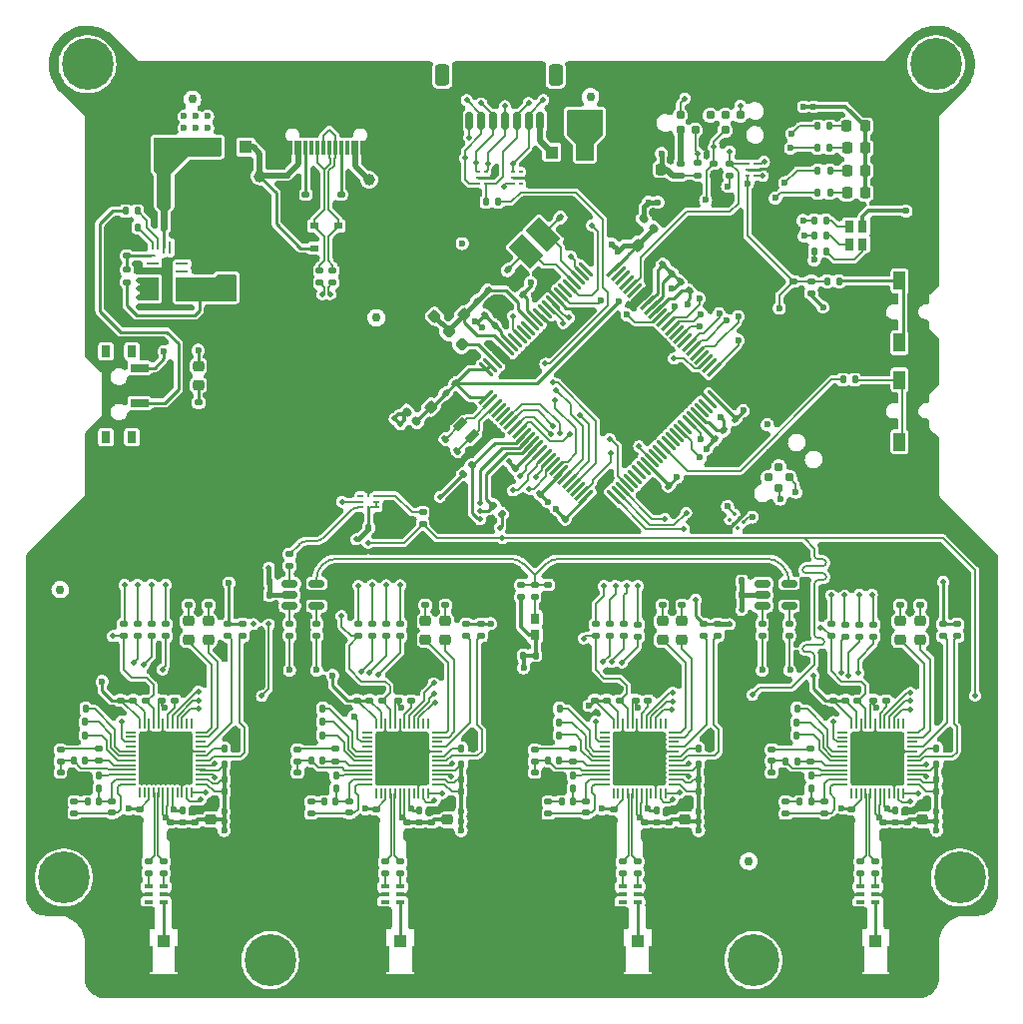
<source format=gbr>
G04 #@! TF.GenerationSoftware,KiCad,Pcbnew,(6.0.10-0)*
G04 #@! TF.CreationDate,2023-01-04T10:37:38-05:00*
G04 #@! TF.ProjectId,ReLoki_ECAD,52654c6f-6b69-45f4-9543-41442e6b6963,0.2.1*
G04 #@! TF.SameCoordinates,Original*
G04 #@! TF.FileFunction,Copper,L1,Top*
G04 #@! TF.FilePolarity,Positive*
%FSLAX46Y46*%
G04 Gerber Fmt 4.6, Leading zero omitted, Abs format (unit mm)*
G04 Created by KiCad (PCBNEW (6.0.10-0)) date 2023-01-04 10:37:38*
%MOMM*%
%LPD*%
G01*
G04 APERTURE LIST*
G04 Aperture macros list*
%AMRoundRect*
0 Rectangle with rounded corners*
0 $1 Rounding radius*
0 $2 $3 $4 $5 $6 $7 $8 $9 X,Y pos of 4 corners*
0 Add a 4 corners polygon primitive as box body*
4,1,4,$2,$3,$4,$5,$6,$7,$8,$9,$2,$3,0*
0 Add four circle primitives for the rounded corners*
1,1,$1+$1,$2,$3*
1,1,$1+$1,$4,$5*
1,1,$1+$1,$6,$7*
1,1,$1+$1,$8,$9*
0 Add four rect primitives between the rounded corners*
20,1,$1+$1,$2,$3,$4,$5,0*
20,1,$1+$1,$4,$5,$6,$7,0*
20,1,$1+$1,$6,$7,$8,$9,0*
20,1,$1+$1,$8,$9,$2,$3,0*%
%AMRotRect*
0 Rectangle, with rotation*
0 The origin of the aperture is its center*
0 $1 length*
0 $2 width*
0 $3 Rotation angle, in degrees counterclockwise*
0 Add horizontal line*
21,1,$1,$2,0,0,$3*%
%AMOutline5P*
0 Free polygon, 5 corners , with rotation*
0 The origin of the aperture is its center*
0 number of corners: always 5*
0 $1 to $10 corner X, Y*
0 $11 Rotation angle, in degrees counterclockwise*
0 create outline with 5 corners*
4,1,5,$1,$2,$3,$4,$5,$6,$7,$8,$9,$10,$1,$2,$11*%
%AMOutline6P*
0 Free polygon, 6 corners , with rotation*
0 The origin of the aperture is its center*
0 number of corners: always 6*
0 $1 to $12 corner X, Y*
0 $13 Rotation angle, in degrees counterclockwise*
0 create outline with 6 corners*
4,1,6,$1,$2,$3,$4,$5,$6,$7,$8,$9,$10,$11,$12,$1,$2,$13*%
%AMOutline7P*
0 Free polygon, 7 corners , with rotation*
0 The origin of the aperture is its center*
0 number of corners: always 7*
0 $1 to $14 corner X, Y*
0 $15 Rotation angle, in degrees counterclockwise*
0 create outline with 7 corners*
4,1,7,$1,$2,$3,$4,$5,$6,$7,$8,$9,$10,$11,$12,$13,$14,$1,$2,$15*%
%AMOutline8P*
0 Free polygon, 8 corners , with rotation*
0 The origin of the aperture is its center*
0 number of corners: always 8*
0 $1 to $16 corner X, Y*
0 $17 Rotation angle, in degrees counterclockwise*
0 create outline with 8 corners*
4,1,8,$1,$2,$3,$4,$5,$6,$7,$8,$9,$10,$11,$12,$13,$14,$15,$16,$1,$2,$17*%
G04 Aperture macros list end*
G04 #@! TA.AperFunction,SMDPad,CuDef*
%ADD10RoundRect,0.135000X-0.185000X0.135000X-0.185000X-0.135000X0.185000X-0.135000X0.185000X0.135000X0*%
G04 #@! TD*
G04 #@! TA.AperFunction,SMDPad,CuDef*
%ADD11RoundRect,0.140000X-0.140000X-0.170000X0.140000X-0.170000X0.140000X0.170000X-0.140000X0.170000X0*%
G04 #@! TD*
G04 #@! TA.AperFunction,SMDPad,CuDef*
%ADD12RoundRect,0.135000X-0.226274X-0.035355X-0.035355X-0.226274X0.226274X0.035355X0.035355X0.226274X0*%
G04 #@! TD*
G04 #@! TA.AperFunction,SMDPad,CuDef*
%ADD13RoundRect,0.075000X0.459619X0.565685X-0.565685X-0.459619X-0.459619X-0.565685X0.565685X0.459619X0*%
G04 #@! TD*
G04 #@! TA.AperFunction,SMDPad,CuDef*
%ADD14RoundRect,0.075000X-0.459619X0.565685X-0.565685X0.459619X0.459619X-0.565685X0.565685X-0.459619X0*%
G04 #@! TD*
G04 #@! TA.AperFunction,ComponentPad*
%ADD15C,0.600000*%
G04 #@! TD*
G04 #@! TA.AperFunction,SMDPad,CuDef*
%ADD16RotRect,3.210000X3.210000X225.000000*%
G04 #@! TD*
G04 #@! TA.AperFunction,SMDPad,CuDef*
%ADD17RoundRect,0.140000X-0.170000X0.140000X-0.170000X-0.140000X0.170000X-0.140000X0.170000X0.140000X0*%
G04 #@! TD*
G04 #@! TA.AperFunction,SMDPad,CuDef*
%ADD18RoundRect,0.140000X0.170000X-0.140000X0.170000X0.140000X-0.170000X0.140000X-0.170000X-0.140000X0*%
G04 #@! TD*
G04 #@! TA.AperFunction,SMDPad,CuDef*
%ADD19RoundRect,0.135000X0.185000X-0.135000X0.185000X0.135000X-0.185000X0.135000X-0.185000X-0.135000X0*%
G04 #@! TD*
G04 #@! TA.AperFunction,SMDPad,CuDef*
%ADD20RoundRect,0.135000X0.135000X0.185000X-0.135000X0.185000X-0.135000X-0.185000X0.135000X-0.185000X0*%
G04 #@! TD*
G04 #@! TA.AperFunction,SMDPad,CuDef*
%ADD21RoundRect,0.218750X-0.256250X0.218750X-0.256250X-0.218750X0.256250X-0.218750X0.256250X0.218750X0*%
G04 #@! TD*
G04 #@! TA.AperFunction,SMDPad,CuDef*
%ADD22RoundRect,0.140000X0.021213X-0.219203X0.219203X-0.021213X-0.021213X0.219203X-0.219203X0.021213X0*%
G04 #@! TD*
G04 #@! TA.AperFunction,SMDPad,CuDef*
%ADD23RoundRect,0.140000X-0.021213X0.219203X-0.219203X0.021213X0.021213X-0.219203X0.219203X-0.021213X0*%
G04 #@! TD*
G04 #@! TA.AperFunction,SMDPad,CuDef*
%ADD24RoundRect,0.140000X0.140000X0.170000X-0.140000X0.170000X-0.140000X-0.170000X0.140000X-0.170000X0*%
G04 #@! TD*
G04 #@! TA.AperFunction,SMDPad,CuDef*
%ADD25RoundRect,0.140000X0.219203X0.021213X0.021213X0.219203X-0.219203X-0.021213X-0.021213X-0.219203X0*%
G04 #@! TD*
G04 #@! TA.AperFunction,SMDPad,CuDef*
%ADD26R,0.700000X1.000000*%
G04 #@! TD*
G04 #@! TA.AperFunction,SMDPad,CuDef*
%ADD27R,0.700000X0.600000*%
G04 #@! TD*
G04 #@! TA.AperFunction,SMDPad,CuDef*
%ADD28RoundRect,0.225000X0.250000X-0.225000X0.250000X0.225000X-0.250000X0.225000X-0.250000X-0.225000X0*%
G04 #@! TD*
G04 #@! TA.AperFunction,SMDPad,CuDef*
%ADD29R,0.330000X0.270000*%
G04 #@! TD*
G04 #@! TA.AperFunction,SMDPad,CuDef*
%ADD30RotRect,0.600000X1.100000X135.000000*%
G04 #@! TD*
G04 #@! TA.AperFunction,SMDPad,CuDef*
%ADD31R,0.300000X1.150000*%
G04 #@! TD*
G04 #@! TA.AperFunction,ComponentPad*
%ADD32O,1.000000X1.600000*%
G04 #@! TD*
G04 #@! TA.AperFunction,ComponentPad*
%ADD33O,1.000000X2.100000*%
G04 #@! TD*
G04 #@! TA.AperFunction,SMDPad,CuDef*
%ADD34RoundRect,0.225000X-0.250000X0.225000X-0.250000X-0.225000X0.250000X-0.225000X0.250000X0.225000X0*%
G04 #@! TD*
G04 #@! TA.AperFunction,SMDPad,CuDef*
%ADD35RoundRect,0.218750X-0.218750X-0.256250X0.218750X-0.256250X0.218750X0.256250X-0.218750X0.256250X0*%
G04 #@! TD*
G04 #@! TA.AperFunction,SMDPad,CuDef*
%ADD36R,0.800000X1.000000*%
G04 #@! TD*
G04 #@! TA.AperFunction,SMDPad,CuDef*
%ADD37R,1.500000X0.700000*%
G04 #@! TD*
G04 #@! TA.AperFunction,SMDPad,CuDef*
%ADD38R,1.000000X1.550000*%
G04 #@! TD*
G04 #@! TA.AperFunction,SMDPad,CuDef*
%ADD39RoundRect,0.050000X-0.375000X-0.050000X0.375000X-0.050000X0.375000X0.050000X-0.375000X0.050000X0*%
G04 #@! TD*
G04 #@! TA.AperFunction,SMDPad,CuDef*
%ADD40RoundRect,0.050000X-0.050000X-0.375000X0.050000X-0.375000X0.050000X0.375000X-0.050000X0.375000X0*%
G04 #@! TD*
G04 #@! TA.AperFunction,ComponentPad*
%ADD41C,0.500000*%
G04 #@! TD*
G04 #@! TA.AperFunction,SMDPad,CuDef*
%ADD42R,4.200000X4.200000*%
G04 #@! TD*
G04 #@! TA.AperFunction,SMDPad,CuDef*
%ADD43RoundRect,0.140000X-0.219203X-0.021213X-0.021213X-0.219203X0.219203X0.021213X0.021213X0.219203X0*%
G04 #@! TD*
G04 #@! TA.AperFunction,SMDPad,CuDef*
%ADD44RoundRect,0.135000X-0.135000X-0.185000X0.135000X-0.185000X0.135000X0.185000X-0.135000X0.185000X0*%
G04 #@! TD*
G04 #@! TA.AperFunction,SMDPad,CuDef*
%ADD45RoundRect,0.050000X0.225000X0.075000X-0.225000X0.075000X-0.225000X-0.075000X0.225000X-0.075000X0*%
G04 #@! TD*
G04 #@! TA.AperFunction,SMDPad,CuDef*
%ADD46RoundRect,0.040000X0.235000X0.060000X-0.235000X0.060000X-0.235000X-0.060000X0.235000X-0.060000X0*%
G04 #@! TD*
G04 #@! TA.AperFunction,SMDPad,CuDef*
%ADD47RoundRect,0.050000X-0.075000X0.225000X-0.075000X-0.225000X0.075000X-0.225000X0.075000X0.225000X0*%
G04 #@! TD*
G04 #@! TA.AperFunction,SMDPad,CuDef*
%ADD48RoundRect,0.050000X-0.225000X-0.075000X0.225000X-0.075000X0.225000X0.075000X-0.225000X0.075000X0*%
G04 #@! TD*
G04 #@! TA.AperFunction,SMDPad,CuDef*
%ADD49RoundRect,0.040000X-0.235000X-0.060000X0.235000X-0.060000X0.235000X0.060000X-0.235000X0.060000X0*%
G04 #@! TD*
G04 #@! TA.AperFunction,SMDPad,CuDef*
%ADD50RoundRect,0.050000X0.075000X-0.225000X0.075000X0.225000X-0.075000X0.225000X-0.075000X-0.225000X0*%
G04 #@! TD*
G04 #@! TA.AperFunction,SMDPad,CuDef*
%ADD51RoundRect,0.160000X-0.270468X0.044194X0.044194X-0.270468X0.270468X-0.044194X-0.044194X0.270468X0*%
G04 #@! TD*
G04 #@! TA.AperFunction,SMDPad,CuDef*
%ADD52RoundRect,0.218750X0.256250X-0.218750X0.256250X0.218750X-0.256250X0.218750X-0.256250X-0.218750X0*%
G04 #@! TD*
G04 #@! TA.AperFunction,SMDPad,CuDef*
%ADD53R,0.800000X0.300000*%
G04 #@! TD*
G04 #@! TA.AperFunction,SMDPad,CuDef*
%ADD54RoundRect,0.225000X0.225000X0.250000X-0.225000X0.250000X-0.225000X-0.250000X0.225000X-0.250000X0*%
G04 #@! TD*
G04 #@! TA.AperFunction,SMDPad,CuDef*
%ADD55R,1.100000X1.100000*%
G04 #@! TD*
G04 #@! TA.AperFunction,SMDPad,CuDef*
%ADD56R,1.000000X1.050000*%
G04 #@! TD*
G04 #@! TA.AperFunction,SMDPad,CuDef*
%ADD57R,1.050000X2.200000*%
G04 #@! TD*
G04 #@! TA.AperFunction,SMDPad,CuDef*
%ADD58C,0.750000*%
G04 #@! TD*
G04 #@! TA.AperFunction,SMDPad,CuDef*
%ADD59RoundRect,0.250000X1.137500X0.550000X-1.137500X0.550000X-1.137500X-0.550000X1.137500X-0.550000X0*%
G04 #@! TD*
G04 #@! TA.AperFunction,SMDPad,CuDef*
%ADD60RoundRect,0.135000X-0.035355X0.226274X-0.226274X0.035355X0.035355X-0.226274X0.226274X-0.035355X0*%
G04 #@! TD*
G04 #@! TA.AperFunction,ComponentPad*
%ADD61C,4.400000*%
G04 #@! TD*
G04 #@! TA.AperFunction,SMDPad,CuDef*
%ADD62RoundRect,0.225000X-0.017678X0.335876X-0.335876X0.017678X0.017678X-0.335876X0.335876X-0.017678X0*%
G04 #@! TD*
G04 #@! TA.AperFunction,SMDPad,CuDef*
%ADD63C,0.787000*%
G04 #@! TD*
G04 #@! TA.AperFunction,SMDPad,CuDef*
%ADD64RoundRect,0.150000X0.150000X0.625000X-0.150000X0.625000X-0.150000X-0.625000X0.150000X-0.625000X0*%
G04 #@! TD*
G04 #@! TA.AperFunction,SMDPad,CuDef*
%ADD65RoundRect,0.250000X0.350000X0.650000X-0.350000X0.650000X-0.350000X-0.650000X0.350000X-0.650000X0*%
G04 #@! TD*
G04 #@! TA.AperFunction,SMDPad,CuDef*
%ADD66RoundRect,0.225000X0.335876X0.017678X0.017678X0.335876X-0.335876X-0.017678X-0.017678X-0.335876X0*%
G04 #@! TD*
G04 #@! TA.AperFunction,ComponentPad*
%ADD67C,0.700000*%
G04 #@! TD*
G04 #@! TA.AperFunction,SMDPad,CuDef*
%ADD68RotRect,0.330000X0.270000X225.000000*%
G04 #@! TD*
G04 #@! TA.AperFunction,SMDPad,CuDef*
%ADD69R,0.800000X0.900000*%
G04 #@! TD*
G04 #@! TA.AperFunction,SMDPad,CuDef*
%ADD70RoundRect,0.218750X0.335876X0.026517X0.026517X0.335876X-0.335876X-0.026517X-0.026517X-0.335876X0*%
G04 #@! TD*
G04 #@! TA.AperFunction,SMDPad,CuDef*
%ADD71Outline5P,-0.400000X0.125000X0.275000X0.125000X0.400000X0.000000X0.400000X-0.125000X-0.400000X-0.125000X0.000000*%
G04 #@! TD*
G04 #@! TA.AperFunction,SMDPad,CuDef*
%ADD72R,1.100000X0.250000*%
G04 #@! TD*
G04 #@! TA.AperFunction,SMDPad,CuDef*
%ADD73R,0.600000X1.950000*%
G04 #@! TD*
G04 #@! TA.AperFunction,SMDPad,CuDef*
%ADD74R,0.700000X0.250000*%
G04 #@! TD*
G04 #@! TA.AperFunction,SMDPad,CuDef*
%ADD75R,0.250000X0.700000*%
G04 #@! TD*
G04 #@! TA.AperFunction,SMDPad,CuDef*
%ADD76R,0.250000X1.100000*%
G04 #@! TD*
G04 #@! TA.AperFunction,SMDPad,CuDef*
%ADD77RotRect,1.600000X2.600000X45.000000*%
G04 #@! TD*
G04 #@! TA.AperFunction,SMDPad,CuDef*
%ADD78RoundRect,0.150000X0.512500X0.150000X-0.512500X0.150000X-0.512500X-0.150000X0.512500X-0.150000X0*%
G04 #@! TD*
G04 #@! TA.AperFunction,SMDPad,CuDef*
%ADD79RoundRect,0.225000X-0.225000X-0.250000X0.225000X-0.250000X0.225000X0.250000X-0.225000X0.250000X0*%
G04 #@! TD*
G04 #@! TA.AperFunction,ViaPad*
%ADD80C,0.500000*%
G04 #@! TD*
G04 #@! TA.AperFunction,ViaPad*
%ADD81C,0.600000*%
G04 #@! TD*
G04 #@! TA.AperFunction,ViaPad*
%ADD82C,0.800000*%
G04 #@! TD*
G04 #@! TA.AperFunction,ViaPad*
%ADD83C,1.000000*%
G04 #@! TD*
G04 #@! TA.AperFunction,Conductor*
%ADD84C,0.508000*%
G04 #@! TD*
G04 #@! TA.AperFunction,Conductor*
%ADD85C,0.152400*%
G04 #@! TD*
G04 #@! TA.AperFunction,Conductor*
%ADD86C,0.254000*%
G04 #@! TD*
G04 #@! TA.AperFunction,Conductor*
%ADD87C,0.330200*%
G04 #@! TD*
G04 #@! TA.AperFunction,Conductor*
%ADD88C,0.381000*%
G04 #@! TD*
G04 #@! TA.AperFunction,Conductor*
%ADD89C,0.203200*%
G04 #@! TD*
G04 #@! TA.AperFunction,Conductor*
%ADD90C,0.250000*%
G04 #@! TD*
G04 #@! TA.AperFunction,Conductor*
%ADD91C,0.206000*%
G04 #@! TD*
G04 #@! TA.AperFunction,Conductor*
%ADD92C,0.127000*%
G04 #@! TD*
G04 #@! TA.AperFunction,Conductor*
%ADD93C,0.197000*%
G04 #@! TD*
G04 APERTURE END LIST*
D10*
G04 #@! TO.P,R14,1*
G04 #@! TO.N,Net-(R14-Pad1)*
X112799999Y-100599999D03*
G04 #@! TO.P,R14,2*
G04 #@! TO.N,/Microcontroller/HS_SPI_CS1*
X112799999Y-101619999D03*
G04 #@! TD*
D11*
G04 #@! TO.P,C81,1*
G04 #@! TO.N,Net-(C81-Pad1)*
X119119999Y-111119999D03*
G04 #@! TO.P,C81,2*
G04 #@! TO.N,GND*
X120079999Y-111119999D03*
G04 #@! TD*
D12*
G04 #@! TO.P,R74,1*
G04 #@! TO.N,/Microcontroller/HS_SPI_MISO*
X101739376Y-90539376D03*
G04 #@! TO.P,R74,2*
G04 #@! TO.N,+3V3*
X102460624Y-91260624D03*
G04 #@! TD*
D10*
G04 #@! TO.P,R54,1*
G04 #@! TO.N,+3V3*
X100674999Y-100574999D03*
G04 #@! TO.P,R54,2*
G04 #@! TO.N,/UWB-2/SPIPHA*
X100674999Y-101594999D03*
G04 #@! TD*
D13*
G04 #@! TO.P,U1,1,P1.4*
G04 #@! TO.N,/Microcontroller/LED_B*
X120469684Y-78999748D03*
G04 #@! TO.P,U1,2,P1.13*
G04 #@! TO.N,unconnected-(U1-Pad2)*
X120116131Y-78646195D03*
G04 #@! TO.P,U1,3,P1.24*
G04 #@! TO.N,/Host SPI Bus/HSPI_MOSI*
X119762577Y-78292641D03*
G04 #@! TO.P,U1,4,P1.20*
G04 #@! TO.N,unconnected-(U1-Pad4)*
X119409024Y-77939088D03*
G04 #@! TO.P,U1,5,P1.6*
G04 #@! TO.N,/Microcontroller/LED_R*
X119055471Y-77585535D03*
G04 #@! TO.P,U1,6,P0.7*
G04 #@! TO.N,/Microcontroller/LED0*
X118701917Y-77231981D03*
G04 #@! TO.P,U1,7,P0.1*
G04 #@! TO.N,/Microcontroller/LED1*
X118348364Y-76878428D03*
G04 #@! TO.P,U1,8,P0.17*
G04 #@! TO.N,unconnected-(U1-Pad8)*
X117994810Y-76524874D03*
G04 #@! TO.P,U1,9,P1.7*
G04 #@! TO.N,/Microcontroller/LED_G*
X117641257Y-76171321D03*
G04 #@! TO.P,U1,10,P1.9*
G04 #@! TO.N,unconnected-(U1-Pad10)*
X117287704Y-75817768D03*
G04 #@! TO.P,U1,11,P1.0*
G04 #@! TO.N,/Microcontroller/LED2*
X116934150Y-75464214D03*
G04 #@! TO.P,U1,12,P0.12/SWDIO*
G04 #@! TO.N,/Microcontroller/SWD_IO*
X116580597Y-75110661D03*
G04 #@! TO.P,U1,13,P0.11/SWCLK*
G04 #@! TO.N,/Microcontroller/SWD_CLK*
X116227044Y-74757107D03*
G04 #@! TO.P,U1,14,P0.16*
G04 #@! TO.N,/Microcontroller/LED3*
X115873490Y-74403554D03*
G04 #@! TO.P,U1,15,VDD*
G04 #@! TO.N,VDD_TRGT*
X115519937Y-74050001D03*
G04 #@! TO.P,U1,16,VDDA*
G04 #@! TO.N,VDDA_TRGT*
X115166383Y-73696447D03*
G04 #@! TO.P,U1,17,VREFP*
X114812830Y-73342894D03*
G04 #@! TO.P,U1,18,VREFN*
G04 #@! TO.N,GND*
X114459277Y-72989341D03*
G04 #@! TO.P,U1,19,VSSA*
X114105723Y-72635787D03*
G04 #@! TO.P,U1,20,P0.23*
G04 #@! TO.N,unconnected-(U1-Pad20)*
X113752170Y-72282234D03*
G04 #@! TO.P,U1,21,P0.10*
G04 #@! TO.N,/Microcontroller/SWD_O*
X113398616Y-71928680D03*
G04 #@! TO.P,U1,22,P0.15*
G04 #@! TO.N,unconnected-(U1-Pad22)*
X113045063Y-71575127D03*
G04 #@! TO.P,U1,23,P0.31*
G04 #@! TO.N,unconnected-(U1-Pad23)*
X112691510Y-71221574D03*
G04 #@! TO.P,U1,24,P1.8*
G04 #@! TO.N,unconnected-(U1-Pad24)*
X112337956Y-70868020D03*
G04 #@! TO.P,U1,25,VDD*
G04 #@! TO.N,VDD_TRGT*
X111984403Y-70514467D03*
D14*
G04 #@! TO.P,U1,26,P0.8*
G04 #@! TO.N,unconnected-(U1-Pad26)*
X109615595Y-70514467D03*
G04 #@! TO.P,U1,27,P0.27*
G04 #@! TO.N,/Host SPI Bus/HSPI_MISO*
X109262042Y-70868020D03*
G04 #@! TO.P,U1,28,XTAL32M_N*
G04 #@! TO.N,Net-(C6-Pad2)*
X108908488Y-71221574D03*
G04 #@! TO.P,U1,29,XTAL32M_P*
G04 #@! TO.N,Net-(C7-Pad2)*
X108554935Y-71575127D03*
G04 #@! TO.P,U1,30,P1.21*
G04 #@! TO.N,/Host SPI Bus/HOST_IRQ*
X108201382Y-71928680D03*
G04 #@! TO.P,U1,31,P1.5*
G04 #@! TO.N,unconnected-(U1-Pad31)*
X107847828Y-72282234D03*
G04 #@! TO.P,U1,32,RESETN*
G04 #@! TO.N,RESET_TRGT*
X107494275Y-72635787D03*
G04 #@! TO.P,U1,33,USB1_VSS*
G04 #@! TO.N,GND*
X107140721Y-72989341D03*
G04 #@! TO.P,U1,34,USB1_D_P*
G04 #@! TO.N,/Microcontroller/USB1_D_P*
X106787168Y-73342894D03*
G04 #@! TO.P,U1,35,USB1_D_N*
G04 #@! TO.N,/Microcontroller/USB1_D_N*
X106433615Y-73696447D03*
G04 #@! TO.P,U1,36,USB1_VBUS*
G04 #@! TO.N,unconnected-(U1-Pad36)*
X106080061Y-74050001D03*
G04 #@! TO.P,U1,37,USB1_VSS*
G04 #@! TO.N,GND*
X105726508Y-74403554D03*
G04 #@! TO.P,U1,38,USB1_3V3*
G04 #@! TO.N,+3V3*
X105372954Y-74757107D03*
G04 #@! TO.P,U1,39,VDD_PMU*
G04 #@! TO.N,Net-(C147-Pad1)*
X105019401Y-75110661D03*
G04 #@! TO.P,U1,40,P1.10*
G04 #@! TO.N,unconnected-(U1-Pad40)*
X104665848Y-75464214D03*
G04 #@! TO.P,U1,41,P1.22*
G04 #@! TO.N,unconnected-(U1-Pad41)*
X104312294Y-75817768D03*
G04 #@! TO.P,U1,42,P1.23*
G04 #@! TO.N,/Host SPI Bus/HSPI_CLK*
X103958741Y-76171321D03*
G04 #@! TO.P,U1,43,P1.17*
G04 #@! TO.N,unconnected-(U1-Pad43)*
X103605188Y-76524874D03*
G04 #@! TO.P,U1,44,VDD*
G04 #@! TO.N,VDD_TRGT*
X103251634Y-76878428D03*
G04 #@! TO.P,U1,45,FB*
G04 #@! TO.N,Net-(C147-Pad1)*
X102898081Y-77231981D03*
G04 #@! TO.P,U1,46,VSS_DCDC*
G04 #@! TO.N,GND*
X102544527Y-77585535D03*
G04 #@! TO.P,U1,47,VSS_DCDC*
X102190974Y-77939088D03*
G04 #@! TO.P,U1,48,LX*
G04 #@! TO.N,Net-(L3-Pad1)*
X101837421Y-78292641D03*
G04 #@! TO.P,U1,49,VBAT_DCDC*
G04 #@! TO.N,VDDA_TRGT*
X101483867Y-78646195D03*
G04 #@! TO.P,U1,50,VBAT_DCDC*
X101130314Y-78999748D03*
D13*
G04 #@! TO.P,U1,51,VBAT_PMU*
X101130314Y-81368556D03*
G04 #@! TO.P,U1,52,XTAL32K_P*
G04 #@! TO.N,Net-(C8-Pad2)*
X101483867Y-81722109D03*
G04 #@! TO.P,U1,53,XTAL32K_N*
G04 #@! TO.N,Net-(C9-Pad2)*
X101837421Y-82075663D03*
G04 #@! TO.P,U1,54,P0.0*
G04 #@! TO.N,unconnected-(U1-Pad54)*
X102190974Y-82429216D03*
G04 #@! TO.P,U1,55,P0.9*
G04 #@! TO.N,unconnected-(U1-Pad55)*
X102544527Y-82782769D03*
G04 #@! TO.P,U1,56,P0.18*
G04 #@! TO.N,Net-(R5-Pad2)*
X102898081Y-83136323D03*
G04 #@! TO.P,U1,57,P1.14*
G04 #@! TO.N,Net-(R16-Pad1)*
X103251634Y-83489876D03*
G04 #@! TO.P,U1,58,P1.19*
G04 #@! TO.N,Net-(R18-Pad1)*
X103605188Y-83843430D03*
G04 #@! TO.P,U1,59,P1.1*
G04 #@! TO.N,Net-(R14-Pad1)*
X103958741Y-84196983D03*
G04 #@! TO.P,U1,60,P0.26*
G04 #@! TO.N,/Microcontroller/HS_SPI_MOSI*
X104312294Y-84550536D03*
G04 #@! TO.P,U1,61,P1.2*
G04 #@! TO.N,/Microcontroller/HS_SPI_SCK*
X104665848Y-84904090D03*
G04 #@! TO.P,U1,62,P1.3*
G04 #@! TO.N,/Microcontroller/HS_SPI_MISO*
X105019401Y-85257643D03*
G04 #@! TO.P,U1,63,VDD*
G04 #@! TO.N,VDD_TRGT*
X105372954Y-85611197D03*
G04 #@! TO.P,U1,64,P1.18*
G04 #@! TO.N,Net-(R17-Pad1)*
X105726508Y-85964750D03*
G04 #@! TO.P,U1,65,P1.30*
G04 #@! TO.N,Net-(R22-Pad1)*
X106080061Y-86318303D03*
G04 #@! TO.P,U1,66,P0.28*
G04 #@! TO.N,Net-(R11-Pad2)*
X106433615Y-86671857D03*
G04 #@! TO.P,U1,67,P1.12*
G04 #@! TO.N,Net-(R15-Pad1)*
X106787168Y-87025410D03*
G04 #@! TO.P,U1,68,P1.26*
G04 #@! TO.N,Net-(R20-Pad1)*
X107140721Y-87378963D03*
G04 #@! TO.P,U1,69,VDD*
G04 #@! TO.N,VDD_TRGT*
X107494275Y-87732517D03*
G04 #@! TO.P,U1,70,P0.24*
G04 #@! TO.N,Net-(R9-Pad2)*
X107847828Y-88086070D03*
G04 #@! TO.P,U1,71,P0.13*
G04 #@! TO.N,Net-(R3-Pad2)*
X108201382Y-88439624D03*
G04 #@! TO.P,U1,72,P0.14*
G04 #@! TO.N,Net-(R4-Pad2)*
X108554935Y-88793177D03*
G04 #@! TO.P,U1,73,P1.28*
G04 #@! TO.N,unconnected-(U1-Pad73)*
X108908488Y-89146730D03*
G04 #@! TO.P,U1,74,P0.20*
G04 #@! TO.N,Net-(R6-Pad2)*
X109262042Y-89500284D03*
G04 #@! TO.P,U1,75,VDD*
G04 #@! TO.N,VDD_TRGT*
X109615595Y-89853837D03*
D14*
G04 #@! TO.P,U1,76,P0.21*
G04 #@! TO.N,Net-(R7-Pad2)*
X111984403Y-89853837D03*
G04 #@! TO.P,U1,77,P1.25*
G04 #@! TO.N,Net-(R19-Pad1)*
X112337956Y-89500284D03*
G04 #@! TO.P,U1,78,P0.22*
G04 #@! TO.N,Net-(R8-Pad2)*
X112691510Y-89146730D03*
G04 #@! TO.P,U1,79,P0.25*
G04 #@! TO.N,/Microcontroller/SYNC_L*
X113045063Y-88793177D03*
G04 #@! TO.P,U1,80,P1.29*
G04 #@! TO.N,unconnected-(U1-Pad80)*
X113398616Y-88439624D03*
G04 #@! TO.P,U1,81,P0.2*
G04 #@! TO.N,unconnected-(U1-Pad81)*
X113752170Y-88086070D03*
G04 #@! TO.P,U1,82,P1.15*
G04 #@! TO.N,unconnected-(U1-Pad82)*
X114105723Y-87732517D03*
G04 #@! TO.P,U1,83,P0.3*
G04 #@! TO.N,unconnected-(U1-Pad83)*
X114459277Y-87378963D03*
G04 #@! TO.P,U1,84,VDD*
G04 #@! TO.N,VDD_TRGT*
X114812830Y-87025410D03*
G04 #@! TO.P,U1,85,P1.27*
G04 #@! TO.N,Net-(R21-Pad1)*
X115166383Y-86671857D03*
G04 #@! TO.P,U1,86,P0.4*
G04 #@! TO.N,unconnected-(U1-Pad86)*
X115519937Y-86318303D03*
G04 #@! TO.P,U1,87,P1.16*
G04 #@! TO.N,unconnected-(U1-Pad87)*
X115873490Y-85964750D03*
G04 #@! TO.P,U1,88,P0.5*
G04 #@! TO.N,/Microcontroller/ISP1*
X116227044Y-85611197D03*
G04 #@! TO.P,U1,89,P0.6*
G04 #@! TO.N,unconnected-(U1-Pad89)*
X116580597Y-85257643D03*
G04 #@! TO.P,U1,90,P0.19*
G04 #@! TO.N,unconnected-(U1-Pad90)*
X116934150Y-84904090D03*
G04 #@! TO.P,U1,91,P1.31*
G04 #@! TO.N,unconnected-(U1-Pad91)*
X117287704Y-84550536D03*
G04 #@! TO.P,U1,92,P0.29*
G04 #@! TO.N,/Microcontroller/FC0_RXD*
X117641257Y-84196983D03*
G04 #@! TO.P,U1,93,P1.11*
G04 #@! TO.N,unconnected-(U1-Pad93)*
X117994810Y-83843430D03*
G04 #@! TO.P,U1,94,P0.30*
G04 #@! TO.N,/Microcontroller/FC0_TXD*
X118348364Y-83489876D03*
G04 #@! TO.P,U1,95,VDD*
G04 #@! TO.N,VDD_TRGT*
X118701917Y-83136323D03*
G04 #@! TO.P,U1,96,USB0_3V3*
G04 #@! TO.N,+3V3*
X119055471Y-82782769D03*
G04 #@! TO.P,U1,97,USB0_D_P*
G04 #@! TO.N,/Microcontroller/USB0_D_P*
X119409024Y-82429216D03*
G04 #@! TO.P,U1,98,USB0_D_N*
G04 #@! TO.N,/Microcontroller/USB0_D_N*
X119762577Y-82075663D03*
G04 #@! TO.P,U1,99,USB0_VSS*
G04 #@! TO.N,GND*
X120116131Y-81722109D03*
G04 #@! TO.P,U1,100,VDD*
G04 #@! TO.N,VDD_TRGT*
X120469684Y-81368556D03*
D15*
G04 #@! TO.P,U1,101,VSS*
G04 #@! TO.N,GND*
X111507106Y-80891259D03*
X109385785Y-80184152D03*
X110799999Y-81598366D03*
X110092892Y-80891259D03*
D16*
X110799999Y-80184152D03*
D15*
X110092892Y-79477045D03*
X110799999Y-80184152D03*
X111507106Y-79477045D03*
X110799999Y-78769938D03*
X112214213Y-80184152D03*
G04 #@! TD*
D17*
G04 #@! TO.P,C65,1*
G04 #@! TO.N,+3V3*
X116609999Y-117399999D03*
G04 #@! TO.P,C65,2*
G04 #@! TO.N,GND*
X116609999Y-118359999D03*
G04 #@! TD*
D18*
G04 #@! TO.P,C141,1*
G04 #@! TO.N,Net-(C141-Pad1)*
X74674999Y-107069999D03*
G04 #@! TO.P,C141,2*
G04 #@! TO.N,GND*
X74674999Y-106109999D03*
G04 #@! TD*
D19*
G04 #@! TO.P,R76,1*
G04 #@! TO.N,+3V3*
X104100000Y-98280000D03*
G04 #@! TO.P,R76,2*
G04 #@! TO.N,/TCXO/TCXO_CLK_OUT*
X104100000Y-97260000D03*
G04 #@! TD*
G04 #@! TO.P,R45,1*
G04 #@! TO.N,/Microcontroller/DW1000_IRQ0*
X132649999Y-107084999D03*
G04 #@! TO.P,R45,2*
G04 #@! TO.N,GND*
X132649999Y-106064999D03*
G04 #@! TD*
D20*
G04 #@! TO.P,R30,1*
G04 #@! TO.N,Net-(D7-Pad2)*
X129972500Y-68950000D03*
G04 #@! TO.P,R30,2*
G04 #@! TO.N,/Microcontroller/LED_B*
X128952500Y-68950000D03*
G04 #@! TD*
D10*
G04 #@! TO.P,R80,1*
G04 #@! TO.N,Net-(R80-Pad1)*
X124537500Y-100550000D03*
G04 #@! TO.P,R80,2*
G04 #@! TO.N,/TCXO/CLK_1*
X124537500Y-101570000D03*
G04 #@! TD*
D21*
G04 #@! TO.P,D13,1,K*
G04 #@! TO.N,Net-(D13-Pad1)*
X97674999Y-100332499D03*
G04 #@! TO.P,D13,2,A*
G04 #@! TO.N,/UWB-2/LED_TX*
X97674999Y-101907499D03*
G04 #@! TD*
D20*
G04 #@! TO.P,R25,1*
G04 #@! TO.N,Net-(D7-Pad4)*
X129972500Y-66350000D03*
G04 #@! TO.P,R25,2*
G04 #@! TO.N,/Microcontroller/LED_R*
X128952500Y-66350000D03*
G04 #@! TD*
D17*
G04 #@! TO.P,C127,1*
G04 #@! TO.N,+3V3*
X74349999Y-117389999D03*
G04 #@! TO.P,C127,2*
G04 #@! TO.N,GND*
X74349999Y-118349999D03*
G04 #@! TD*
D21*
G04 #@! TO.P,D14,1,K*
G04 #@! TO.N,Net-(D14-Pad1)*
X95974999Y-100332499D03*
G04 #@! TO.P,D14,2,A*
G04 #@! TO.N,/UWB-2/LED_RX*
X95974999Y-101907499D03*
G04 #@! TD*
D22*
G04 #@! TO.P,C17,1*
G04 #@! TO.N,VDDA_TRGT*
X117600000Y-71550000D03*
G04 #@! TO.P,C17,2*
G04 #@! TO.N,GND*
X118278822Y-70871178D03*
G04 #@! TD*
D19*
G04 #@! TO.P,R8,1*
G04 #@! TO.N,/Microcontroller/DW1000_IRQ0*
X130374999Y-101619999D03*
G04 #@! TO.P,R8,2*
G04 #@! TO.N,Net-(R8-Pad2)*
X130374999Y-100599999D03*
G04 #@! TD*
D11*
G04 #@! TO.P,C102,1*
G04 #@! TO.N,Net-(C102-Pad1)*
X95444999Y-116399999D03*
G04 #@! TO.P,C102,2*
G04 #@! TO.N,GND*
X96404999Y-116399999D03*
G04 #@! TD*
D21*
G04 #@! TO.P,D10,1,K*
G04 #@! TO.N,Net-(D10-Pad1)*
X136249999Y-100344999D03*
G04 #@! TO.P,D10,2,A*
G04 #@! TO.N,/UWB-0/LED_RX*
X136249999Y-101919999D03*
G04 #@! TD*
D23*
G04 #@! TO.P,C28,1*
G04 #@! TO.N,VDD_TRGT*
X105691455Y-89542696D03*
G04 #@! TO.P,C28,2*
G04 #@! TO.N,GND*
X105012633Y-90221518D03*
G04 #@! TD*
D20*
G04 #@! TO.P,R2,1*
G04 #@! TO.N,Net-(D2-Pad1)*
X130282500Y-60200000D03*
G04 #@! TO.P,R2,2*
G04 #@! TO.N,/Microcontroller/LED1*
X129262500Y-60200000D03*
G04 #@! TD*
D19*
G04 #@! TO.P,R63,1*
G04 #@! TO.N,Net-(C116-Pad1)*
X68224999Y-112204999D03*
G04 #@! TO.P,R63,2*
G04 #@! TO.N,Net-(C119-Pad1)*
X68224999Y-111184999D03*
G04 #@! TD*
D24*
G04 #@! TO.P,C149,1*
G04 #@! TO.N,+3V3*
X122817500Y-96950000D03*
G04 #@! TO.P,C149,2*
G04 #@! TO.N,GND*
X121857500Y-96950000D03*
G04 #@! TD*
D20*
G04 #@! TO.P,R50,1*
G04 #@! TO.N,Net-(R50-Pad1)*
X107344999Y-107759999D03*
G04 #@! TO.P,R50,2*
G04 #@! TO.N,GND*
X106324999Y-107759999D03*
G04 #@! TD*
D10*
G04 #@! TO.P,R46,1*
G04 #@! TO.N,+3V3*
X120749999Y-100569999D03*
G04 #@! TO.P,R46,2*
G04 #@! TO.N,/UWB-1/SPIPHA*
X120749999Y-101589999D03*
G04 #@! TD*
D11*
G04 #@! TO.P,C73,1*
G04 #@! TO.N,+3V3*
X119119999Y-114799999D03*
G04 #@! TO.P,C73,2*
G04 #@! TO.N,GND*
X120079999Y-114799999D03*
G04 #@! TD*
G04 #@! TO.P,C134,1*
G04 #@! TO.N,+3V3*
X78919999Y-113759999D03*
G04 #@! TO.P,C134,2*
G04 #@! TO.N,GND*
X79879999Y-113759999D03*
G04 #@! TD*
D25*
G04 #@! TO.P,C151,1*
G04 #@! TO.N,+3V3*
X104250000Y-72600000D03*
G04 #@! TO.P,C151,2*
G04 #@! TO.N,GND*
X103571178Y-71921178D03*
G04 #@! TD*
D26*
G04 #@! TO.P,D18,1,GND*
G04 #@! TO.N,GND*
X88570000Y-68510228D03*
D27*
G04 #@! TO.P,D18,2,I/O1*
G04 #@! TO.N,/USB-C/USBC_D_N*
X88570000Y-66810228D03*
G04 #@! TO.P,D18,3,I/O2*
G04 #@! TO.N,/USB-C/USBC_D_P*
X86570000Y-66810228D03*
G04 #@! TO.P,D18,4,VCC*
G04 #@! TO.N,VBUS*
X86570000Y-68710228D03*
G04 #@! TD*
D19*
G04 #@! TO.P,R57,1*
G04 #@! TO.N,Net-(C96-Pad1)*
X86274999Y-116669999D03*
G04 #@! TO.P,R57,2*
G04 #@! TO.N,Net-(C98-Pad1)*
X86274999Y-115649999D03*
G04 #@! TD*
D28*
G04 #@! TO.P,C11,1*
G04 #@! TO.N,+3V3*
X79149999Y-71449999D03*
G04 #@! TO.P,C11,2*
G04 #@! TO.N,GND*
X79149999Y-69899999D03*
G04 #@! TD*
D29*
G04 #@! TO.P,D20,1,K1*
G04 #@! TO.N,/Host SPI Bus/HSPI_CS*
X101100000Y-63210228D03*
G04 #@! TO.P,D20,2,A*
G04 #@! TO.N,GND*
X101100000Y-62710228D03*
G04 #@! TO.P,D20,3,K2*
G04 #@! TO.N,/Host SPI Bus/HSPI_MOSI*
X101100000Y-62210228D03*
G04 #@! TO.P,D20,4,K3*
G04 #@! TO.N,/Host SPI Bus/HSPI_MISO*
X100420000Y-62210228D03*
G04 #@! TO.P,D20,5,A*
G04 #@! TO.N,GND*
X100420000Y-62710228D03*
G04 #@! TO.P,D20,6,K4*
G04 #@! TO.N,/Host SPI Bus/HSPI_CLK*
X100420000Y-63210228D03*
G04 #@! TD*
D30*
G04 #@! TO.P,Y2,1,1*
G04 #@! TO.N,Net-(C9-Pad2)*
X99939411Y-84660589D03*
G04 #@! TO.P,Y2,2,2*
G04 #@! TO.N,Net-(C8-Pad2)*
X98949461Y-83670639D03*
G04 #@! TD*
D18*
G04 #@! TO.P,C146,1*
G04 #@! TO.N,Net-(C146-Pad1)*
X105250000Y-98250000D03*
G04 #@! TO.P,C146,2*
G04 #@! TO.N,/TCXO/TCXO_CLK_OUT*
X105250000Y-97290000D03*
G04 #@! TD*
D22*
G04 #@! TO.P,C29,1*
G04 #@! TO.N,GND*
X115400000Y-69350000D03*
G04 #@! TO.P,C29,2*
X116078822Y-68671178D03*
G04 #@! TD*
D11*
G04 #@! TO.P,C130,1*
G04 #@! TO.N,Net-(C130-Pad1)*
X75344999Y-116399999D03*
G04 #@! TO.P,C130,2*
G04 #@! TO.N,GND*
X76304999Y-116399999D03*
G04 #@! TD*
D10*
G04 #@! TO.P,R37,1*
G04 #@! TO.N,Net-(D8-Pad1)*
X76724999Y-81799999D03*
G04 #@! TO.P,R37,2*
G04 #@! TO.N,GND*
X76724999Y-82819999D03*
G04 #@! TD*
D31*
G04 #@! TO.P,J7,A1,GND*
G04 #@! TO.N,GND*
X90920000Y-60160228D03*
G04 #@! TO.P,J7,A4,VBUS*
G04 #@! TO.N,VBUS*
X90120000Y-60160228D03*
G04 #@! TO.P,J7,A5,CC1*
G04 #@! TO.N,/USB-C/USBC_CC1*
X88820000Y-60160228D03*
G04 #@! TO.P,J7,A6,D+*
G04 #@! TO.N,/USB-C/USBC_D_P*
X87820000Y-60160228D03*
G04 #@! TO.P,J7,A7,D-*
G04 #@! TO.N,/USB-C/USBC_D_N*
X87320000Y-60160228D03*
G04 #@! TO.P,J7,A8,SBU1*
G04 #@! TO.N,unconnected-(J7-PadA8)*
X86320000Y-60160228D03*
G04 #@! TO.P,J7,A9,VBUS*
G04 #@! TO.N,VBUS*
X85020000Y-60160228D03*
G04 #@! TO.P,J7,A12,GND*
G04 #@! TO.N,GND*
X84220000Y-60160228D03*
G04 #@! TO.P,J7,B1,GND*
X84520000Y-60160228D03*
G04 #@! TO.P,J7,B4,VBUS*
G04 #@! TO.N,VBUS*
X85320000Y-60160228D03*
G04 #@! TO.P,J7,B5,CC2*
G04 #@! TO.N,/USB-C/USBC_CC2*
X85820000Y-60160228D03*
G04 #@! TO.P,J7,B6,D+*
G04 #@! TO.N,/USB-C/USBC_D_P*
X86820000Y-60160228D03*
G04 #@! TO.P,J7,B7,D-*
G04 #@! TO.N,/USB-C/USBC_D_N*
X88320000Y-60160228D03*
G04 #@! TO.P,J7,B8,SBU2*
G04 #@! TO.N,unconnected-(J7-PadB8)*
X89320000Y-60160228D03*
G04 #@! TO.P,J7,B9,VBUS*
G04 #@! TO.N,VBUS*
X89820000Y-60160228D03*
G04 #@! TO.P,J7,B12,GND*
G04 #@! TO.N,GND*
X90620000Y-60160228D03*
D32*
G04 #@! TO.P,J7,S1,SHIELD*
X83250000Y-55415228D03*
D33*
X91890000Y-59595228D03*
X83250000Y-59595228D03*
D32*
X91890000Y-55415228D03*
G04 #@! TD*
D34*
G04 #@! TO.P,C117,1*
G04 #@! TO.N,+3V3*
X77749999Y-117159999D03*
G04 #@! TO.P,C117,2*
G04 #@! TO.N,GND*
X77749999Y-118709999D03*
G04 #@! TD*
D35*
G04 #@! TO.P,D2,1,K*
G04 #@! TO.N,Net-(D2-Pad1)*
X131725000Y-60200000D03*
G04 #@! TO.P,D2,2,A*
G04 #@! TO.N,+3V3*
X133300000Y-60200000D03*
G04 #@! TD*
D22*
G04 #@! TO.P,C9,1*
G04 #@! TO.N,GND*
X98010589Y-86589411D03*
G04 #@! TO.P,C9,2*
G04 #@! TO.N,Net-(C9-Pad2)*
X98689411Y-85910589D03*
G04 #@! TD*
D36*
G04 #@! TO.P,SW3,*
G04 #@! TO.N,*
X71079999Y-84749999D03*
X68869999Y-84749999D03*
X68869999Y-77449999D03*
X71079999Y-77449999D03*
D37*
G04 #@! TO.P,SW3,1,A*
G04 #@! TO.N,VIN*
X71729999Y-78849999D03*
G04 #@! TO.P,SW3,2,B*
G04 #@! TO.N,Net-(R33-Pad1)*
X71729999Y-81849999D03*
G04 #@! TO.P,SW3,3,C*
G04 #@! TO.N,GND*
X71729999Y-83349999D03*
G04 #@! TD*
D35*
G04 #@! TO.P,D4,1,K*
G04 #@! TO.N,Net-(D4-Pad1)*
X131725000Y-64000000D03*
G04 #@! TO.P,D4,2,A*
G04 #@! TO.N,+3V3*
X133300000Y-64000000D03*
G04 #@! TD*
D19*
G04 #@! TO.P,R43,1*
G04 #@! TO.N,Net-(D9-Pad1)*
X137949999Y-98989999D03*
G04 #@! TO.P,R43,2*
G04 #@! TO.N,GND*
X137949999Y-97969999D03*
G04 #@! TD*
G04 #@! TO.P,R47,1*
G04 #@! TO.N,Net-(C60-Pad1)*
X108449999Y-112209999D03*
G04 #@! TO.P,R47,2*
G04 #@! TO.N,Net-(C63-Pad1)*
X108449999Y-111189999D03*
G04 #@! TD*
D38*
G04 #@! TO.P,SW2,1,1*
G04 #@! TO.N,GND*
X137899999Y-76724999D03*
X137899999Y-71474999D03*
G04 #@! TO.P,SW2,2,2*
G04 #@! TO.N,Net-(R31-Pad1)*
X136199999Y-76724999D03*
X136199999Y-71474999D03*
G04 #@! TD*
D21*
G04 #@! TO.P,D16,1,K*
G04 #@! TO.N,Net-(D16-Pad1)*
X75874999Y-100332499D03*
G04 #@! TO.P,D16,2,A*
G04 #@! TO.N,/UWB-3/LED_RX*
X75874999Y-101907499D03*
G04 #@! TD*
D24*
G04 #@! TO.P,C88,1*
G04 #@! TO.N,Net-(C88-Pad1)*
X87224999Y-112159999D03*
G04 #@! TO.P,C88,2*
G04 #@! TO.N,Net-(C88-Pad2)*
X86264999Y-112159999D03*
G04 #@! TD*
D10*
G04 #@! TO.P,R73,1*
G04 #@! TO.N,/USB-C/USBC_D_P*
X87010000Y-70600228D03*
G04 #@! TO.P,R73,2*
G04 #@! TO.N,/Microcontroller/USB1_D_P*
X87010000Y-71620228D03*
G04 #@! TD*
D39*
G04 #@! TO.P,U5,1,NC*
G04 #@! TO.N,unconnected-(U5-Pad1)*
X111174999Y-109784999D03*
G04 #@! TO.P,U5,2,NC*
G04 #@! TO.N,unconnected-(U5-Pad2)*
X111174999Y-110184999D03*
G04 #@! TO.P,U5,3,XTAL1/EXTCLK*
G04 #@! TO.N,/TCXO/CLK_1*
X111174999Y-110584999D03*
G04 #@! TO.P,U5,4,XTAL2*
G04 #@! TO.N,unconnected-(U5-Pad4)*
X111174999Y-110984999D03*
G04 #@! TO.P,U5,5,VREF*
G04 #@! TO.N,Net-(R50-Pad1)*
X111174999Y-111384999D03*
G04 #@! TO.P,U5,6,VDDMS*
G04 #@! TO.N,Net-(C76-Pad1)*
X111174999Y-111784999D03*
G04 #@! TO.P,U5,7,VDDIF*
G04 #@! TO.N,Net-(C79-Pad1)*
X111174999Y-112184999D03*
G04 #@! TO.P,U5,8,CLKTUNE*
G04 #@! TO.N,Net-(C60-Pad1)*
X111174999Y-112584999D03*
G04 #@! TO.P,U5,9,VDDCLK*
G04 #@! TO.N,Net-(C60-Pad2)*
X111174999Y-112984999D03*
G04 #@! TO.P,U5,10,VDDSYN*
G04 #@! TO.N,Net-(C82-Pad1)*
X111174999Y-113384999D03*
G04 #@! TO.P,U5,11,VDDVCO*
G04 #@! TO.N,Net-(C68-Pad2)*
X111174999Y-113784999D03*
G04 #@! TO.P,U5,12,VCOTUNE*
G04 #@! TO.N,Net-(C68-Pad1)*
X111174999Y-114184999D03*
D40*
G04 #@! TO.P,U5,13,NC*
G04 #@! TO.N,unconnected-(U5-Pad13)*
X111924999Y-114934999D03*
G04 #@! TO.P,U5,14,NC*
G04 #@! TO.N,unconnected-(U5-Pad14)*
X112324999Y-114934999D03*
G04 #@! TO.P,U5,15,VDDLNA*
G04 #@! TO.N,+3V3*
X112724999Y-114934999D03*
G04 #@! TO.P,U5,16,RF_P*
G04 #@! TO.N,/UWB-1/ANT_D_P*
X113124999Y-114934999D03*
G04 #@! TO.P,U5,17,RF_N*
G04 #@! TO.N,/UWB-1/ANT_D_N*
X113524999Y-114934999D03*
G04 #@! TO.P,U5,18,VDDPA1*
G04 #@! TO.N,+3V3*
X113924999Y-114934999D03*
G04 #@! TO.P,U5,19,VDDPA2*
X114324999Y-114934999D03*
G04 #@! TO.P,U5,20,VDDREG*
G04 #@! TO.N,Net-(C74-Pad1)*
X114724999Y-114934999D03*
G04 #@! TO.P,U5,21,EXTON*
G04 #@! TO.N,unconnected-(U5-Pad21)*
X115124999Y-114934999D03*
G04 #@! TO.P,U5,22,FORCEON*
G04 #@! TO.N,GND*
X115524999Y-114934999D03*
G04 #@! TO.P,U5,23,WAKEUP*
G04 #@! TO.N,/Microcontroller/DW1000_WKUP1*
X115924999Y-114934999D03*
G04 #@! TO.P,U5,24,SPI_CSn*
G04 #@! TO.N,/Microcontroller/HS_SPI_CS1*
X116324999Y-114934999D03*
D39*
G04 #@! TO.P,U5,25,VDDAON*
G04 #@! TO.N,+3V3*
X117074999Y-114184999D03*
G04 #@! TO.P,U5,26,VDDLDOD*
X117074999Y-113784999D03*
G04 #@! TO.P,U5,27,RSTN*
G04 #@! TO.N,/Microcontroller/DW1000_RST1*
X117074999Y-113384999D03*
G04 #@! TO.P,U5,28,VDDIOA*
G04 #@! TO.N,+3V3*
X117074999Y-112984999D03*
G04 #@! TO.P,U5,29,GPIO7/SYNC*
G04 #@! TO.N,/Microcontroller/DW1000_SYNC*
X117074999Y-112584999D03*
G04 #@! TO.P,U5,30,GPIO6/SPIPHA*
G04 #@! TO.N,/UWB-1/SPIPHA*
X117074999Y-112184999D03*
G04 #@! TO.P,U5,31,VDDIO*
G04 #@! TO.N,Net-(C81-Pad1)*
X117074999Y-111784999D03*
G04 #@! TO.P,U5,32,VSSIO*
G04 #@! TO.N,GND*
X117074999Y-111384999D03*
G04 #@! TO.P,U5,33,GPIO5/SPIPOL*
G04 #@! TO.N,/UWB-1/SPIPOL*
X117074999Y-110984999D03*
G04 #@! TO.P,U5,34,GPIO4/EXTPA*
G04 #@! TO.N,unconnected-(U5-Pad34)*
X117074999Y-110584999D03*
G04 #@! TO.P,U5,35,GPIO3/TXLED*
G04 #@! TO.N,/UWB-1/LED_TX*
X117074999Y-110184999D03*
G04 #@! TO.P,U5,36,GPIO2/RXLED*
G04 #@! TO.N,/UWB-1/LED_RX*
X117074999Y-109784999D03*
D40*
G04 #@! TO.P,U5,37,GPIO1/SFDLED*
G04 #@! TO.N,unconnected-(U5-Pad37)*
X116324999Y-109034999D03*
G04 #@! TO.P,U5,38,GPIO0/RXOKLED*
G04 #@! TO.N,unconnected-(U5-Pad38)*
X115924999Y-109034999D03*
G04 #@! TO.P,U5,39,SPI_MOSI*
G04 #@! TO.N,/Microcontroller/HS_SPI_MOSI*
X115524999Y-109034999D03*
G04 #@! TO.P,U5,40,SPI_MISO*
G04 #@! TO.N,/Microcontroller/HS_SPI_MISO*
X115124999Y-109034999D03*
G04 #@! TO.P,U5,41,SPI_CLK*
G04 #@! TO.N,/Microcontroller/HS_SPI_SCK*
X114724999Y-109034999D03*
G04 #@! TO.P,U5,42,VDDIO*
G04 #@! TO.N,Net-(C85-Pad1)*
X114324999Y-109034999D03*
G04 #@! TO.P,U5,43,VSSIO*
G04 #@! TO.N,GND*
X113924999Y-109034999D03*
G04 #@! TO.P,U5,44,VDDDIG*
G04 #@! TO.N,Net-(C74-Pad1)*
X113524999Y-109034999D03*
G04 #@! TO.P,U5,45,GPIO8/IRQ*
G04 #@! TO.N,/Microcontroller/DW1000_IRQ1*
X113124999Y-109034999D03*
G04 #@! TO.P,U5,46,TESTMODE*
G04 #@! TO.N,GND*
X112724999Y-109034999D03*
G04 #@! TO.P,U5,47,VDDBATT*
G04 #@! TO.N,+3V3*
X112324999Y-109034999D03*
G04 #@! TO.P,U5,48,VDDLDOA*
X111924999Y-109034999D03*
D41*
G04 #@! TO.P,U5,49,GND*
G04 #@! TO.N,GND*
X114649999Y-110409999D03*
X112549999Y-113559999D03*
X114649999Y-113559999D03*
X115699999Y-110409999D03*
X115699999Y-111459999D03*
X112549999Y-112509999D03*
X113599999Y-111459999D03*
X113599999Y-110409999D03*
D42*
X114124999Y-111984999D03*
D41*
X113599999Y-113559999D03*
X112549999Y-111459999D03*
X113599999Y-112509999D03*
X115699999Y-112509999D03*
X114649999Y-111459999D03*
X114649999Y-112509999D03*
X115699999Y-113559999D03*
X112549999Y-110409999D03*
G04 #@! TD*
D10*
G04 #@! TO.P,R15,1*
G04 #@! TO.N,Net-(R15-Pad1)*
X92649999Y-100589999D03*
G04 #@! TO.P,R15,2*
G04 #@! TO.N,/Microcontroller/HS_SPI_CS2*
X92649999Y-101609999D03*
G04 #@! TD*
D17*
G04 #@! TO.P,C86,1*
G04 #@! TO.N,/UWB-1/ANT_D_N*
X113974999Y-120749999D03*
G04 #@! TO.P,C86,2*
G04 #@! TO.N,/UWB-1/ANT_C_N*
X113974999Y-121709999D03*
G04 #@! TD*
D43*
G04 #@! TO.P,C150,1*
G04 #@! TO.N,+3V3*
X121260589Y-84160589D03*
G04 #@! TO.P,C150,2*
G04 #@! TO.N,GND*
X121939411Y-84839411D03*
G04 #@! TD*
D44*
G04 #@! TO.P,R23,1*
G04 #@! TO.N,/Microcontroller/ISP1*
X131389999Y-79850000D03*
G04 #@! TO.P,R23,2*
G04 #@! TO.N,Net-(R23-Pad2)*
X132409999Y-79850000D03*
G04 #@! TD*
D45*
G04 #@! TO.P,U12,1,~{PRE}*
G04 #@! TO.N,+3V3*
X91825000Y-90700000D03*
D46*
G04 #@! TO.P,U12,2,~{CLR}*
X91825000Y-90200000D03*
D45*
G04 #@! TO.P,U12,3,Q*
G04 #@! TO.N,Net-(R10-Pad1)*
X91825000Y-89700000D03*
D47*
G04 #@! TO.P,U12,4,GND*
G04 #@! TO.N,GND*
X91150000Y-89550000D03*
D48*
G04 #@! TO.P,U12,5,~{Q}*
G04 #@! TO.N,unconnected-(U12-Pad5)*
X90475000Y-89700000D03*
D49*
G04 #@! TO.P,U12,6,D*
G04 #@! TO.N,/Microcontroller/SYNC_L*
X90475000Y-90200000D03*
D48*
G04 #@! TO.P,U12,7,CLK*
G04 #@! TO.N,/Microcontroller/CLK_DFF*
X90475000Y-90700000D03*
D50*
G04 #@! TO.P,U12,8,VCC*
G04 #@! TO.N,+3V3*
X91150000Y-90850000D03*
G04 #@! TD*
D51*
G04 #@! TO.P,L1,1*
G04 #@! TO.N,+3V3*
X114497225Y-66204788D03*
G04 #@! TO.P,L1,2*
G04 #@! TO.N,VDD_TRGT*
X115306863Y-67014426D03*
G04 #@! TD*
D19*
G04 #@! TO.P,R60,1*
G04 #@! TO.N,Net-(D14-Pad1)*
X95974999Y-98989999D03*
G04 #@! TO.P,R60,2*
G04 #@! TO.N,GND*
X95974999Y-97969999D03*
G04 #@! TD*
D24*
G04 #@! TO.P,C100,1*
G04 #@! TO.N,Net-(C100-Pad1)*
X88384999Y-114559999D03*
G04 #@! TO.P,C100,2*
G04 #@! TO.N,GND*
X87424999Y-114559999D03*
G04 #@! TD*
D18*
G04 #@! TO.P,C68,1*
G04 #@! TO.N,Net-(C68-Pad1)*
X109599999Y-116594999D03*
G04 #@! TO.P,C68,2*
G04 #@! TO.N,Net-(C68-Pad2)*
X109599999Y-115634999D03*
G04 #@! TD*
D11*
G04 #@! TO.P,C109,1*
G04 #@! TO.N,Net-(C109-Pad1)*
X99019999Y-111119999D03*
G04 #@! TO.P,C109,2*
G04 #@! TO.N,GND*
X99979999Y-111119999D03*
G04 #@! TD*
G04 #@! TO.P,C69,1*
G04 #@! TO.N,+3V3*
X119114999Y-112499999D03*
G04 #@! TO.P,C69,2*
G04 #@! TO.N,GND*
X120074999Y-112499999D03*
G04 #@! TD*
D17*
G04 #@! TO.P,C114,1*
G04 #@! TO.N,/UWB-2/ANT_D_N*
X93849999Y-120749999D03*
G04 #@! TO.P,C114,2*
G04 #@! TO.N,/UWB-2/ANT_C_N*
X93849999Y-121709999D03*
G04 #@! TD*
D34*
G04 #@! TO.P,C61,1*
G04 #@! TO.N,+3V3*
X117924999Y-117159999D03*
G04 #@! TO.P,C61,2*
G04 #@! TO.N,GND*
X117924999Y-118709999D03*
G04 #@! TD*
D20*
G04 #@! TO.P,R66,1*
G04 #@! TO.N,Net-(R66-Pad1)*
X67144999Y-107759999D03*
G04 #@! TO.P,R66,2*
G04 #@! TO.N,GND*
X66124999Y-107759999D03*
G04 #@! TD*
D29*
G04 #@! TO.P,D6,1,K1*
G04 #@! TO.N,/Microcontroller/SWD_IO*
X123969999Y-62565229D03*
G04 #@! TO.P,D6,2,A*
G04 #@! TO.N,GND*
X123969999Y-62065229D03*
G04 #@! TO.P,D6,3,K2*
G04 #@! TO.N,/Microcontroller/SWD_CLK*
X123969999Y-61565229D03*
G04 #@! TO.P,D6,4,K3*
G04 #@! TO.N,/Microcontroller/SWD_O*
X123289999Y-61565229D03*
G04 #@! TO.P,D6,5,A*
G04 #@! TO.N,GND*
X123289999Y-62065229D03*
G04 #@! TO.P,D6,6,K4*
G04 #@! TO.N,RESET_TRGT*
X123289999Y-62565229D03*
G04 #@! TD*
D17*
G04 #@! TO.P,C93,1*
G04 #@! TO.N,+3V3*
X96499999Y-117399999D03*
G04 #@! TO.P,C93,2*
G04 #@! TO.N,GND*
X96499999Y-118359999D03*
G04 #@! TD*
G04 #@! TO.P,C59,1*
G04 #@! TO.N,/UWB-0/ANT_D_P*
X132875000Y-120749999D03*
G04 #@! TO.P,C59,2*
G04 #@! TO.N,/UWB-0/ANT_C_P*
X132875000Y-121709999D03*
G04 #@! TD*
D11*
G04 #@! TO.P,C98,1*
G04 #@! TO.N,Net-(C98-Pad1)*
X87414999Y-115659999D03*
G04 #@! TO.P,C98,2*
G04 #@! TO.N,Net-(C100-Pad1)*
X88374999Y-115659999D03*
G04 #@! TD*
D52*
G04 #@! TO.P,D8,1,K*
G04 #@! TO.N,Net-(D8-Pad1)*
X76699999Y-80297499D03*
G04 #@! TO.P,D8,2,A*
G04 #@! TO.N,+3V3*
X76699999Y-78722499D03*
G04 #@! TD*
D53*
G04 #@! TO.P,U4,1,SE*
G04 #@! TO.N,/UWB-0/ANT_S*
X134175000Y-124159999D03*
G04 #@! TO.P,U4,2,GND*
G04 #@! TO.N,GND*
X134175000Y-123509999D03*
G04 #@! TO.P,U4,3,DIFF_N*
G04 #@! TO.N,/UWB-0/ANT_C_N*
X134175000Y-122859999D03*
G04 #@! TO.P,U4,4,DIFF_P*
G04 #@! TO.N,/UWB-0/ANT_C_P*
X132875000Y-122859999D03*
G04 #@! TO.P,U4,5,GND*
G04 #@! TO.N,GND*
X132875000Y-123509999D03*
G04 #@! TO.P,U4,6,NC*
G04 #@! TO.N,unconnected-(U4-Pad6)*
X132875000Y-124159999D03*
G04 #@! TD*
D24*
G04 #@! TO.P,C32,1*
G04 #@! TO.N,Net-(C32-Pad1)*
X127494999Y-112214999D03*
G04 #@! TO.P,C32,2*
G04 #@! TO.N,Net-(C32-Pad2)*
X126534999Y-112214999D03*
G04 #@! TD*
D10*
G04 #@! TO.P,R70,1*
G04 #@! TO.N,/USB-C/USBC_CC1*
X88820000Y-64150228D03*
G04 #@! TO.P,R70,2*
G04 #@! TO.N,GND*
X88820000Y-65170228D03*
G04 #@! TD*
D18*
G04 #@! TO.P,C38,1*
G04 #@! TO.N,+3V3*
X131599999Y-107064999D03*
G04 #@! TO.P,C38,2*
G04 #@! TO.N,GND*
X131599999Y-106104999D03*
G04 #@! TD*
D19*
G04 #@! TO.P,R35,1*
G04 #@! TO.N,+3V3*
X70649999Y-71570000D03*
G04 #@! TO.P,R35,2*
G04 #@! TO.N,Net-(R35-Pad2)*
X70649999Y-70550000D03*
G04 #@! TD*
G04 #@! TO.P,R39,1*
G04 #@! TO.N,Net-(C32-Pad1)*
X128649999Y-112209999D03*
G04 #@! TO.P,R39,2*
G04 #@! TO.N,Net-(C35-Pad1)*
X128649999Y-111189999D03*
G04 #@! TD*
D54*
G04 #@! TO.P,C1,1*
G04 #@! TO.N,+3V3*
X115949999Y-62020228D03*
G04 #@! TO.P,C1,2*
G04 #@! TO.N,GND*
X114399999Y-62020228D03*
G04 #@! TD*
D18*
G04 #@! TO.P,C84,1*
G04 #@! TO.N,+3V3*
X110324999Y-107054999D03*
G04 #@! TO.P,C84,2*
G04 #@! TO.N,GND*
X110324999Y-106094999D03*
G04 #@! TD*
D55*
G04 #@! TO.P,D17,1,K*
G04 #@! TO.N,VIN*
X77920000Y-60110228D03*
G04 #@! TO.P,D17,2,A*
G04 #@! TO.N,VBUS*
X80720000Y-60110228D03*
G04 #@! TD*
D56*
G04 #@! TO.P,J6,1,In*
G04 #@! TO.N,/UWB-3/ANT_S*
X73774999Y-127459999D03*
D57*
G04 #@! TO.P,J6,2,Ext*
G04 #@! TO.N,GND*
X75249999Y-128984999D03*
X72299999Y-128984999D03*
G04 #@! TD*
D24*
G04 #@! TO.P,C107,1*
G04 #@! TO.N,Net-(C107-Pad1)*
X87229999Y-110009999D03*
G04 #@! TO.P,C107,2*
G04 #@! TO.N,GND*
X86269999Y-110009999D03*
G04 #@! TD*
G04 #@! TO.P,C72,1*
G04 #@! TO.N,Net-(C68-Pad2)*
X108479999Y-114559999D03*
G04 #@! TO.P,C72,2*
G04 #@! TO.N,GND*
X107519999Y-114559999D03*
G04 #@! TD*
G04 #@! TO.P,C51,1*
G04 #@! TO.N,Net-(C51-Pad1)*
X127479999Y-110009999D03*
G04 #@! TO.P,C51,2*
G04 #@! TO.N,GND*
X126519999Y-110009999D03*
G04 #@! TD*
D20*
G04 #@! TO.P,R42,1*
G04 #@! TO.N,Net-(R42-Pad1)*
X127499999Y-107759999D03*
G04 #@! TO.P,R42,2*
G04 #@! TO.N,GND*
X126479999Y-107759999D03*
G04 #@! TD*
D21*
G04 #@! TO.P,D12,1,K*
G04 #@! TO.N,Net-(D12-Pad1)*
X116074999Y-100332499D03*
G04 #@! TO.P,D12,2,A*
G04 #@! TO.N,/UWB-1/LED_RX*
X116074999Y-101907499D03*
G04 #@! TD*
D53*
G04 #@! TO.P,U8,1,SE*
G04 #@! TO.N,/UWB-2/ANT_S*
X93849999Y-124159999D03*
G04 #@! TO.P,U8,2,GND*
G04 #@! TO.N,GND*
X93849999Y-123509999D03*
G04 #@! TO.P,U8,3,DIFF_N*
G04 #@! TO.N,/UWB-2/ANT_C_N*
X93849999Y-122859999D03*
G04 #@! TO.P,U8,4,DIFF_P*
G04 #@! TO.N,/UWB-2/ANT_C_P*
X92549999Y-122859999D03*
G04 #@! TO.P,U8,5,GND*
G04 #@! TO.N,GND*
X92549999Y-123509999D03*
G04 #@! TO.P,U8,6,NC*
G04 #@! TO.N,unconnected-(U8-Pad6)*
X92549999Y-124159999D03*
G04 #@! TD*
D24*
G04 #@! TO.P,C54,1*
G04 #@! TO.N,Net-(C54-Pad1)*
X128679999Y-113459999D03*
G04 #@! TO.P,C54,2*
G04 #@! TO.N,GND*
X127719999Y-113459999D03*
G04 #@! TD*
D11*
G04 #@! TO.P,C78,1*
G04 #@! TO.N,+3V3*
X119114999Y-113769999D03*
G04 #@! TO.P,C78,2*
G04 #@! TO.N,GND*
X120074999Y-113769999D03*
G04 #@! TD*
G04 #@! TO.P,C97,1*
G04 #@! TO.N,+3V3*
X99019999Y-112499999D03*
G04 #@! TO.P,C97,2*
G04 #@! TO.N,GND*
X99979999Y-112499999D03*
G04 #@! TD*
D17*
G04 #@! TO.P,C120,1*
G04 #@! TO.N,Net-(C116-Pad2)*
X65024999Y-113179999D03*
G04 #@! TO.P,C120,2*
G04 #@! TO.N,GND*
X65024999Y-114139999D03*
G04 #@! TD*
G04 #@! TO.P,C115,1*
G04 #@! TO.N,/UWB-2/ANT_D_P*
X92549999Y-120749999D03*
G04 #@! TO.P,C115,2*
G04 #@! TO.N,/UWB-2/ANT_C_P*
X92549999Y-121709999D03*
G04 #@! TD*
D18*
G04 #@! TO.P,C113,1*
G04 #@! TO.N,Net-(C113-Pad1)*
X94749999Y-107084999D03*
G04 #@! TO.P,C113,2*
G04 #@! TO.N,GND*
X94749999Y-106124999D03*
G04 #@! TD*
D56*
G04 #@! TO.P,J4,1,In*
G04 #@! TO.N,/UWB-1/ANT_S*
X113974998Y-127459999D03*
D57*
G04 #@! TO.P,J4,2,Ext*
G04 #@! TO.N,GND*
X112499998Y-128984999D03*
X115449998Y-128984999D03*
G04 #@! TD*
D10*
G04 #@! TO.P,R22,1*
G04 #@! TO.N,Net-(R22-Pad1)*
X93849999Y-100589999D03*
G04 #@! TO.P,R22,2*
G04 #@! TO.N,/Microcontroller/DW1000_RST2*
X93849999Y-101609999D03*
G04 #@! TD*
D24*
G04 #@! TO.P,C48,1*
G04 #@! TO.N,Net-(C48-Pad1)*
X127479999Y-108909999D03*
G04 #@! TO.P,C48,2*
G04 #@! TO.N,GND*
X126519999Y-108909999D03*
G04 #@! TD*
D22*
G04 #@! TO.P,C16,1*
G04 #@! TO.N,VDD_TRGT*
X101052044Y-74439411D03*
G04 #@! TO.P,C16,2*
G04 #@! TO.N,GND*
X101730866Y-73760589D03*
G04 #@! TD*
D18*
G04 #@! TO.P,C105,1*
G04 #@! TO.N,Net-(C102-Pad1)*
X93674999Y-107069999D03*
G04 #@! TO.P,C105,2*
G04 #@! TO.N,GND*
X93674999Y-106109999D03*
G04 #@! TD*
D17*
G04 #@! TO.P,C92,1*
G04 #@! TO.N,Net-(C88-Pad2)*
X85124999Y-113179999D03*
G04 #@! TO.P,C92,2*
G04 #@! TO.N,GND*
X85124999Y-114139999D03*
G04 #@! TD*
D19*
G04 #@! TO.P,R78,1*
G04 #@! TO.N,Net-(R78-Pad1)*
X84450000Y-95660000D03*
G04 #@! TO.P,R78,2*
G04 #@! TO.N,/Microcontroller/CLK_DFF*
X84450000Y-94640000D03*
G04 #@! TD*
D18*
G04 #@! TO.P,C124,1*
G04 #@! TO.N,Net-(C124-Pad1)*
X69399999Y-116589999D03*
G04 #@! TO.P,C124,2*
G04 #@! TO.N,Net-(C124-Pad2)*
X69399999Y-115629999D03*
G04 #@! TD*
D19*
G04 #@! TO.P,R32,1*
G04 #@! TO.N,+3V3*
X128700000Y-72510000D03*
G04 #@! TO.P,R32,2*
G04 #@! TO.N,RESET_TRGT*
X128700000Y-71490000D03*
G04 #@! TD*
D53*
G04 #@! TO.P,U10,1,SE*
G04 #@! TO.N,/UWB-3/ANT_S*
X73774999Y-124159999D03*
G04 #@! TO.P,U10,2,GND*
G04 #@! TO.N,GND*
X73774999Y-123509999D03*
G04 #@! TO.P,U10,3,DIFF_N*
G04 #@! TO.N,/UWB-3/ANT_C_N*
X73774999Y-122859999D03*
G04 #@! TO.P,U10,4,DIFF_P*
G04 #@! TO.N,/UWB-3/ANT_C_P*
X72474999Y-122859999D03*
G04 #@! TO.P,U10,5,GND*
G04 #@! TO.N,GND*
X72474999Y-123509999D03*
G04 #@! TO.P,U10,6,NC*
G04 #@! TO.N,unconnected-(U10-Pad6)*
X72474999Y-124159999D03*
G04 #@! TD*
D11*
G04 #@! TO.P,C74,1*
G04 #@! TO.N,Net-(C74-Pad1)*
X115569999Y-116409999D03*
G04 #@! TO.P,C74,2*
G04 #@! TO.N,GND*
X116529999Y-116409999D03*
G04 #@! TD*
D24*
G04 #@! TO.P,C135,1*
G04 #@! TO.N,Net-(C135-Pad1)*
X67104999Y-110009999D03*
G04 #@! TO.P,C135,2*
G04 #@! TO.N,GND*
X66144999Y-110009999D03*
G04 #@! TD*
D58*
G04 #@! TO.P,FID3,*
G04 #@! TO.N,*
X76199999Y-56060228D03*
G04 #@! TD*
D25*
G04 #@! TO.P,C22,1*
G04 #@! TO.N,Net-(C147-Pad1)*
X100352044Y-73182107D03*
G04 #@! TO.P,C22,2*
G04 #@! TO.N,GND*
X99673222Y-72503285D03*
G04 #@! TD*
D10*
G04 #@! TO.P,R18,1*
G04 #@! TO.N,Net-(R18-Pad1)*
X110399999Y-100589999D03*
G04 #@! TO.P,R18,2*
G04 #@! TO.N,/Microcontroller/DW1000_IRQ1*
X110399999Y-101609999D03*
G04 #@! TD*
D19*
G04 #@! TO.P,R41,1*
G04 #@! TO.N,Net-(C40-Pad1)*
X126539999Y-116674999D03*
G04 #@! TO.P,R41,2*
G04 #@! TO.N,Net-(C42-Pad1)*
X126539999Y-115654999D03*
G04 #@! TD*
D10*
G04 #@! TO.P,R29,1*
G04 #@! TO.N,/Microcontroller/SWD_O*
X121800000Y-61510229D03*
G04 #@! TO.P,R29,2*
G04 #@! TO.N,+3V3*
X121800000Y-62530229D03*
G04 #@! TD*
D21*
G04 #@! TO.P,D9,1,K*
G04 #@! TO.N,Net-(D9-Pad1)*
X137949999Y-100332499D03*
G04 #@! TO.P,D9,2,A*
G04 #@! TO.N,/UWB-0/LED_TX*
X137949999Y-101907499D03*
G04 #@! TD*
D17*
G04 #@! TO.P,C62,1*
G04 #@! TO.N,+3V3*
X111924999Y-116284999D03*
G04 #@! TO.P,C62,2*
G04 #@! TO.N,GND*
X111924999Y-117244999D03*
G04 #@! TD*
D43*
G04 #@! TO.P,C30,1*
G04 #@! TO.N,VDD_TRGT*
X116602044Y-88842696D03*
G04 #@! TO.P,C30,2*
G04 #@! TO.N,GND*
X117280866Y-89521518D03*
G04 #@! TD*
D39*
G04 #@! TO.P,U7,1,NC*
G04 #@! TO.N,unconnected-(U7-Pad1)*
X91049999Y-109784999D03*
G04 #@! TO.P,U7,2,NC*
G04 #@! TO.N,unconnected-(U7-Pad2)*
X91049999Y-110184999D03*
G04 #@! TO.P,U7,3,XTAL1/EXTCLK*
G04 #@! TO.N,/TCXO/CLK_2*
X91049999Y-110584999D03*
G04 #@! TO.P,U7,4,XTAL2*
G04 #@! TO.N,unconnected-(U7-Pad4)*
X91049999Y-110984999D03*
G04 #@! TO.P,U7,5,VREF*
G04 #@! TO.N,Net-(R58-Pad1)*
X91049999Y-111384999D03*
G04 #@! TO.P,U7,6,VDDMS*
G04 #@! TO.N,Net-(C104-Pad1)*
X91049999Y-111784999D03*
G04 #@! TO.P,U7,7,VDDIF*
G04 #@! TO.N,Net-(C107-Pad1)*
X91049999Y-112184999D03*
G04 #@! TO.P,U7,8,CLKTUNE*
G04 #@! TO.N,Net-(C88-Pad1)*
X91049999Y-112584999D03*
G04 #@! TO.P,U7,9,VDDCLK*
G04 #@! TO.N,Net-(C88-Pad2)*
X91049999Y-112984999D03*
G04 #@! TO.P,U7,10,VDDSYN*
G04 #@! TO.N,Net-(C110-Pad1)*
X91049999Y-113384999D03*
G04 #@! TO.P,U7,11,VDDVCO*
G04 #@! TO.N,Net-(C100-Pad1)*
X91049999Y-113784999D03*
G04 #@! TO.P,U7,12,VCOTUNE*
G04 #@! TO.N,Net-(C96-Pad1)*
X91049999Y-114184999D03*
D40*
G04 #@! TO.P,U7,13,NC*
G04 #@! TO.N,unconnected-(U7-Pad13)*
X91799999Y-114934999D03*
G04 #@! TO.P,U7,14,NC*
G04 #@! TO.N,unconnected-(U7-Pad14)*
X92199999Y-114934999D03*
G04 #@! TO.P,U7,15,VDDLNA*
G04 #@! TO.N,+3V3*
X92599999Y-114934999D03*
G04 #@! TO.P,U7,16,RF_P*
G04 #@! TO.N,/UWB-2/ANT_D_P*
X92999999Y-114934999D03*
G04 #@! TO.P,U7,17,RF_N*
G04 #@! TO.N,/UWB-2/ANT_D_N*
X93399999Y-114934999D03*
G04 #@! TO.P,U7,18,VDDPA1*
G04 #@! TO.N,+3V3*
X93799999Y-114934999D03*
G04 #@! TO.P,U7,19,VDDPA2*
X94199999Y-114934999D03*
G04 #@! TO.P,U7,20,VDDREG*
G04 #@! TO.N,Net-(C102-Pad1)*
X94599999Y-114934999D03*
G04 #@! TO.P,U7,21,EXTON*
G04 #@! TO.N,unconnected-(U7-Pad21)*
X94999999Y-114934999D03*
G04 #@! TO.P,U7,22,FORCEON*
G04 #@! TO.N,GND*
X95399999Y-114934999D03*
G04 #@! TO.P,U7,23,WAKEUP*
G04 #@! TO.N,/Microcontroller/DW1000_WKUP2*
X95799999Y-114934999D03*
G04 #@! TO.P,U7,24,SPI_CSn*
G04 #@! TO.N,/Microcontroller/HS_SPI_CS2*
X96199999Y-114934999D03*
D39*
G04 #@! TO.P,U7,25,VDDAON*
G04 #@! TO.N,+3V3*
X96949999Y-114184999D03*
G04 #@! TO.P,U7,26,VDDLDOD*
X96949999Y-113784999D03*
G04 #@! TO.P,U7,27,RSTN*
G04 #@! TO.N,/Microcontroller/DW1000_RST2*
X96949999Y-113384999D03*
G04 #@! TO.P,U7,28,VDDIOA*
G04 #@! TO.N,+3V3*
X96949999Y-112984999D03*
G04 #@! TO.P,U7,29,GPIO7/SYNC*
G04 #@! TO.N,/Microcontroller/DW1000_SYNC*
X96949999Y-112584999D03*
G04 #@! TO.P,U7,30,GPIO6/SPIPHA*
G04 #@! TO.N,/UWB-2/SPIPHA*
X96949999Y-112184999D03*
G04 #@! TO.P,U7,31,VDDIO*
G04 #@! TO.N,Net-(C109-Pad1)*
X96949999Y-111784999D03*
G04 #@! TO.P,U7,32,VSSIO*
G04 #@! TO.N,GND*
X96949999Y-111384999D03*
G04 #@! TO.P,U7,33,GPIO5/SPIPOL*
G04 #@! TO.N,/UWB-2/SPIPOL*
X96949999Y-110984999D03*
G04 #@! TO.P,U7,34,GPIO4/EXTPA*
G04 #@! TO.N,unconnected-(U7-Pad34)*
X96949999Y-110584999D03*
G04 #@! TO.P,U7,35,GPIO3/TXLED*
G04 #@! TO.N,/UWB-2/LED_TX*
X96949999Y-110184999D03*
G04 #@! TO.P,U7,36,GPIO2/RXLED*
G04 #@! TO.N,/UWB-2/LED_RX*
X96949999Y-109784999D03*
D40*
G04 #@! TO.P,U7,37,GPIO1/SFDLED*
G04 #@! TO.N,unconnected-(U7-Pad37)*
X96199999Y-109034999D03*
G04 #@! TO.P,U7,38,GPIO0/RXOKLED*
G04 #@! TO.N,unconnected-(U7-Pad38)*
X95799999Y-109034999D03*
G04 #@! TO.P,U7,39,SPI_MOSI*
G04 #@! TO.N,/Microcontroller/HS_SPI_MOSI*
X95399999Y-109034999D03*
G04 #@! TO.P,U7,40,SPI_MISO*
G04 #@! TO.N,/Microcontroller/HS_SPI_MISO*
X94999999Y-109034999D03*
G04 #@! TO.P,U7,41,SPI_CLK*
G04 #@! TO.N,/Microcontroller/HS_SPI_SCK*
X94599999Y-109034999D03*
G04 #@! TO.P,U7,42,VDDIO*
G04 #@! TO.N,Net-(C113-Pad1)*
X94199999Y-109034999D03*
G04 #@! TO.P,U7,43,VSSIO*
G04 #@! TO.N,GND*
X93799999Y-109034999D03*
G04 #@! TO.P,U7,44,VDDDIG*
G04 #@! TO.N,Net-(C102-Pad1)*
X93399999Y-109034999D03*
G04 #@! TO.P,U7,45,GPIO8/IRQ*
G04 #@! TO.N,/Microcontroller/DW1000_IRQ2*
X92999999Y-109034999D03*
G04 #@! TO.P,U7,46,TESTMODE*
G04 #@! TO.N,GND*
X92599999Y-109034999D03*
G04 #@! TO.P,U7,47,VDDBATT*
G04 #@! TO.N,+3V3*
X92199999Y-109034999D03*
G04 #@! TO.P,U7,48,VDDLDOA*
X91799999Y-109034999D03*
D41*
G04 #@! TO.P,U7,49,GND*
G04 #@! TO.N,GND*
X93474999Y-110409999D03*
X92424999Y-113559999D03*
X95574999Y-113559999D03*
X92424999Y-110409999D03*
X94524999Y-110409999D03*
X95574999Y-112509999D03*
X92424999Y-111459999D03*
X94524999Y-111459999D03*
X93474999Y-111459999D03*
X95574999Y-111459999D03*
D42*
X93999999Y-111984999D03*
D41*
X93474999Y-113559999D03*
X92424999Y-112509999D03*
X94524999Y-113559999D03*
X93474999Y-112509999D03*
X95574999Y-110409999D03*
X94524999Y-112509999D03*
G04 #@! TD*
D24*
G04 #@! TO.P,C60,1*
G04 #@! TO.N,Net-(C60-Pad1)*
X107329999Y-112159999D03*
G04 #@! TO.P,C60,2*
G04 #@! TO.N,Net-(C60-Pad2)*
X106369999Y-112159999D03*
G04 #@! TD*
D59*
G04 #@! TO.P,C3,1*
G04 #@! TO.N,VIN*
X74312499Y-60110000D03*
G04 #@! TO.P,C3,2*
G04 #@! TO.N,GND*
X70187499Y-60110000D03*
G04 #@! TD*
D19*
G04 #@! TO.P,R68,1*
G04 #@! TO.N,Net-(D16-Pad1)*
X75874999Y-98989999D03*
G04 #@! TO.P,R68,2*
G04 #@! TO.N,GND*
X75874999Y-97969999D03*
G04 #@! TD*
D55*
G04 #@! TO.P,D19,1,K*
G04 #@! TO.N,VIN*
X109500000Y-60560229D03*
G04 #@! TO.P,D19,2,A*
G04 #@! TO.N,+BATT*
X106700000Y-60560229D03*
G04 #@! TD*
D11*
G04 #@! TO.P,C53,1*
G04 #@! TO.N,Net-(C53-Pad1)*
X139329999Y-111119999D03*
G04 #@! TO.P,C53,2*
G04 #@! TO.N,GND*
X140289999Y-111119999D03*
G04 #@! TD*
D56*
G04 #@! TO.P,J3,1,In*
G04 #@! TO.N,/UWB-0/ANT_S*
X134175000Y-127459999D03*
D57*
G04 #@! TO.P,J3,2,Ext*
G04 #@! TO.N,GND*
X135650000Y-128984999D03*
X132700000Y-128984999D03*
G04 #@! TD*
D10*
G04 #@! TO.P,R28,1*
G04 #@! TO.N,/Microcontroller/SWD_CLK*
X120439999Y-61510229D03*
G04 #@! TO.P,R28,2*
G04 #@! TO.N,GND*
X120439999Y-62530229D03*
G04 #@! TD*
D60*
G04 #@! TO.P,R75,1*
G04 #@! TO.N,/Microcontroller/HS_SPI_MOSI*
X99910624Y-87139376D03*
G04 #@! TO.P,R75,2*
G04 #@! TO.N,+3V3*
X99189376Y-87860624D03*
G04 #@! TD*
D10*
G04 #@! TO.P,R72,1*
G04 #@! TO.N,/USB-C/USBC_D_N*
X88120000Y-70600228D03*
G04 #@! TO.P,R72,2*
G04 #@! TO.N,/Microcontroller/USB1_D_N*
X88120000Y-71620228D03*
G04 #@! TD*
D24*
G04 #@! TO.P,C79,1*
G04 #@! TO.N,Net-(C79-Pad1)*
X107334999Y-110009999D03*
G04 #@! TO.P,C79,2*
G04 #@! TO.N,GND*
X106374999Y-110009999D03*
G04 #@! TD*
D18*
G04 #@! TO.P,C56,1*
G04 #@! TO.N,+3V3*
X130549999Y-107064999D03*
G04 #@! TO.P,C56,2*
G04 #@! TO.N,GND*
X130549999Y-106104999D03*
G04 #@! TD*
D24*
G04 #@! TO.P,C148,1*
G04 #@! TO.N,+3V3*
X91150000Y-92400000D03*
G04 #@! TO.P,C148,2*
G04 #@! TO.N,GND*
X90190000Y-92400000D03*
G04 #@! TD*
D10*
G04 #@! TO.P,R81,1*
G04 #@! TO.N,Net-(R81-Pad1)*
X86750000Y-100550000D03*
G04 #@! TO.P,R81,2*
G04 #@! TO.N,/TCXO/CLK_2*
X86750000Y-101570000D03*
G04 #@! TD*
D19*
G04 #@! TO.P,R4,1*
G04 #@! TO.N,/Microcontroller/DW1000_IRQ3*
X70349999Y-101609999D03*
G04 #@! TO.P,R4,2*
G04 #@! TO.N,Net-(R4-Pad2)*
X70349999Y-100589999D03*
G04 #@! TD*
D24*
G04 #@! TO.P,C144,1*
G04 #@! TO.N,+3V3*
X104260000Y-103250000D03*
G04 #@! TO.P,C144,2*
G04 #@! TO.N,GND*
X103300000Y-103250000D03*
G04 #@! TD*
D11*
G04 #@! TO.P,C42,1*
G04 #@! TO.N,Net-(C42-Pad1)*
X127729999Y-115654999D03*
G04 #@! TO.P,C42,2*
G04 #@! TO.N,Net-(C40-Pad2)*
X128689999Y-115654999D03*
G04 #@! TD*
D22*
G04 #@! TO.P,C21,1*
G04 #@! TO.N,VDD_TRGT*
X101852044Y-75239411D03*
G04 #@! TO.P,C21,2*
G04 #@! TO.N,GND*
X102530866Y-74560589D03*
G04 #@! TD*
D19*
G04 #@! TO.P,R52,1*
G04 #@! TO.N,Net-(D12-Pad1)*
X116074999Y-98989999D03*
G04 #@! TO.P,R52,2*
G04 #@! TO.N,GND*
X116074999Y-97969999D03*
G04 #@! TD*
D10*
G04 #@! TO.P,R20,1*
G04 #@! TO.N,Net-(R20-Pad1)*
X72749999Y-100579999D03*
G04 #@! TO.P,R20,2*
G04 #@! TO.N,/Microcontroller/HS_SPI_CS3*
X72749999Y-101599999D03*
G04 #@! TD*
D58*
G04 #@! TO.P,FID8,*
G04 #@! TO.N,*
X91799999Y-74599999D03*
G04 #@! TD*
D10*
G04 #@! TO.P,R71,1*
G04 #@! TO.N,/USB-C/USBC_CC2*
X85820000Y-64150228D03*
G04 #@! TO.P,R71,2*
G04 #@! TO.N,GND*
X85820000Y-65170228D03*
G04 #@! TD*
D11*
G04 #@! TO.P,C129,1*
G04 #@! TO.N,+3V3*
X78919999Y-114799999D03*
G04 #@! TO.P,C129,2*
G04 #@! TO.N,GND*
X79879999Y-114799999D03*
G04 #@! TD*
D19*
G04 #@! TO.P,R3,1*
G04 #@! TO.N,/Microcontroller/DW1000_RST3*
X73949999Y-101609999D03*
G04 #@! TO.P,R3,2*
G04 #@! TO.N,Net-(R3-Pad2)*
X73949999Y-100589999D03*
G04 #@! TD*
D61*
G04 #@! TO.P,H5,1*
G04 #@! TO.N,N/C*
X82800000Y-129100000D03*
G04 #@! TD*
D11*
G04 #@! TO.P,C126,1*
G04 #@! TO.N,Net-(C126-Pad1)*
X67294999Y-115659999D03*
G04 #@! TO.P,C126,2*
G04 #@! TO.N,Net-(C124-Pad2)*
X68254999Y-115659999D03*
G04 #@! TD*
D58*
G04 #@! TO.P,FID1,*
G04 #@! TO.N,*
X109970000Y-55860228D03*
G04 #@! TD*
D11*
G04 #@! TO.P,C125,1*
G04 #@! TO.N,+3V3*
X78924999Y-112499999D03*
G04 #@! TO.P,C125,2*
G04 #@! TO.N,GND*
X79884999Y-112499999D03*
G04 #@! TD*
D19*
G04 #@! TO.P,R49,1*
G04 #@! TO.N,Net-(C68-Pad1)*
X106399999Y-116669999D03*
G04 #@! TO.P,R49,2*
G04 #@! TO.N,Net-(C70-Pad1)*
X106399999Y-115649999D03*
G04 #@! TD*
D17*
G04 #@! TO.P,C95,1*
G04 #@! TO.N,+3V3*
X95474999Y-117399999D03*
G04 #@! TO.P,C95,2*
G04 #@! TO.N,GND*
X95474999Y-118359999D03*
G04 #@! TD*
D24*
G04 #@! TO.P,C104,1*
G04 #@! TO.N,Net-(C104-Pad1)*
X87229999Y-108884999D03*
G04 #@! TO.P,C104,2*
G04 #@! TO.N,GND*
X86269999Y-108884999D03*
G04 #@! TD*
D19*
G04 #@! TO.P,R61,1*
G04 #@! TO.N,/Microcontroller/DW1000_IRQ2*
X92274999Y-107084999D03*
G04 #@! TO.P,R61,2*
G04 #@! TO.N,GND*
X92274999Y-106064999D03*
G04 #@! TD*
D62*
G04 #@! TO.P,C147,1*
G04 #@! TO.N,Net-(C147-Pad1)*
X96752044Y-74482107D03*
G04 #@! TO.P,C147,2*
G04 #@! TO.N,GND*
X95656028Y-75578123D03*
G04 #@! TD*
D17*
G04 #@! TO.P,C91,1*
G04 #@! TO.N,Net-(C91-Pad1)*
X85124999Y-111249999D03*
G04 #@! TO.P,C91,2*
G04 #@! TO.N,Net-(C88-Pad2)*
X85124999Y-112209999D03*
G04 #@! TD*
D19*
G04 #@! TO.P,R6,1*
G04 #@! TO.N,/Microcontroller/HS_SPI_CS0*
X132799999Y-101629999D03*
G04 #@! TO.P,R6,2*
G04 #@! TO.N,Net-(R6-Pad2)*
X132799999Y-100609999D03*
G04 #@! TD*
D17*
G04 #@! TO.P,C43,1*
G04 #@! TO.N,+3V3*
X134849999Y-117389999D03*
G04 #@! TO.P,C43,2*
G04 #@! TO.N,GND*
X134849999Y-118349999D03*
G04 #@! TD*
G04 #@! TO.P,C5,1*
G04 #@! TO.N,RESET_TRGT*
X127199999Y-71520000D03*
G04 #@! TO.P,C5,2*
G04 #@! TO.N,GND*
X127199999Y-72480000D03*
G04 #@! TD*
D24*
G04 #@! TO.P,C138,1*
G04 #@! TO.N,Net-(C138-Pad1)*
X68259999Y-113459999D03*
G04 #@! TO.P,C138,2*
G04 #@! TO.N,GND*
X67299999Y-113459999D03*
G04 #@! TD*
D20*
G04 #@! TO.P,R21,1*
G04 #@! TO.N,Net-(R21-Pad1)*
X102120000Y-64785228D03*
G04 #@! TO.P,R21,2*
G04 #@! TO.N,/Host SPI Bus/HSPI_CS*
X101100000Y-64785228D03*
G04 #@! TD*
D11*
G04 #@! TO.P,C50,1*
G04 #@! TO.N,+3V3*
X139319999Y-113769999D03*
G04 #@! TO.P,C50,2*
G04 #@! TO.N,GND*
X140279999Y-113769999D03*
G04 #@! TD*
D17*
G04 #@! TO.P,C34,1*
G04 #@! TO.N,+3V3*
X132124999Y-116284999D03*
G04 #@! TO.P,C34,2*
G04 #@! TO.N,GND*
X132124999Y-117244999D03*
G04 #@! TD*
G04 #@! TO.P,C90,1*
G04 #@! TO.N,+3V3*
X91799999Y-116284999D03*
G04 #@! TO.P,C90,2*
G04 #@! TO.N,GND*
X91799999Y-117244999D03*
G04 #@! TD*
D24*
G04 #@! TO.P,C154,1*
G04 #@! TO.N,+3V3*
X82730000Y-98110000D03*
G04 #@! TO.P,C154,2*
G04 #@! TO.N,GND*
X81770000Y-98110000D03*
G04 #@! TD*
D11*
G04 #@! TO.P,C41,1*
G04 #@! TO.N,+3V3*
X139329999Y-112499999D03*
G04 #@! TO.P,C41,2*
G04 #@! TO.N,GND*
X140289999Y-112499999D03*
G04 #@! TD*
D10*
G04 #@! TO.P,R40,1*
G04 #@! TO.N,+3V3*
X139899999Y-100589999D03*
G04 #@! TO.P,R40,2*
G04 #@! TO.N,/UWB-0/SPIPOL*
X139899999Y-101609999D03*
G04 #@! TD*
D63*
G04 #@! TO.P,J2,1,Pin_1*
G04 #@! TO.N,/Microcontroller/FC0_RXD*
X125950986Y-89047037D03*
G04 #@! TO.P,J2,2,Pin_2*
G04 #@! TO.N,/Microcontroller/FC0_TXD*
X126849012Y-88149012D03*
G04 #@! TO.P,J2,3,Pin_3*
G04 #@! TO.N,GND*
X127747037Y-87250986D03*
G04 #@! TO.P,J2,4,Pin_4*
X126849012Y-86352961D03*
G04 #@! TO.P,J2,5,Pin_5*
G04 #@! TO.N,unconnected-(J2-Pad5)*
X125950986Y-87250986D03*
G04 #@! TO.P,J2,6,Pin_6*
G04 #@! TO.N,unconnected-(J2-Pad6)*
X125052961Y-88149012D03*
G04 #@! TD*
D22*
G04 #@! TO.P,C23,1*
G04 #@! TO.N,VDDA_TRGT*
X116125000Y-70075000D03*
G04 #@! TO.P,C23,2*
G04 #@! TO.N,GND*
X116803822Y-69396178D03*
G04 #@! TD*
D20*
G04 #@! TO.P,R31,1*
G04 #@! TO.N,Net-(R31-Pad1)*
X131059999Y-71509999D03*
G04 #@! TO.P,R31,2*
G04 #@! TO.N,RESET_TRGT*
X130039999Y-71509999D03*
G04 #@! TD*
D25*
G04 #@! TO.P,C25,1*
G04 #@! TO.N,Net-(C147-Pad1)*
X101252044Y-72282107D03*
G04 #@! TO.P,C25,2*
G04 #@! TO.N,GND*
X100573222Y-71603285D03*
G04 #@! TD*
D10*
G04 #@! TO.P,R62,1*
G04 #@! TO.N,+3V3*
X80474999Y-100574999D03*
G04 #@! TO.P,R62,2*
G04 #@! TO.N,/UWB-3/SPIPHA*
X80474999Y-101594999D03*
G04 #@! TD*
G04 #@! TO.P,R27,1*
G04 #@! TO.N,/Microcontroller/SWD_IO*
X119099999Y-61490000D03*
G04 #@! TO.P,R27,2*
G04 #@! TO.N,+3V3*
X119099999Y-62510000D03*
G04 #@! TD*
D19*
G04 #@! TO.P,R11,1*
G04 #@! TO.N,/Microcontroller/DW1000_IRQ2*
X90274999Y-101609999D03*
G04 #@! TO.P,R11,2*
G04 #@! TO.N,Net-(R11-Pad2)*
X90274999Y-100589999D03*
G04 #@! TD*
D64*
G04 #@! TO.P,J8,1,Pin_1*
G04 #@! TO.N,+BATT*
X105720000Y-57905228D03*
G04 #@! TO.P,J8,2,Pin_2*
G04 #@! TO.N,/Host SPI Bus/HOST_IRQ*
X104720000Y-57905228D03*
G04 #@! TO.P,J8,3,Pin_3*
G04 #@! TO.N,/Host SPI Bus/HSPI_CS*
X103720000Y-57905228D03*
G04 #@! TO.P,J8,4,Pin_4*
G04 #@! TO.N,/Host SPI Bus/HSPI_MOSI*
X102720000Y-57905228D03*
G04 #@! TO.P,J8,5,Pin_5*
G04 #@! TO.N,/Host SPI Bus/HSPI_MISO*
X101720000Y-57905228D03*
G04 #@! TO.P,J8,6,Pin_6*
G04 #@! TO.N,/Host SPI Bus/HSPI_CLK*
X100720000Y-57905228D03*
G04 #@! TO.P,J8,7,Pin_7*
G04 #@! TO.N,Net-(D21-Pad3)*
X99720000Y-57905228D03*
G04 #@! TO.P,J8,8,Pin_8*
G04 #@! TO.N,GND*
X98720000Y-57905228D03*
D65*
G04 #@! TO.P,J8,MP*
G04 #@! TO.N,N/C*
X97420000Y-54030228D03*
X107020000Y-54030228D03*
G04 #@! TD*
D22*
G04 #@! TO.P,C8,1*
G04 #@! TO.N,GND*
X97000000Y-85600000D03*
G04 #@! TO.P,C8,2*
G04 #@! TO.N,Net-(C8-Pad2)*
X97678822Y-84921178D03*
G04 #@! TD*
D20*
G04 #@! TO.P,R58,1*
G04 #@! TO.N,Net-(R58-Pad1)*
X87259999Y-107759999D03*
G04 #@! TO.P,R58,2*
G04 #@! TO.N,GND*
X86239999Y-107759999D03*
G04 #@! TD*
D18*
G04 #@! TO.P,C66,1*
G04 #@! TO.N,+3V3*
X111374999Y-107054999D03*
G04 #@! TO.P,C66,2*
G04 #@! TO.N,GND*
X111374999Y-106094999D03*
G04 #@! TD*
G04 #@! TO.P,C77,1*
G04 #@! TO.N,Net-(C74-Pad1)*
X113799999Y-107064999D03*
G04 #@! TO.P,C77,2*
G04 #@! TO.N,GND*
X113799999Y-106104999D03*
G04 #@! TD*
D17*
G04 #@! TO.P,C143,1*
G04 #@! TO.N,/UWB-3/ANT_D_P*
X72474999Y-120749999D03*
G04 #@! TO.P,C143,2*
G04 #@! TO.N,/UWB-3/ANT_C_P*
X72474999Y-121709999D03*
G04 #@! TD*
D38*
G04 #@! TO.P,SW1,1,1*
G04 #@! TO.N,GND*
X137899999Y-79874999D03*
X137899999Y-85124999D03*
G04 #@! TO.P,SW1,2,2*
G04 #@! TO.N,Net-(R23-Pad2)*
X136199999Y-85124999D03*
X136199999Y-79874999D03*
G04 #@! TD*
D17*
G04 #@! TO.P,C99,1*
G04 #@! TO.N,+3V3*
X94449999Y-117399999D03*
G04 #@! TO.P,C99,2*
G04 #@! TO.N,GND*
X94449999Y-118359999D03*
G04 #@! TD*
D19*
G04 #@! TO.P,R65,1*
G04 #@! TO.N,Net-(C124-Pad1)*
X66174999Y-116644999D03*
G04 #@! TO.P,R65,2*
G04 #@! TO.N,Net-(C126-Pad1)*
X66174999Y-115624999D03*
G04 #@! TD*
D43*
G04 #@! TO.P,C26,1*
G04 #@! TO.N,VDD_TRGT*
X122262633Y-83167696D03*
G04 #@! TO.P,C26,2*
G04 #@! TO.N,GND*
X122941455Y-83846518D03*
G04 #@! TD*
D19*
G04 #@! TO.P,R7,1*
G04 #@! TO.N,/Microcontroller/DW1000_WKUP0*
X131574999Y-101629999D03*
G04 #@! TO.P,R7,2*
G04 #@! TO.N,Net-(R7-Pad2)*
X131574999Y-100609999D03*
G04 #@! TD*
D11*
G04 #@! TO.P,C145,1*
G04 #@! TO.N,+3V3*
X105340000Y-103250000D03*
G04 #@! TO.P,C145,2*
G04 #@! TO.N,GND*
X106300000Y-103250000D03*
G04 #@! TD*
D18*
G04 #@! TO.P,C122,1*
G04 #@! TO.N,+3V3*
X71174999Y-107059999D03*
G04 #@! TO.P,C122,2*
G04 #@! TO.N,GND*
X71174999Y-106099999D03*
G04 #@! TD*
D24*
G04 #@! TO.P,C128,1*
G04 #@! TO.N,Net-(C124-Pad2)*
X68259999Y-114559999D03*
G04 #@! TO.P,C128,2*
G04 #@! TO.N,GND*
X67299999Y-114559999D03*
G04 #@! TD*
D43*
G04 #@! TO.P,C6,1*
G04 #@! TO.N,GND*
X106730329Y-65421178D03*
G04 #@! TO.P,C6,2*
G04 #@! TO.N,Net-(C6-Pad2)*
X107409151Y-66100000D03*
G04 #@! TD*
D58*
G04 #@! TO.P,FID2,*
G04 #@! TO.N,*
X123400000Y-120700000D03*
G04 #@! TD*
D66*
G04 #@! TO.P,C27,1*
G04 #@! TO.N,Net-(C147-Pad1)*
X99212633Y-74342696D03*
G04 #@! TO.P,C27,2*
G04 #@! TO.N,GND*
X98116617Y-73246680D03*
G04 #@! TD*
D10*
G04 #@! TO.P,R79,1*
G04 #@! TO.N,Net-(R79-Pad1)*
X126837500Y-100550000D03*
G04 #@! TO.P,R79,2*
G04 #@! TO.N,/TCXO/CLK_0*
X126837500Y-101570000D03*
G04 #@! TD*
D53*
G04 #@! TO.P,U6,1,SE*
G04 #@! TO.N,/UWB-1/ANT_S*
X113974999Y-124159999D03*
G04 #@! TO.P,U6,2,GND*
G04 #@! TO.N,GND*
X113974999Y-123509999D03*
G04 #@! TO.P,U6,3,DIFF_N*
G04 #@! TO.N,/UWB-1/ANT_C_N*
X113974999Y-122859999D03*
G04 #@! TO.P,U6,4,DIFF_P*
G04 #@! TO.N,/UWB-1/ANT_C_P*
X112674999Y-122859999D03*
G04 #@! TO.P,U6,5,GND*
G04 #@! TO.N,GND*
X112674999Y-123509999D03*
G04 #@! TO.P,U6,6,NC*
G04 #@! TO.N,unconnected-(U6-Pad6)*
X112674999Y-124159999D03*
G04 #@! TD*
D34*
G04 #@! TO.P,C89,1*
G04 #@! TO.N,+3V3*
X97824999Y-117184999D03*
G04 #@! TO.P,C89,2*
G04 #@! TO.N,GND*
X97824999Y-118734999D03*
G04 #@! TD*
D39*
G04 #@! TO.P,U9,1,NC*
G04 #@! TO.N,unconnected-(U9-Pad1)*
X70974999Y-109759999D03*
G04 #@! TO.P,U9,2,NC*
G04 #@! TO.N,unconnected-(U9-Pad2)*
X70974999Y-110159999D03*
G04 #@! TO.P,U9,3,XTAL1/EXTCLK*
G04 #@! TO.N,/TCXO/CLK_3*
X70974999Y-110559999D03*
G04 #@! TO.P,U9,4,XTAL2*
G04 #@! TO.N,unconnected-(U9-Pad4)*
X70974999Y-110959999D03*
G04 #@! TO.P,U9,5,VREF*
G04 #@! TO.N,Net-(R66-Pad1)*
X70974999Y-111359999D03*
G04 #@! TO.P,U9,6,VDDMS*
G04 #@! TO.N,Net-(C132-Pad1)*
X70974999Y-111759999D03*
G04 #@! TO.P,U9,7,VDDIF*
G04 #@! TO.N,Net-(C135-Pad1)*
X70974999Y-112159999D03*
G04 #@! TO.P,U9,8,CLKTUNE*
G04 #@! TO.N,Net-(C116-Pad1)*
X70974999Y-112559999D03*
G04 #@! TO.P,U9,9,VDDCLK*
G04 #@! TO.N,Net-(C116-Pad2)*
X70974999Y-112959999D03*
G04 #@! TO.P,U9,10,VDDSYN*
G04 #@! TO.N,Net-(C138-Pad1)*
X70974999Y-113359999D03*
G04 #@! TO.P,U9,11,VDDVCO*
G04 #@! TO.N,Net-(C124-Pad2)*
X70974999Y-113759999D03*
G04 #@! TO.P,U9,12,VCOTUNE*
G04 #@! TO.N,Net-(C124-Pad1)*
X70974999Y-114159999D03*
D40*
G04 #@! TO.P,U9,13,NC*
G04 #@! TO.N,unconnected-(U9-Pad13)*
X71724999Y-114909999D03*
G04 #@! TO.P,U9,14,NC*
G04 #@! TO.N,unconnected-(U9-Pad14)*
X72124999Y-114909999D03*
G04 #@! TO.P,U9,15,VDDLNA*
G04 #@! TO.N,+3V3*
X72524999Y-114909999D03*
G04 #@! TO.P,U9,16,RF_P*
G04 #@! TO.N,/UWB-3/ANT_D_P*
X72924999Y-114909999D03*
G04 #@! TO.P,U9,17,RF_N*
G04 #@! TO.N,/UWB-3/ANT_D_N*
X73324999Y-114909999D03*
G04 #@! TO.P,U9,18,VDDPA1*
G04 #@! TO.N,+3V3*
X73724999Y-114909999D03*
G04 #@! TO.P,U9,19,VDDPA2*
X74124999Y-114909999D03*
G04 #@! TO.P,U9,20,VDDREG*
G04 #@! TO.N,Net-(C130-Pad1)*
X74524999Y-114909999D03*
G04 #@! TO.P,U9,21,EXTON*
G04 #@! TO.N,unconnected-(U9-Pad21)*
X74924999Y-114909999D03*
G04 #@! TO.P,U9,22,FORCEON*
G04 #@! TO.N,GND*
X75324999Y-114909999D03*
G04 #@! TO.P,U9,23,WAKEUP*
G04 #@! TO.N,/Microcontroller/DW1000_WKUP3*
X75724999Y-114909999D03*
G04 #@! TO.P,U9,24,SPI_CSn*
G04 #@! TO.N,/Microcontroller/HS_SPI_CS3*
X76124999Y-114909999D03*
D39*
G04 #@! TO.P,U9,25,VDDAON*
G04 #@! TO.N,+3V3*
X76874999Y-114159999D03*
G04 #@! TO.P,U9,26,VDDLDOD*
X76874999Y-113759999D03*
G04 #@! TO.P,U9,27,RSTN*
G04 #@! TO.N,/Microcontroller/DW1000_RST3*
X76874999Y-113359999D03*
G04 #@! TO.P,U9,28,VDDIOA*
G04 #@! TO.N,+3V3*
X76874999Y-112959999D03*
G04 #@! TO.P,U9,29,GPIO7/SYNC*
G04 #@! TO.N,/Microcontroller/DW1000_SYNC*
X76874999Y-112559999D03*
G04 #@! TO.P,U9,30,GPIO6/SPIPHA*
G04 #@! TO.N,/UWB-3/SPIPHA*
X76874999Y-112159999D03*
G04 #@! TO.P,U9,31,VDDIO*
G04 #@! TO.N,Net-(C137-Pad1)*
X76874999Y-111759999D03*
G04 #@! TO.P,U9,32,VSSIO*
G04 #@! TO.N,GND*
X76874999Y-111359999D03*
G04 #@! TO.P,U9,33,GPIO5/SPIPOL*
G04 #@! TO.N,/UWB-3/SPIPOL*
X76874999Y-110959999D03*
G04 #@! TO.P,U9,34,GPIO4/EXTPA*
G04 #@! TO.N,unconnected-(U9-Pad34)*
X76874999Y-110559999D03*
G04 #@! TO.P,U9,35,GPIO3/TXLED*
G04 #@! TO.N,/UWB-3/LED_TX*
X76874999Y-110159999D03*
G04 #@! TO.P,U9,36,GPIO2/RXLED*
G04 #@! TO.N,/UWB-3/LED_RX*
X76874999Y-109759999D03*
D40*
G04 #@! TO.P,U9,37,GPIO1/SFDLED*
G04 #@! TO.N,unconnected-(U9-Pad37)*
X76124999Y-109009999D03*
G04 #@! TO.P,U9,38,GPIO0/RXOKLED*
G04 #@! TO.N,unconnected-(U9-Pad38)*
X75724999Y-109009999D03*
G04 #@! TO.P,U9,39,SPI_MOSI*
G04 #@! TO.N,/Microcontroller/HS_SPI_MOSI*
X75324999Y-109009999D03*
G04 #@! TO.P,U9,40,SPI_MISO*
G04 #@! TO.N,/Microcontroller/HS_SPI_MISO*
X74924999Y-109009999D03*
G04 #@! TO.P,U9,41,SPI_CLK*
G04 #@! TO.N,/Microcontroller/HS_SPI_SCK*
X74524999Y-109009999D03*
G04 #@! TO.P,U9,42,VDDIO*
G04 #@! TO.N,Net-(C141-Pad1)*
X74124999Y-109009999D03*
G04 #@! TO.P,U9,43,VSSIO*
G04 #@! TO.N,GND*
X73724999Y-109009999D03*
G04 #@! TO.P,U9,44,VDDDIG*
G04 #@! TO.N,Net-(C130-Pad1)*
X73324999Y-109009999D03*
G04 #@! TO.P,U9,45,GPIO8/IRQ*
G04 #@! TO.N,/Microcontroller/DW1000_IRQ3*
X72924999Y-109009999D03*
G04 #@! TO.P,U9,46,TESTMODE*
G04 #@! TO.N,GND*
X72524999Y-109009999D03*
G04 #@! TO.P,U9,47,VDDBATT*
G04 #@! TO.N,+3V3*
X72124999Y-109009999D03*
G04 #@! TO.P,U9,48,VDDLDOA*
X71724999Y-109009999D03*
D41*
G04 #@! TO.P,U9,49,GND*
G04 #@! TO.N,GND*
X72349999Y-112484999D03*
X73399999Y-110384999D03*
X75499999Y-111434999D03*
X74449999Y-113534999D03*
X72349999Y-113534999D03*
X75499999Y-113534999D03*
X74449999Y-112484999D03*
X73399999Y-113534999D03*
X73399999Y-112484999D03*
D42*
X73924999Y-111959999D03*
D41*
X74449999Y-111434999D03*
X75499999Y-110384999D03*
X74449999Y-110384999D03*
X75499999Y-112484999D03*
X72349999Y-110384999D03*
X72349999Y-111434999D03*
X73399999Y-111434999D03*
G04 #@! TD*
D20*
G04 #@! TO.P,R1,1*
G04 #@! TO.N,Net-(D1-Pad1)*
X130282500Y-58350000D03*
G04 #@! TO.P,R1,2*
G04 #@! TO.N,/Microcontroller/LED0*
X129262500Y-58350000D03*
G04 #@! TD*
D29*
G04 #@! TO.P,D21,1,K1*
G04 #@! TO.N,/Host SPI Bus/HOST_IRQ*
X103370000Y-62210228D03*
G04 #@! TO.P,D21,2,A*
G04 #@! TO.N,GND*
X103370000Y-62710228D03*
G04 #@! TO.P,D21,3,K2*
G04 #@! TO.N,Net-(D21-Pad3)*
X103370000Y-63210228D03*
G04 #@! TO.P,D21,4,K3*
G04 #@! TO.N,unconnected-(D21-Pad4)*
X104050000Y-63210228D03*
G04 #@! TO.P,D21,5,A*
G04 #@! TO.N,GND*
X104050000Y-62710228D03*
G04 #@! TO.P,D21,6,K4*
G04 #@! TO.N,unconnected-(D21-Pad6)*
X104050000Y-62210228D03*
G04 #@! TD*
D24*
G04 #@! TO.P,C153,1*
G04 #@! TO.N,+3V3*
X122817500Y-98110000D03*
G04 #@! TO.P,C153,2*
G04 #@! TO.N,GND*
X121857500Y-98110000D03*
G04 #@! TD*
D11*
G04 #@! TO.P,C137,1*
G04 #@! TO.N,Net-(C137-Pad1)*
X78919999Y-111119999D03*
G04 #@! TO.P,C137,2*
G04 #@! TO.N,GND*
X79879999Y-111119999D03*
G04 #@! TD*
D19*
G04 #@! TO.P,R9,1*
G04 #@! TO.N,/Microcontroller/DW1000_WKUP3*
X71549999Y-101609999D03*
G04 #@! TO.P,R9,2*
G04 #@! TO.N,Net-(R9-Pad2)*
X71549999Y-100589999D03*
G04 #@! TD*
D11*
G04 #@! TO.P,C46,1*
G04 #@! TO.N,Net-(C46-Pad1)*
X135799999Y-116399999D03*
G04 #@! TO.P,C46,2*
G04 #@! TO.N,GND*
X136759999Y-116399999D03*
G04 #@! TD*
D67*
G04 #@! TO.P,H1,1*
G04 #@! TO.N,N/C*
X68466726Y-54266726D03*
X66133274Y-51933274D03*
X67300000Y-51450000D03*
X67300000Y-54750000D03*
X65650000Y-53100000D03*
X66133274Y-54266726D03*
D61*
X67300000Y-53100000D03*
D67*
X68466726Y-51933274D03*
X68950000Y-53100000D03*
G04 #@! TD*
D58*
G04 #@! TO.P,FID5,*
G04 #@! TO.N,*
X65000000Y-97650000D03*
G04 #@! TD*
D20*
G04 #@! TO.P,R34,1*
G04 #@! TO.N,Net-(R34-Pad1)*
X71559999Y-66949999D03*
G04 #@! TO.P,R34,2*
G04 #@! TO.N,GND*
X70539999Y-66949999D03*
G04 #@! TD*
D19*
G04 #@! TO.P,R24,1*
G04 #@! TO.N,+3V3*
X117599999Y-62550229D03*
G04 #@! TO.P,R24,2*
G04 #@! TO.N,Net-(J1-Pad1)*
X117599999Y-61530229D03*
G04 #@! TD*
D18*
G04 #@! TO.P,C133,1*
G04 #@! TO.N,Net-(C130-Pad1)*
X73624999Y-107069999D03*
G04 #@! TO.P,C133,2*
G04 #@! TO.N,GND*
X73624999Y-106109999D03*
G04 #@! TD*
D24*
G04 #@! TO.P,C132,1*
G04 #@! TO.N,Net-(C132-Pad1)*
X67104999Y-108884999D03*
G04 #@! TO.P,C132,2*
G04 #@! TO.N,GND*
X66144999Y-108884999D03*
G04 #@! TD*
D19*
G04 #@! TO.P,R67,1*
G04 #@! TO.N,Net-(D15-Pad1)*
X77574999Y-98989999D03*
G04 #@! TO.P,R67,2*
G04 #@! TO.N,GND*
X77574999Y-97969999D03*
G04 #@! TD*
D22*
G04 #@! TO.P,C19,1*
G04 #@! TO.N,VDDA_TRGT*
X116885589Y-70839411D03*
G04 #@! TO.P,C19,2*
G04 #@! TO.N,GND*
X117564411Y-70160589D03*
G04 #@! TD*
D21*
G04 #@! TO.P,D15,1,K*
G04 #@! TO.N,Net-(D15-Pad1)*
X77574999Y-100332499D03*
G04 #@! TO.P,D15,2,A*
G04 #@! TO.N,/UWB-3/LED_TX*
X77574999Y-101907499D03*
G04 #@! TD*
D10*
G04 #@! TO.P,R16,1*
G04 #@! TO.N,Net-(R16-Pad1)*
X113999999Y-100609999D03*
G04 #@! TO.P,R16,2*
G04 #@! TO.N,/Microcontroller/DW1000_RST1*
X113999999Y-101629999D03*
G04 #@! TD*
D68*
G04 #@! TO.P,D5,1,K1*
G04 #@! TO.N,/Microcontroller/FC0_RXD*
X122943970Y-91963137D03*
G04 #@! TO.P,D5,2,A*
G04 #@! TO.N,GND*
X122590416Y-91609584D03*
G04 #@! TO.P,D5,3,K2*
G04 #@! TO.N,/Microcontroller/FC0_TXD*
X122236863Y-91256030D03*
G04 #@! TO.P,D5,4,K3*
G04 #@! TO.N,unconnected-(D5-Pad4)*
X121756030Y-91736863D03*
G04 #@! TO.P,D5,5,A*
G04 #@! TO.N,GND*
X122109584Y-92090416D03*
G04 #@! TO.P,D5,6,K4*
G04 #@! TO.N,unconnected-(D5-Pad6)*
X122463137Y-92443970D03*
G04 #@! TD*
D18*
G04 #@! TO.P,C10,1*
G04 #@! TO.N,+3V3*
X77349999Y-71450000D03*
G04 #@! TO.P,C10,2*
G04 #@! TO.N,GND*
X77349999Y-70490000D03*
G04 #@! TD*
D24*
G04 #@! TO.P,C44,1*
G04 #@! TO.N,Net-(C40-Pad2)*
X128679999Y-114559999D03*
G04 #@! TO.P,C44,2*
G04 #@! TO.N,GND*
X127719999Y-114559999D03*
G04 #@! TD*
D69*
G04 #@! TO.P,U11,1,GND*
G04 #@! TO.N,GND*
X106350000Y-101500000D03*
G04 #@! TO.P,U11,2,GND*
X106350000Y-100100000D03*
G04 #@! TO.P,U11,3,OUT*
G04 #@! TO.N,Net-(C146-Pad1)*
X105250000Y-100100000D03*
G04 #@! TO.P,U11,4,VDD*
G04 #@! TO.N,+3V3*
X105250000Y-101500000D03*
G04 #@! TD*
D51*
G04 #@! TO.P,L2,1*
G04 #@! TO.N,+3V3*
X94395181Y-82579334D03*
G04 #@! TO.P,L2,2*
G04 #@! TO.N,VDDA_TRGT*
X95204819Y-83388972D03*
G04 #@! TD*
D36*
G04 #@! TO.P,D7,1,A*
G04 #@! TO.N,+3V3*
X133062500Y-66850000D03*
G04 #@! TO.P,D7,2,BK*
G04 #@! TO.N,Net-(D7-Pad2)*
X133062500Y-68350000D03*
G04 #@! TO.P,D7,3,GK*
G04 #@! TO.N,Net-(D7-Pad3)*
X131962500Y-68350000D03*
G04 #@! TO.P,D7,4,RK*
G04 #@! TO.N,Net-(D7-Pad4)*
X131962500Y-66850000D03*
G04 #@! TD*
D70*
G04 #@! TO.P,L3,1*
G04 #@! TO.N,Net-(L3-Pad1)*
X99065738Y-76895801D03*
G04 #@! TO.P,L3,2*
G04 #@! TO.N,Net-(C147-Pad1)*
X97952044Y-75782107D03*
G04 #@! TD*
D10*
G04 #@! TO.P,R38,1*
G04 #@! TO.N,+3V3*
X141099999Y-100599999D03*
G04 #@! TO.P,R38,2*
G04 #@! TO.N,/UWB-0/SPIPHA*
X141099999Y-101619999D03*
G04 #@! TD*
D23*
G04 #@! TO.P,C20,1*
G04 #@! TO.N,VDD_TRGT*
X103552044Y-87382107D03*
G04 #@! TO.P,C20,2*
G04 #@! TO.N,GND*
X102873222Y-88060929D03*
G04 #@! TD*
D39*
G04 #@! TO.P,U3,1,NC*
G04 #@! TO.N,unconnected-(U3-Pad1)*
X131374999Y-109784999D03*
G04 #@! TO.P,U3,2,NC*
G04 #@! TO.N,unconnected-(U3-Pad2)*
X131374999Y-110184999D03*
G04 #@! TO.P,U3,3,XTAL1/EXTCLK*
G04 #@! TO.N,/TCXO/CLK_0*
X131374999Y-110584999D03*
G04 #@! TO.P,U3,4,XTAL2*
G04 #@! TO.N,unconnected-(U3-Pad4)*
X131374999Y-110984999D03*
G04 #@! TO.P,U3,5,VREF*
G04 #@! TO.N,Net-(R42-Pad1)*
X131374999Y-111384999D03*
G04 #@! TO.P,U3,6,VDDMS*
G04 #@! TO.N,Net-(C48-Pad1)*
X131374999Y-111784999D03*
G04 #@! TO.P,U3,7,VDDIF*
G04 #@! TO.N,Net-(C51-Pad1)*
X131374999Y-112184999D03*
G04 #@! TO.P,U3,8,CLKTUNE*
G04 #@! TO.N,Net-(C32-Pad1)*
X131374999Y-112584999D03*
G04 #@! TO.P,U3,9,VDDCLK*
G04 #@! TO.N,Net-(C32-Pad2)*
X131374999Y-112984999D03*
G04 #@! TO.P,U3,10,VDDSYN*
G04 #@! TO.N,Net-(C54-Pad1)*
X131374999Y-113384999D03*
G04 #@! TO.P,U3,11,VDDVCO*
G04 #@! TO.N,Net-(C40-Pad2)*
X131374999Y-113784999D03*
G04 #@! TO.P,U3,12,VCOTUNE*
G04 #@! TO.N,Net-(C40-Pad1)*
X131374999Y-114184999D03*
D40*
G04 #@! TO.P,U3,13,NC*
G04 #@! TO.N,unconnected-(U3-Pad13)*
X132124999Y-114934999D03*
G04 #@! TO.P,U3,14,NC*
G04 #@! TO.N,unconnected-(U3-Pad14)*
X132524999Y-114934999D03*
G04 #@! TO.P,U3,15,VDDLNA*
G04 #@! TO.N,+3V3*
X132924999Y-114934999D03*
G04 #@! TO.P,U3,16,RF_P*
G04 #@! TO.N,/UWB-0/ANT_D_P*
X133324999Y-114934999D03*
G04 #@! TO.P,U3,17,RF_N*
G04 #@! TO.N,/UWB-0/ANT_D_N*
X133724999Y-114934999D03*
G04 #@! TO.P,U3,18,VDDPA1*
G04 #@! TO.N,+3V3*
X134124999Y-114934999D03*
G04 #@! TO.P,U3,19,VDDPA2*
X134524999Y-114934999D03*
G04 #@! TO.P,U3,20,VDDREG*
G04 #@! TO.N,Net-(C46-Pad1)*
X134924999Y-114934999D03*
G04 #@! TO.P,U3,21,EXTON*
G04 #@! TO.N,unconnected-(U3-Pad21)*
X135324999Y-114934999D03*
G04 #@! TO.P,U3,22,FORCEON*
G04 #@! TO.N,GND*
X135724999Y-114934999D03*
G04 #@! TO.P,U3,23,WAKEUP*
G04 #@! TO.N,/Microcontroller/DW1000_WKUP0*
X136124999Y-114934999D03*
G04 #@! TO.P,U3,24,SPI_CSn*
G04 #@! TO.N,/Microcontroller/HS_SPI_CS0*
X136524999Y-114934999D03*
D39*
G04 #@! TO.P,U3,25,VDDAON*
G04 #@! TO.N,+3V3*
X137274999Y-114184999D03*
G04 #@! TO.P,U3,26,VDDLDOD*
X137274999Y-113784999D03*
G04 #@! TO.P,U3,27,RSTN*
G04 #@! TO.N,/Microcontroller/DW1000_RST0*
X137274999Y-113384999D03*
G04 #@! TO.P,U3,28,VDDIOA*
G04 #@! TO.N,+3V3*
X137274999Y-112984999D03*
G04 #@! TO.P,U3,29,GPIO7/SYNC*
G04 #@! TO.N,/Microcontroller/DW1000_SYNC*
X137274999Y-112584999D03*
G04 #@! TO.P,U3,30,GPIO6/SPIPHA*
G04 #@! TO.N,/UWB-0/SPIPHA*
X137274999Y-112184999D03*
G04 #@! TO.P,U3,31,VDDIO*
G04 #@! TO.N,Net-(C53-Pad1)*
X137274999Y-111784999D03*
G04 #@! TO.P,U3,32,VSSIO*
G04 #@! TO.N,GND*
X137274999Y-111384999D03*
G04 #@! TO.P,U3,33,GPIO5/SPIPOL*
G04 #@! TO.N,/UWB-0/SPIPOL*
X137274999Y-110984999D03*
G04 #@! TO.P,U3,34,GPIO4/EXTPA*
G04 #@! TO.N,unconnected-(U3-Pad34)*
X137274999Y-110584999D03*
G04 #@! TO.P,U3,35,GPIO3/TXLED*
G04 #@! TO.N,/UWB-0/LED_TX*
X137274999Y-110184999D03*
G04 #@! TO.P,U3,36,GPIO2/RXLED*
G04 #@! TO.N,/UWB-0/LED_RX*
X137274999Y-109784999D03*
D40*
G04 #@! TO.P,U3,37,GPIO1/SFDLED*
G04 #@! TO.N,unconnected-(U3-Pad37)*
X136524999Y-109034999D03*
G04 #@! TO.P,U3,38,GPIO0/RXOKLED*
G04 #@! TO.N,unconnected-(U3-Pad38)*
X136124999Y-109034999D03*
G04 #@! TO.P,U3,39,SPI_MOSI*
G04 #@! TO.N,/Microcontroller/HS_SPI_MOSI*
X135724999Y-109034999D03*
G04 #@! TO.P,U3,40,SPI_MISO*
G04 #@! TO.N,/Microcontroller/HS_SPI_MISO*
X135324999Y-109034999D03*
G04 #@! TO.P,U3,41,SPI_CLK*
G04 #@! TO.N,/Microcontroller/HS_SPI_SCK*
X134924999Y-109034999D03*
G04 #@! TO.P,U3,42,VDDIO*
G04 #@! TO.N,Net-(C57-Pad1)*
X134524999Y-109034999D03*
G04 #@! TO.P,U3,43,VSSIO*
G04 #@! TO.N,GND*
X134124999Y-109034999D03*
G04 #@! TO.P,U3,44,VDDDIG*
G04 #@! TO.N,Net-(C46-Pad1)*
X133724999Y-109034999D03*
G04 #@! TO.P,U3,45,GPIO8/IRQ*
G04 #@! TO.N,/Microcontroller/DW1000_IRQ0*
X133324999Y-109034999D03*
G04 #@! TO.P,U3,46,TESTMODE*
G04 #@! TO.N,GND*
X132924999Y-109034999D03*
G04 #@! TO.P,U3,47,VDDBATT*
G04 #@! TO.N,+3V3*
X132524999Y-109034999D03*
G04 #@! TO.P,U3,48,VDDLDOA*
X132124999Y-109034999D03*
D41*
G04 #@! TO.P,U3,49,GND*
G04 #@! TO.N,GND*
X134849999Y-113559999D03*
X133799999Y-110409999D03*
X135899999Y-111459999D03*
X134849999Y-110409999D03*
X133799999Y-112509999D03*
X135899999Y-113559999D03*
X135899999Y-110409999D03*
X132749999Y-110409999D03*
X134849999Y-112509999D03*
X134849999Y-111459999D03*
X132749999Y-111459999D03*
X133799999Y-113559999D03*
X135899999Y-112509999D03*
X133799999Y-111459999D03*
X132749999Y-112509999D03*
D42*
X134324999Y-111984999D03*
D41*
X132749999Y-113559999D03*
G04 #@! TD*
D34*
G04 #@! TO.P,C33,1*
G04 #@! TO.N,+3V3*
X138149999Y-117184999D03*
G04 #@! TO.P,C33,2*
G04 #@! TO.N,GND*
X138149999Y-118734999D03*
G04 #@! TD*
D10*
G04 #@! TO.P,R64,1*
G04 #@! TO.N,+3V3*
X79224999Y-100569999D03*
G04 #@! TO.P,R64,2*
G04 #@! TO.N,/UWB-3/SPIPOL*
X79224999Y-101589999D03*
G04 #@! TD*
G04 #@! TO.P,R17,1*
G04 #@! TO.N,Net-(R17-Pad1)*
X91449999Y-100589999D03*
G04 #@! TO.P,R17,2*
G04 #@! TO.N,/Microcontroller/DW1000_WKUP2*
X91449999Y-101609999D03*
G04 #@! TD*
D18*
G04 #@! TO.P,C49,1*
G04 #@! TO.N,Net-(C46-Pad1)*
X133999999Y-107064999D03*
G04 #@! TO.P,C49,2*
G04 #@! TO.N,GND*
X133999999Y-106104999D03*
G04 #@! TD*
D19*
G04 #@! TO.P,R44,1*
G04 #@! TO.N,Net-(D10-Pad1)*
X136249999Y-98989999D03*
G04 #@! TO.P,R44,2*
G04 #@! TO.N,GND*
X136249999Y-97969999D03*
G04 #@! TD*
D10*
G04 #@! TO.P,R10,1*
G04 #@! TO.N,Net-(R10-Pad1)*
X95750000Y-91090000D03*
G04 #@! TO.P,R10,2*
G04 #@! TO.N,/Microcontroller/DW1000_SYNC*
X95750000Y-92110000D03*
G04 #@! TD*
D17*
G04 #@! TO.P,C71,1*
G04 #@! TO.N,+3V3*
X114589999Y-117399999D03*
G04 #@! TO.P,C71,2*
G04 #@! TO.N,GND*
X114589999Y-118359999D03*
G04 #@! TD*
D19*
G04 #@! TO.P,R59,1*
G04 #@! TO.N,Net-(D13-Pad1)*
X97674999Y-98989999D03*
G04 #@! TO.P,R59,2*
G04 #@! TO.N,GND*
X97674999Y-97969999D03*
G04 #@! TD*
D17*
G04 #@! TO.P,C121,1*
G04 #@! TO.N,+3V3*
X76399999Y-117389999D03*
G04 #@! TO.P,C121,2*
G04 #@! TO.N,GND*
X76399999Y-118349999D03*
G04 #@! TD*
D20*
G04 #@! TO.P,R26,1*
G04 #@! TO.N,Net-(D7-Pad3)*
X129972500Y-67650000D03*
G04 #@! TO.P,R26,2*
G04 #@! TO.N,/Microcontroller/LED_G*
X128952500Y-67650000D03*
G04 #@! TD*
D23*
G04 #@! TO.P,C24,1*
G04 #@! TO.N,VDD_TRGT*
X107791455Y-91642696D03*
G04 #@! TO.P,C24,2*
G04 #@! TO.N,GND*
X107112633Y-92321518D03*
G04 #@! TD*
D19*
G04 #@! TO.P,R51,1*
G04 #@! TO.N,Net-(D11-Pad1)*
X117749999Y-98989999D03*
G04 #@! TO.P,R51,2*
G04 #@! TO.N,GND*
X117749999Y-97969999D03*
G04 #@! TD*
D18*
G04 #@! TO.P,C112,1*
G04 #@! TO.N,+3V3*
X90174999Y-107059999D03*
G04 #@! TO.P,C112,2*
G04 #@! TO.N,GND*
X90174999Y-106099999D03*
G04 #@! TD*
D71*
G04 #@! TO.P,U2,1,FB*
G04 #@! TO.N,Net-(R35-Pad2)*
X72649999Y-69349999D03*
D72*
G04 #@! TO.P,U2,2,VCC*
G04 #@! TO.N,unconnected-(U2-Pad2)*
X72799999Y-69999999D03*
G04 #@! TO.P,U2,3,AGND*
G04 #@! TO.N,GND*
X72799999Y-70649999D03*
G04 #@! TO.P,U2,4,SW*
G04 #@! TO.N,/Power/3V3_SW*
X72799999Y-71299999D03*
D73*
X73049999Y-72149999D03*
D72*
G04 #@! TO.P,U2,5,SW*
X72799999Y-72149999D03*
G04 #@! TO.P,U2,6,SW*
X72799999Y-72999999D03*
D73*
G04 #@! TO.P,U2,7,OUT*
G04 #@! TO.N,+3V3*
X75049999Y-72149999D03*
D72*
X75299999Y-72999999D03*
G04 #@! TO.P,U2,8,OUT*
X75299999Y-72149999D03*
G04 #@! TO.P,U2,9,OUT*
X75299999Y-71299999D03*
G04 #@! TO.P,U2,10,NC*
G04 #@! TO.N,unconnected-(U2-Pad10)*
X75299999Y-70649999D03*
G04 #@! TO.P,U2,11,BST*
G04 #@! TO.N,unconnected-(U2-Pad11)*
X75299999Y-69999999D03*
D74*
G04 #@! TO.P,U2,12,PGND*
G04 #@! TO.N,GND*
X75499999Y-69349999D03*
D75*
G04 #@! TO.P,U2,13,PGND*
X75299999Y-68449999D03*
G04 #@! TO.P,U2,14,PGND*
X74799999Y-68449999D03*
D76*
G04 #@! TO.P,U2,15,NC*
G04 #@! TO.N,unconnected-(U2-Pad15)*
X74299999Y-68649999D03*
G04 #@! TO.P,U2,16,IN*
G04 #@! TO.N,VIN*
X73799999Y-68649999D03*
D75*
G04 #@! TO.P,U2,17,EN*
G04 #@! TO.N,Net-(R33-Pad2)*
X73299999Y-68449999D03*
G04 #@! TO.P,U2,18,AAM*
G04 #@! TO.N,Net-(R34-Pad1)*
X72799999Y-68449999D03*
G04 #@! TD*
D11*
G04 #@! TO.P,C4,1*
G04 #@! TO.N,VIN*
X73789999Y-66449999D03*
G04 #@! TO.P,C4,2*
G04 #@! TO.N,GND*
X74749999Y-66449999D03*
G04 #@! TD*
D18*
G04 #@! TO.P,C96,1*
G04 #@! TO.N,Net-(C96-Pad1)*
X89499999Y-116589999D03*
G04 #@! TO.P,C96,2*
G04 #@! TO.N,Net-(C100-Pad1)*
X89499999Y-115629999D03*
G04 #@! TD*
D67*
G04 #@! TO.P,H2,1*
G04 #@! TO.N,N/C*
X66950000Y-122100000D03*
D61*
X65300000Y-122100000D03*
D67*
X66466726Y-123266726D03*
X64133274Y-120933274D03*
X64133274Y-123266726D03*
X65300000Y-123750000D03*
X65300000Y-120450000D03*
X66466726Y-120933274D03*
X63650000Y-122100000D03*
G04 #@! TD*
D77*
G04 #@! TO.P,Y1,1,1*
G04 #@! TO.N,Net-(C7-Pad2)*
X104544937Y-68989214D03*
G04 #@! TO.P,Y1,2,2*
G04 #@! TO.N,Net-(C6-Pad2)*
X105959151Y-67575000D03*
G04 #@! TD*
D78*
G04 #@! TO.P,U13,1,CLK_1*
G04 #@! TO.N,Net-(R79-Pad1)*
X126825000Y-99050000D03*
G04 #@! TO.P,U13,2,GND*
G04 #@! TO.N,GND*
X126825000Y-98100000D03*
G04 #@! TO.P,U13,3,FIN*
G04 #@! TO.N,/TCXO/TCXO_CLK_OUT*
X126825000Y-97150000D03*
G04 #@! TO.P,U13,4,CLK_0*
G04 #@! TO.N,unconnected-(U13-Pad4)*
X124550000Y-97150000D03*
G04 #@! TO.P,U13,5,VDD*
G04 #@! TO.N,+3V3*
X124550000Y-98100000D03*
G04 #@! TO.P,U13,6,CLK_2*
G04 #@! TO.N,Net-(R80-Pad1)*
X124550000Y-99050000D03*
G04 #@! TD*
D17*
G04 #@! TO.P,C63,1*
G04 #@! TO.N,Net-(C63-Pad1)*
X105249999Y-111249999D03*
G04 #@! TO.P,C63,2*
G04 #@! TO.N,Net-(C60-Pad2)*
X105249999Y-112209999D03*
G04 #@! TD*
D18*
G04 #@! TO.P,C140,1*
G04 #@! TO.N,+3V3*
X70100000Y-107060000D03*
G04 #@! TO.P,C140,2*
G04 #@! TO.N,GND*
X70100000Y-106100000D03*
G04 #@! TD*
D17*
G04 #@! TO.P,C119,1*
G04 #@! TO.N,Net-(C119-Pad1)*
X65024999Y-111249999D03*
G04 #@! TO.P,C119,2*
G04 #@! TO.N,Net-(C116-Pad2)*
X65024999Y-112209999D03*
G04 #@! TD*
D19*
G04 #@! TO.P,R36,1*
G04 #@! TO.N,Net-(R35-Pad2)*
X70649999Y-69350000D03*
G04 #@! TO.P,R36,2*
G04 #@! TO.N,GND*
X70649999Y-68330000D03*
G04 #@! TD*
D11*
G04 #@! TO.P,C106,1*
G04 #@! TO.N,+3V3*
X99014999Y-113759999D03*
G04 #@! TO.P,C106,2*
G04 #@! TO.N,GND*
X99974999Y-113759999D03*
G04 #@! TD*
D21*
G04 #@! TO.P,D11,1,K*
G04 #@! TO.N,Net-(D11-Pad1)*
X117749999Y-100332499D03*
G04 #@! TO.P,D11,2,A*
G04 #@! TO.N,/UWB-1/LED_TX*
X117749999Y-101907499D03*
G04 #@! TD*
D20*
G04 #@! TO.P,R12,1*
G04 #@! TO.N,Net-(D3-Pad1)*
X130287500Y-62100000D03*
G04 #@! TO.P,R12,2*
G04 #@! TO.N,/Microcontroller/LED2*
X129267500Y-62100000D03*
G04 #@! TD*
D10*
G04 #@! TO.P,R56,1*
G04 #@! TO.N,+3V3*
X99449999Y-100569999D03*
G04 #@! TO.P,R56,2*
G04 #@! TO.N,/UWB-2/SPIPOL*
X99449999Y-101589999D03*
G04 #@! TD*
D18*
G04 #@! TO.P,C85,1*
G04 #@! TO.N,Net-(C85-Pad1)*
X114874999Y-107084999D03*
G04 #@! TO.P,C85,2*
G04 #@! TO.N,GND*
X114874999Y-106124999D03*
G04 #@! TD*
D25*
G04 #@! TO.P,C13,1*
G04 #@! TO.N,VDDA_TRGT*
X97691455Y-81021518D03*
G04 #@! TO.P,C13,2*
G04 #@! TO.N,GND*
X97012633Y-80342696D03*
G04 #@! TD*
D11*
G04 #@! TO.P,C101,1*
G04 #@! TO.N,+3V3*
X99004999Y-114799999D03*
G04 #@! TO.P,C101,2*
G04 #@! TO.N,GND*
X99964999Y-114799999D03*
G04 #@! TD*
D43*
G04 #@! TO.P,C18,1*
G04 #@! TO.N,VDD_TRGT*
X120502044Y-84932107D03*
G04 #@! TO.P,C18,2*
G04 #@! TO.N,GND*
X121180866Y-85610929D03*
G04 #@! TD*
D63*
G04 #@! TO.P,J1,1,Pin_1*
G04 #@! TO.N,Net-(J1-Pad1)*
X117589999Y-58690228D03*
G04 #@! TO.P,J1,2,Pin_2*
G04 #@! TO.N,/Microcontroller/SWD_IO*
X118859999Y-58690228D03*
G04 #@! TO.P,J1,3,Pin_3*
G04 #@! TO.N,GND*
X120129999Y-58690228D03*
G04 #@! TO.P,J1,4,Pin_4*
G04 #@! TO.N,/Microcontroller/SWD_CLK*
X121399999Y-58690228D03*
G04 #@! TO.P,J1,5,Pin_5*
G04 #@! TO.N,GND*
X122669999Y-58690228D03*
G04 #@! TO.P,J1,6,Pin_6*
G04 #@! TO.N,/Microcontroller/SWD_O*
X122669999Y-57420228D03*
G04 #@! TO.P,J1,7,Pin_7*
G04 #@! TO.N,unconnected-(J1-Pad7)*
X121399999Y-57420228D03*
G04 #@! TO.P,J1,8,Pin_8*
G04 #@! TO.N,unconnected-(J1-Pad8)*
X120129999Y-57420228D03*
G04 #@! TO.P,J1,9,Pin_9*
G04 #@! TO.N,GND*
X118859999Y-57420228D03*
G04 #@! TO.P,J1,10,Pin_10*
G04 #@! TO.N,RESET_TRGT*
X117589999Y-57420228D03*
G04 #@! TD*
D19*
G04 #@! TO.P,R53,1*
G04 #@! TO.N,/Microcontroller/DW1000_IRQ1*
X112424999Y-107084999D03*
G04 #@! TO.P,R53,2*
G04 #@! TO.N,GND*
X112424999Y-106064999D03*
G04 #@! TD*
D66*
G04 #@! TO.P,C12,1*
G04 #@! TO.N,VDDA_TRGT*
X96452044Y-82182107D03*
G04 #@! TO.P,C12,2*
G04 #@! TO.N,GND*
X95356028Y-81086091D03*
G04 #@! TD*
D17*
G04 #@! TO.P,C118,1*
G04 #@! TO.N,+3V3*
X71700000Y-116284999D03*
G04 #@! TO.P,C118,2*
G04 #@! TO.N,GND*
X71700000Y-117244999D03*
G04 #@! TD*
D44*
G04 #@! TO.P,R33,1*
G04 #@! TO.N,Net-(R33-Pad1)*
X70529999Y-65549999D03*
G04 #@! TO.P,R33,2*
G04 #@! TO.N,Net-(R33-Pad2)*
X71549999Y-65549999D03*
G04 #@! TD*
D17*
G04 #@! TO.P,C36,1*
G04 #@! TO.N,Net-(C32-Pad2)*
X125339999Y-113179999D03*
G04 #@! TO.P,C36,2*
G04 #@! TO.N,GND*
X125339999Y-114139999D03*
G04 #@! TD*
D56*
G04 #@! TO.P,J5,1,In*
G04 #@! TO.N,/UWB-2/ANT_S*
X93849999Y-127459999D03*
D57*
G04 #@! TO.P,J5,2,Ext*
G04 #@! TO.N,GND*
X92374999Y-128984999D03*
X95324999Y-128984999D03*
G04 #@! TD*
D18*
G04 #@! TO.P,C94,1*
G04 #@! TO.N,+3V3*
X91224999Y-107059999D03*
G04 #@! TO.P,C94,2*
G04 #@! TO.N,GND*
X91224999Y-106099999D03*
G04 #@! TD*
D17*
G04 #@! TO.P,C37,1*
G04 #@! TO.N,+3V3*
X136849999Y-117389999D03*
G04 #@! TO.P,C37,2*
G04 #@! TO.N,GND*
X136849999Y-118349999D03*
G04 #@! TD*
D11*
G04 #@! TO.P,C70,1*
G04 #@! TO.N,Net-(C70-Pad1)*
X107519999Y-115654999D03*
G04 #@! TO.P,C70,2*
G04 #@! TO.N,Net-(C68-Pad2)*
X108479999Y-115654999D03*
G04 #@! TD*
D20*
G04 #@! TO.P,R13,1*
G04 #@! TO.N,Net-(D4-Pad1)*
X130287500Y-64000000D03*
G04 #@! TO.P,R13,2*
G04 #@! TO.N,/Microcontroller/LED3*
X129267500Y-64000000D03*
G04 #@! TD*
D79*
G04 #@! TO.P,C2,1*
G04 #@! TO.N,VIN*
X73799999Y-64749999D03*
G04 #@! TO.P,C2,2*
G04 #@! TO.N,GND*
X75349999Y-64749999D03*
G04 #@! TD*
D17*
G04 #@! TO.P,C58,1*
G04 #@! TO.N,/UWB-0/ANT_D_N*
X134175000Y-120749999D03*
G04 #@! TO.P,C58,2*
G04 #@! TO.N,/UWB-0/ANT_C_N*
X134175000Y-121709999D03*
G04 #@! TD*
D24*
G04 #@! TO.P,C116,1*
G04 #@! TO.N,Net-(C116-Pad1)*
X67104999Y-112199999D03*
G04 #@! TO.P,C116,2*
G04 #@! TO.N,Net-(C116-Pad2)*
X66144999Y-112199999D03*
G04 #@! TD*
G04 #@! TO.P,C152,1*
G04 #@! TO.N,+3V3*
X82730000Y-97000000D03*
G04 #@! TO.P,C152,2*
G04 #@! TO.N,GND*
X81770000Y-97000000D03*
G04 #@! TD*
D10*
G04 #@! TO.P,R82,1*
G04 #@! TO.N,Net-(R82-Pad1)*
X84450000Y-100550000D03*
G04 #@! TO.P,R82,2*
G04 #@! TO.N,/TCXO/CLK_3*
X84450000Y-101570000D03*
G04 #@! TD*
D17*
G04 #@! TO.P,C35,1*
G04 #@! TO.N,Net-(C35-Pad1)*
X125339999Y-111239999D03*
G04 #@! TO.P,C35,2*
G04 #@! TO.N,Net-(C32-Pad2)*
X125339999Y-112199999D03*
G04 #@! TD*
G04 #@! TO.P,C39,1*
G04 #@! TO.N,+3V3*
X135849999Y-117389999D03*
G04 #@! TO.P,C39,2*
G04 #@! TO.N,GND*
X135849999Y-118349999D03*
G04 #@! TD*
D19*
G04 #@! TO.P,R69,1*
G04 #@! TO.N,/Microcontroller/DW1000_IRQ3*
X72224999Y-107099999D03*
G04 #@! TO.P,R69,2*
G04 #@! TO.N,GND*
X72224999Y-106079999D03*
G04 #@! TD*
D67*
G04 #@! TO.P,H3,1*
G04 #@! TO.N,N/C*
X140133274Y-120933274D03*
X139650000Y-122100000D03*
X141300000Y-120450000D03*
X141300000Y-123750000D03*
X142466726Y-120933274D03*
D61*
X141300000Y-122100000D03*
D67*
X142466726Y-123266726D03*
X140133274Y-123266726D03*
X142950000Y-122100000D03*
G04 #@! TD*
D18*
G04 #@! TO.P,C57,1*
G04 #@! TO.N,Net-(C57-Pad1)*
X135074999Y-107084999D03*
G04 #@! TO.P,C57,2*
G04 #@! TO.N,GND*
X135074999Y-106124999D03*
G04 #@! TD*
D78*
G04 #@! TO.P,U14,1,CLK_1*
G04 #@! TO.N,Net-(R81-Pad1)*
X86737500Y-99050000D03*
G04 #@! TO.P,U14,2,GND*
G04 #@! TO.N,GND*
X86737500Y-98100000D03*
G04 #@! TO.P,U14,3,FIN*
G04 #@! TO.N,/TCXO/TCXO_CLK_OUT*
X86737500Y-97150000D03*
G04 #@! TO.P,U14,4,CLK_0*
G04 #@! TO.N,Net-(R78-Pad1)*
X84462500Y-97150000D03*
G04 #@! TO.P,U14,5,VDD*
G04 #@! TO.N,+3V3*
X84462500Y-98100000D03*
G04 #@! TO.P,U14,6,CLK_2*
G04 #@! TO.N,Net-(R82-Pad1)*
X84462500Y-99050000D03*
G04 #@! TD*
D22*
G04 #@! TO.P,C31,1*
G04 #@! TO.N,VDD_TRGT*
X118375000Y-72325000D03*
G04 #@! TO.P,C31,2*
G04 #@! TO.N,GND*
X119053822Y-71646178D03*
G04 #@! TD*
D10*
G04 #@! TO.P,R19,1*
G04 #@! TO.N,Net-(R19-Pad1)*
X133999999Y-100609999D03*
G04 #@! TO.P,R19,2*
G04 #@! TO.N,/Microcontroller/DW1000_RST0*
X133999999Y-101629999D03*
G04 #@! TD*
D24*
G04 #@! TO.P,C82,1*
G04 #@! TO.N,Net-(C82-Pad1)*
X108479999Y-113459999D03*
G04 #@! TO.P,C82,2*
G04 #@! TO.N,GND*
X107519999Y-113459999D03*
G04 #@! TD*
D19*
G04 #@! TO.P,R5,1*
G04 #@! TO.N,/Microcontroller/DW1000_WKUP1*
X111599999Y-101609999D03*
G04 #@! TO.P,R5,2*
G04 #@! TO.N,Net-(R5-Pad2)*
X111599999Y-100589999D03*
G04 #@! TD*
D35*
G04 #@! TO.P,D3,1,K*
G04 #@! TO.N,Net-(D3-Pad1)*
X131725000Y-62100000D03*
G04 #@! TO.P,D3,2,A*
G04 #@! TO.N,+3V3*
X133300000Y-62100000D03*
G04 #@! TD*
D10*
G04 #@! TO.P,R48,1*
G04 #@! TO.N,+3V3*
X119549999Y-100569999D03*
G04 #@! TO.P,R48,2*
G04 #@! TO.N,/UWB-1/SPIPOL*
X119549999Y-101589999D03*
G04 #@! TD*
D18*
G04 #@! TO.P,C40,1*
G04 #@! TO.N,Net-(C40-Pad1)*
X129839999Y-116609999D03*
G04 #@! TO.P,C40,2*
G04 #@! TO.N,Net-(C40-Pad2)*
X129839999Y-115649999D03*
G04 #@! TD*
D17*
G04 #@! TO.P,C123,1*
G04 #@! TO.N,+3V3*
X75374999Y-117389999D03*
G04 #@! TO.P,C123,2*
G04 #@! TO.N,GND*
X75374999Y-118349999D03*
G04 #@! TD*
D35*
G04 #@! TO.P,D1,1,K*
G04 #@! TO.N,Net-(D1-Pad1)*
X131712500Y-58350000D03*
G04 #@! TO.P,D1,2,A*
G04 #@! TO.N,+3V3*
X133287500Y-58350000D03*
G04 #@! TD*
D11*
G04 #@! TO.P,C45,1*
G04 #@! TO.N,+3V3*
X139319999Y-114799999D03*
G04 #@! TO.P,C45,2*
G04 #@! TO.N,GND*
X140279999Y-114799999D03*
G04 #@! TD*
D19*
G04 #@! TO.P,R55,1*
G04 #@! TO.N,Net-(C88-Pad1)*
X88349999Y-112209999D03*
G04 #@! TO.P,R55,2*
G04 #@! TO.N,Net-(C91-Pad1)*
X88349999Y-111189999D03*
G04 #@! TD*
D24*
G04 #@! TO.P,C76,1*
G04 #@! TO.N,Net-(C76-Pad1)*
X107329999Y-108909999D03*
G04 #@! TO.P,C76,2*
G04 #@! TO.N,GND*
X106369999Y-108909999D03*
G04 #@! TD*
D17*
G04 #@! TO.P,C87,1*
G04 #@! TO.N,/UWB-1/ANT_D_P*
X112674999Y-120749999D03*
G04 #@! TO.P,C87,2*
G04 #@! TO.N,/UWB-1/ANT_C_P*
X112674999Y-121709999D03*
G04 #@! TD*
D61*
G04 #@! TO.P,H6,1*
G04 #@! TO.N,N/C*
X123800000Y-129100000D03*
G04 #@! TD*
D25*
G04 #@! TO.P,C15,1*
G04 #@! TO.N,VDDA_TRGT*
X98530866Y-80160929D03*
G04 #@! TO.P,C15,2*
G04 #@! TO.N,GND*
X97852044Y-79482107D03*
G04 #@! TD*
D17*
G04 #@! TO.P,C142,1*
G04 #@! TO.N,/UWB-3/ANT_D_N*
X73774999Y-120749999D03*
G04 #@! TO.P,C142,2*
G04 #@! TO.N,/UWB-3/ANT_C_N*
X73774999Y-121709999D03*
G04 #@! TD*
D66*
G04 #@! TO.P,C14,1*
G04 #@! TO.N,VDD_TRGT*
X113949999Y-68434152D03*
G04 #@! TO.P,C14,2*
G04 #@! TO.N,GND*
X112853983Y-67338136D03*
G04 #@! TD*
D24*
G04 #@! TO.P,C110,1*
G04 #@! TO.N,Net-(C110-Pad1)*
X88384999Y-113459999D03*
G04 #@! TO.P,C110,2*
G04 #@! TO.N,GND*
X87424999Y-113459999D03*
G04 #@! TD*
D10*
G04 #@! TO.P,R77,1*
G04 #@! TO.N,/TCXO/TCXO_CLK_OUT*
X106400000Y-97260000D03*
G04 #@! TO.P,R77,2*
G04 #@! TO.N,GND*
X106400000Y-98280000D03*
G04 #@! TD*
D17*
G04 #@! TO.P,C64,1*
G04 #@! TO.N,Net-(C60-Pad2)*
X105249999Y-113179999D03*
G04 #@! TO.P,C64,2*
G04 #@! TO.N,GND*
X105249999Y-114139999D03*
G04 #@! TD*
G04 #@! TO.P,C67,1*
G04 #@! TO.N,+3V3*
X115599999Y-117399999D03*
G04 #@! TO.P,C67,2*
G04 #@! TO.N,GND*
X115599999Y-118359999D03*
G04 #@! TD*
D67*
G04 #@! TO.P,H4,1*
G04 #@! TO.N,N/C*
X139300000Y-51450000D03*
X137650000Y-53100000D03*
X138133274Y-51933274D03*
X140950000Y-53100000D03*
X140466726Y-54266726D03*
X140466726Y-51933274D03*
X138133274Y-54266726D03*
D61*
X139300000Y-53100000D03*
D67*
X139300000Y-54750000D03*
G04 #@! TD*
D43*
G04 #@! TO.P,C7,1*
G04 #@! TO.N,GND*
X102280329Y-69871178D03*
G04 #@! TO.P,C7,2*
G04 #@! TO.N,Net-(C7-Pad2)*
X102959151Y-70550000D03*
G04 #@! TD*
D80*
G04 #@! TO.N,+3V3*
X118900000Y-98500000D03*
X78900000Y-72250000D03*
X76800000Y-72950000D03*
D81*
X114195000Y-117005000D03*
X119125000Y-116500000D03*
X90900000Y-116250000D03*
D80*
X81400000Y-100600000D03*
X139900000Y-97000000D03*
D81*
X129700000Y-73700000D03*
D80*
X90100000Y-93400000D03*
D81*
X78900000Y-116500000D03*
D80*
X79600000Y-72250000D03*
X97200000Y-89800000D03*
D81*
X119150000Y-118100000D03*
X128900000Y-56700000D03*
D80*
X78200000Y-72250000D03*
D81*
X139325000Y-118100000D03*
D80*
X77500000Y-72250000D03*
X122800000Y-99400000D03*
D81*
X119125000Y-117300000D03*
X99000000Y-118100000D03*
D80*
X121800000Y-100600000D03*
D81*
X99000000Y-116500000D03*
X115700000Y-64800000D03*
D80*
X93350000Y-83150000D03*
D81*
X104900000Y-71600000D03*
D80*
X78900000Y-72950000D03*
D81*
X78900000Y-117300000D03*
D80*
X78200000Y-72950000D03*
D81*
X70800000Y-116250000D03*
X116000000Y-60650000D03*
X94012500Y-116962500D03*
X110950000Y-116250000D03*
D80*
X79600000Y-72950000D03*
X76800000Y-72250000D03*
D81*
X99100000Y-68300000D03*
X104300000Y-104300000D03*
X121600000Y-63450000D03*
X139325000Y-116500000D03*
X109850000Y-107500000D03*
D80*
X77500000Y-72950000D03*
X102300000Y-92400000D03*
X82700000Y-95800000D03*
D81*
X131300000Y-116200000D03*
D80*
X128900000Y-104950000D03*
D81*
X136750000Y-65550000D03*
X134455000Y-116995000D03*
X121000000Y-83050000D03*
X128050000Y-56700000D03*
X101500000Y-100550000D03*
X76700000Y-77350000D03*
X79300000Y-97100000D03*
X99000000Y-117300000D03*
X88100000Y-104950000D03*
X114900000Y-64800000D03*
X78900000Y-118100000D03*
X73942500Y-116982500D03*
X139325000Y-117300000D03*
D80*
X93850000Y-83650000D03*
D81*
X124975000Y-83650000D03*
X68550000Y-105450000D03*
D80*
G04 #@! TO.N,GND*
X85600000Y-98100000D03*
D81*
X115100000Y-124300000D03*
X83900000Y-123700000D03*
D82*
X62800000Y-98600000D03*
X96325000Y-59460229D03*
D81*
X91325000Y-126650000D03*
D82*
X143800000Y-116600000D03*
D81*
X84100000Y-108000000D03*
X119400000Y-68000000D03*
X94400000Y-85800000D03*
D82*
X78500000Y-56435229D03*
D81*
X129650000Y-104150000D03*
D82*
X62800000Y-112600000D03*
D81*
X76300000Y-129125000D03*
X116900000Y-96400000D03*
X112300000Y-130800000D03*
D80*
X134600000Y-103000000D03*
D82*
X89800000Y-53600000D03*
D81*
X74900000Y-125100000D03*
D82*
X67800000Y-58600000D03*
D81*
X93875000Y-130800000D03*
X76325000Y-84575000D03*
X72600000Y-125900000D03*
D80*
X101400000Y-98250000D03*
D81*
X91325000Y-127475000D03*
X94975000Y-122700000D03*
D80*
X85600000Y-99700000D03*
D82*
X117800000Y-53600000D03*
D81*
X116150000Y-119400000D03*
X83100000Y-122900000D03*
X111450000Y-129125000D03*
X86300000Y-122900000D03*
X131650000Y-130800000D03*
D80*
X110600000Y-94100000D03*
D81*
X120200000Y-67200000D03*
X94100000Y-72500000D03*
X115650000Y-130800000D03*
X75450000Y-130800000D03*
D80*
X109843996Y-108475543D03*
X78250000Y-67900000D03*
D81*
X101375000Y-107325000D03*
X130800000Y-118300000D03*
X101375000Y-108475000D03*
X76750000Y-97200000D03*
X112800000Y-125900000D03*
X84100000Y-109000000D03*
X69700000Y-91200000D03*
X114400000Y-58700000D03*
D80*
X90300000Y-96100000D03*
D81*
X74900000Y-122700000D03*
D82*
X67800000Y-62600000D03*
X84800000Y-131600000D03*
D80*
X97100000Y-104250000D03*
D82*
X143800000Y-102600000D03*
X143800000Y-110600000D03*
D81*
X125800000Y-123700000D03*
X121800000Y-122900000D03*
D80*
X80700000Y-94900000D03*
D81*
X91325000Y-129950000D03*
X115100000Y-125900000D03*
D82*
X62800000Y-108600000D03*
D81*
X68900000Y-87200000D03*
X131775000Y-121100000D03*
D80*
X76150000Y-67200000D03*
D81*
X68900000Y-89600000D03*
X66250000Y-113500000D03*
X94400000Y-85000000D03*
X77125000Y-84575000D03*
D82*
X138800000Y-70600000D03*
D81*
X120050000Y-110075000D03*
D82*
X67800000Y-76600000D03*
D81*
X71350000Y-121900000D03*
X99500000Y-70300000D03*
X131650000Y-129950000D03*
D82*
X62800000Y-116600000D03*
X88800000Y-131600000D03*
D81*
X74625000Y-130800000D03*
D80*
X85600000Y-105100000D03*
D81*
X91325000Y-128300000D03*
D80*
X75450000Y-67200000D03*
D82*
X133800000Y-53600000D03*
D81*
X68900000Y-90400000D03*
X70400000Y-118300000D03*
X125450000Y-63150000D03*
X136700000Y-127475000D03*
X135850000Y-126650000D03*
X104250000Y-114100000D03*
X125450000Y-109000000D03*
X131750000Y-123500000D03*
X89600000Y-72600000D03*
X122600000Y-123700000D03*
X119000000Y-56200000D03*
X111550000Y-123500000D03*
X136700000Y-130800000D03*
X71350000Y-124300000D03*
X71250000Y-129950000D03*
X73800000Y-130800000D03*
D82*
X89000000Y-56835229D03*
X121800000Y-53600000D03*
D80*
X127900000Y-103700000D03*
X101300000Y-92500000D03*
X137100000Y-105400000D03*
D82*
X125800000Y-131600000D03*
D81*
X85400000Y-66200000D03*
X108400000Y-64800000D03*
D80*
X99100000Y-90400000D03*
D82*
X103800000Y-131600000D03*
X107800000Y-131600000D03*
D81*
X126350000Y-61250000D03*
X72950000Y-130800000D03*
X111550000Y-122700000D03*
X96375000Y-129950000D03*
D82*
X138800000Y-68600000D03*
D81*
X121867564Y-86318410D03*
D82*
X90000000Y-56835229D03*
D81*
X123400000Y-123700000D03*
X105950000Y-71850000D03*
X96025000Y-119400000D03*
X100300000Y-69500000D03*
X115350000Y-119400000D03*
X91425000Y-120300000D03*
D80*
X120600000Y-97900000D03*
D82*
X95325000Y-59460229D03*
D81*
X94100000Y-73300000D03*
X84100000Y-107000000D03*
X126600000Y-123700000D03*
X132175000Y-125100000D03*
D82*
X138800000Y-56600000D03*
D81*
X106145000Y-105820000D03*
X76300000Y-130800000D03*
X91825000Y-125100000D03*
X111700000Y-118300000D03*
D80*
X95200000Y-103150000D03*
D82*
X138800000Y-130600000D03*
D81*
X117825000Y-116100000D03*
X124300000Y-114150000D03*
X69700000Y-86400000D03*
D80*
X125250000Y-95950000D03*
X98700000Y-91800000D03*
D81*
X100700000Y-118300000D03*
D82*
X86300000Y-56835229D03*
X143800000Y-112600000D03*
D81*
X106350000Y-75800000D03*
X88950000Y-104800000D03*
D82*
X62800000Y-110600000D03*
D81*
X131775000Y-121900000D03*
D80*
X101300000Y-94250000D03*
D81*
X96825000Y-119400000D03*
X94975000Y-121100000D03*
X72500000Y-85375000D03*
X116900000Y-97200000D03*
D80*
X101400000Y-106100000D03*
D82*
X138800000Y-88600000D03*
D81*
X91425000Y-123500000D03*
X121000000Y-123700000D03*
X131650000Y-126650000D03*
X100700000Y-123700000D03*
X96800000Y-97200000D03*
D82*
X119800000Y-131600000D03*
D81*
X92675000Y-125100000D03*
D82*
X138800000Y-66600000D03*
D81*
X135325000Y-122700000D03*
D82*
X142800000Y-94600000D03*
D81*
X112300000Y-126650000D03*
D82*
X121800000Y-131600000D03*
X95800000Y-53600000D03*
D81*
X72500000Y-84575000D03*
X74900000Y-124300000D03*
X71250000Y-127475000D03*
D80*
X76850000Y-68600000D03*
D81*
X81500000Y-123700000D03*
D82*
X138800000Y-126600000D03*
D81*
X140300000Y-116900000D03*
X125800000Y-122900000D03*
X74900000Y-121900000D03*
D82*
X138800000Y-64600000D03*
D81*
X137050000Y-96400000D03*
D82*
X62800000Y-114600000D03*
D81*
X89800000Y-67000000D03*
X121400000Y-56200000D03*
D80*
X77550000Y-67900000D03*
D81*
X111550000Y-119500000D03*
D82*
X119800000Y-53600000D03*
D81*
X80700000Y-117400000D03*
X96300000Y-70100000D03*
D82*
X143800000Y-100600000D03*
D81*
X102400000Y-73100000D03*
D80*
X121150000Y-92550000D03*
D81*
X125450000Y-108000000D03*
D82*
X79500000Y-56435229D03*
X109800000Y-53600000D03*
D81*
X91425000Y-124300000D03*
X135325000Y-125100000D03*
D82*
X129800000Y-131600000D03*
D81*
X118900000Y-80450000D03*
D80*
X120600000Y-97000000D03*
D82*
X97800000Y-131600000D03*
D81*
X111950000Y-125100000D03*
X115100000Y-123500000D03*
X94975000Y-125100000D03*
X96375000Y-127475000D03*
X107500000Y-98300000D03*
X135325000Y-121100000D03*
X74900000Y-123500000D03*
X74675000Y-104900000D03*
D82*
X123800000Y-53600000D03*
D81*
X118900000Y-90300000D03*
X71350000Y-122700000D03*
X115100000Y-125100000D03*
D82*
X105800000Y-53600000D03*
D81*
X97100000Y-70100000D03*
X94975000Y-124300000D03*
X75950000Y-119400000D03*
X135325000Y-121900000D03*
X86350000Y-114450000D03*
X126600000Y-114450000D03*
D82*
X94325000Y-58435229D03*
D81*
X69700000Y-88000000D03*
X79900000Y-117400000D03*
X63975000Y-108000000D03*
D80*
X102150000Y-89700000D03*
D81*
X126600000Y-122900000D03*
D82*
X143800000Y-96600000D03*
D80*
X98200000Y-90400000D03*
D82*
X90000000Y-57860229D03*
D81*
X111450000Y-127475000D03*
X105600000Y-108000000D03*
X79700000Y-110000000D03*
D82*
X67800000Y-64600000D03*
D81*
X79900000Y-118200000D03*
X113600000Y-58700000D03*
X113600000Y-59500000D03*
X110600000Y-118300000D03*
X96375000Y-129125000D03*
D82*
X99800000Y-131600000D03*
X138800000Y-90600000D03*
X62800000Y-118600000D03*
D81*
X135850000Y-130800000D03*
D82*
X140800000Y-92600000D03*
D81*
X91425000Y-122700000D03*
X68900000Y-86400000D03*
X94650000Y-91950000D03*
X103100000Y-122900000D03*
X105600000Y-90950000D03*
X84100000Y-114100000D03*
D80*
X76850000Y-67900000D03*
D82*
X85300000Y-56835229D03*
D81*
X76750000Y-119400000D03*
D82*
X80500000Y-55410229D03*
D81*
X121000000Y-117800000D03*
X77475000Y-116175000D03*
D82*
X67800000Y-86600000D03*
X103800000Y-53600000D03*
D80*
X83600000Y-103700000D03*
X76850000Y-67200000D03*
X102850000Y-89700000D03*
D81*
X136700000Y-129950000D03*
D82*
X62800000Y-96600000D03*
D81*
X92175000Y-130800000D03*
D80*
X95700000Y-93900000D03*
D81*
X102300000Y-122900000D03*
X120200000Y-117000000D03*
X115100000Y-121900000D03*
X131775000Y-119500000D03*
D82*
X86800000Y-131600000D03*
D81*
X89500000Y-105400000D03*
X121000000Y-117000000D03*
X84600000Y-66200000D03*
D82*
X85300000Y-57860229D03*
X127800000Y-131600000D03*
D80*
X105400000Y-92000000D03*
X89200000Y-93800000D03*
D81*
X84700000Y-122900000D03*
D80*
X76150000Y-66500000D03*
D81*
X102300000Y-123700000D03*
D82*
X73800000Y-53600000D03*
D81*
X77125000Y-85375000D03*
X92175000Y-126650000D03*
D82*
X80500000Y-54410229D03*
D80*
X123400000Y-103700000D03*
D81*
X134200000Y-130800000D03*
D82*
X78500000Y-55410229D03*
D80*
X125700000Y-99800000D03*
D81*
X96375000Y-126650000D03*
D80*
X85600000Y-96400000D03*
D82*
X79500000Y-55410229D03*
X79500000Y-54410229D03*
X99800000Y-53600000D03*
D81*
X111450000Y-126650000D03*
X73300000Y-84575000D03*
X125200000Y-86000000D03*
D82*
X67800000Y-56600000D03*
D81*
X76300000Y-126650000D03*
X108700000Y-73990000D03*
X116500000Y-129950000D03*
X82300000Y-122900000D03*
D82*
X77800000Y-53600000D03*
D81*
X99500000Y-69500000D03*
D82*
X101800000Y-53600000D03*
D81*
X75450000Y-126650000D03*
X119400000Y-67200000D03*
X95200000Y-85000000D03*
X125450000Y-107000000D03*
X76750000Y-96400000D03*
D82*
X67800000Y-130600000D03*
X138800000Y-86600000D03*
X71800000Y-53600000D03*
D81*
X91575000Y-118300000D03*
X94700000Y-130800000D03*
D82*
X68800000Y-131600000D03*
X78500000Y-54410229D03*
D81*
X103100000Y-123700000D03*
X80700000Y-123700000D03*
D82*
X63799999Y-94599999D03*
D81*
X104700000Y-123700000D03*
X111550000Y-121900000D03*
X131900000Y-118300000D03*
X122600000Y-85500000D03*
X72100000Y-130800000D03*
X121000000Y-122900000D03*
X133350000Y-130800000D03*
X74900000Y-125900000D03*
D80*
X81600000Y-94900000D03*
D82*
X93800000Y-53600000D03*
D81*
X97900000Y-116200000D03*
X131650000Y-129125000D03*
D82*
X83800000Y-53600000D03*
D81*
X104800000Y-108000000D03*
X93025000Y-130800000D03*
D80*
X88000000Y-103700000D03*
D81*
X103900000Y-122900000D03*
X71350000Y-123500000D03*
X111450000Y-128300000D03*
D82*
X94325000Y-59460229D03*
D80*
X89200000Y-93100000D03*
D81*
X84100000Y-110000000D03*
D82*
X143800000Y-114600000D03*
D80*
X125700000Y-103700000D03*
D81*
X125000000Y-123700000D03*
D80*
X125700000Y-105100000D03*
D82*
X67800000Y-128600000D03*
D81*
X85500000Y-123700000D03*
X75150000Y-119400000D03*
X106300000Y-91700000D03*
X68900000Y-91200000D03*
D80*
X77550000Y-67200000D03*
D81*
X135025000Y-130800000D03*
D82*
X81800000Y-53600000D03*
D80*
X78250000Y-66500000D03*
D81*
X103050000Y-73550000D03*
D80*
X81600000Y-95800000D03*
D81*
X94975000Y-125900000D03*
X86300000Y-123700000D03*
D82*
X62800000Y-106600000D03*
X113800000Y-53600000D03*
X143800000Y-118600000D03*
D80*
X98700000Y-96400000D03*
D81*
X105600000Y-108800000D03*
X136350000Y-119400000D03*
X76300000Y-129950000D03*
D82*
X76800000Y-131600000D03*
X138799999Y-58599999D03*
X115800000Y-53600000D03*
D81*
X93300000Y-73300000D03*
X106500000Y-113450000D03*
X112800000Y-125100000D03*
X119800000Y-56200000D03*
D82*
X129800000Y-53600000D03*
D81*
X71250000Y-126650000D03*
X135325000Y-124300000D03*
X64000000Y-109000000D03*
X80700000Y-118200000D03*
X90500000Y-118300000D03*
D82*
X138800000Y-60600000D03*
D81*
X86325000Y-72600000D03*
X120600000Y-56200000D03*
X69400000Y-69800000D03*
D80*
X101400000Y-97100000D03*
D81*
X85400000Y-67000000D03*
X85500000Y-122900000D03*
X85525000Y-72600000D03*
X81500000Y-122900000D03*
X140225000Y-110100000D03*
X86350000Y-113450000D03*
X123800000Y-60600000D03*
X133025000Y-125100000D03*
X69700000Y-89600000D03*
X131775000Y-122700000D03*
X91425000Y-119500000D03*
X120550000Y-63450000D03*
D82*
X111800000Y-53600000D03*
D81*
X106500000Y-114450000D03*
D82*
X80800000Y-131600000D03*
D81*
X82300000Y-123700000D03*
X99900000Y-118300000D03*
D82*
X143800000Y-106600000D03*
X117800000Y-131600000D03*
X96325000Y-58435229D03*
D81*
X77150000Y-104550000D03*
D82*
X85800000Y-53600000D03*
D81*
X100300000Y-70300000D03*
X92675000Y-125900000D03*
X107360000Y-75820000D03*
X123000000Y-60200000D03*
X100700000Y-117500000D03*
D82*
X65800000Y-92600000D03*
D81*
X76525000Y-105150000D03*
X71350000Y-119500000D03*
D80*
X85600000Y-103700000D03*
D81*
X84700000Y-123700000D03*
X114000000Y-130800000D03*
D80*
X80700000Y-95800000D03*
D81*
X101500000Y-122900000D03*
X95525000Y-126650000D03*
X123400000Y-122900000D03*
X105500000Y-123700000D03*
D80*
X102250000Y-101650000D03*
D81*
X91325000Y-130800000D03*
X69700000Y-90400000D03*
X69700000Y-87200000D03*
X116950000Y-119400000D03*
X93300000Y-72500000D03*
X120200000Y-117800000D03*
D82*
X96325000Y-57435229D03*
X91800000Y-53600000D03*
D80*
X78700000Y-102900000D03*
D82*
X94325000Y-57435229D03*
D81*
X135550000Y-119400000D03*
X68900000Y-88000000D03*
D82*
X67800000Y-60600000D03*
D81*
X101900000Y-62310229D03*
X95225000Y-119400000D03*
D80*
X75450000Y-66500000D03*
D82*
X143800000Y-108600000D03*
D81*
X94975000Y-121900000D03*
X74900000Y-121100000D03*
X111450000Y-129950000D03*
X104700000Y-122900000D03*
X96375000Y-128300000D03*
D80*
X70100000Y-107950000D03*
D81*
X115650000Y-126650000D03*
X107600000Y-64800000D03*
D80*
X77550000Y-66500000D03*
X119700000Y-97900000D03*
D81*
X94975000Y-120300000D03*
X88800000Y-72600000D03*
X76300000Y-127475000D03*
D80*
X119700000Y-97000000D03*
D82*
X131800000Y-53600000D03*
X75800000Y-53600000D03*
X78800000Y-131600000D03*
D81*
X111550000Y-121100000D03*
X96800000Y-96400000D03*
X137150000Y-119400000D03*
X136700000Y-128300000D03*
X103900000Y-123700000D03*
X111550000Y-124300000D03*
D82*
X138800000Y-78600000D03*
D81*
X94975000Y-123500000D03*
X99950000Y-110125000D03*
X71250000Y-128300000D03*
D80*
X110600000Y-96000000D03*
D81*
X129800000Y-104950000D03*
X69700000Y-88800000D03*
D80*
X75850000Y-105800000D03*
D81*
X101500000Y-123700000D03*
X76300000Y-128300000D03*
X104975000Y-62060229D03*
D82*
X67800000Y-90600000D03*
D81*
X97100000Y-69300000D03*
X71350000Y-121100000D03*
X114150000Y-105150000D03*
X121800000Y-123700000D03*
D82*
X67800000Y-126600000D03*
D81*
X131775000Y-120300000D03*
D82*
X62800000Y-100600000D03*
D81*
X125450000Y-110000000D03*
X100700000Y-122900000D03*
X116500000Y-128300000D03*
X122600000Y-122900000D03*
X71250000Y-130800000D03*
X124200000Y-123700000D03*
D82*
X95325000Y-58435229D03*
D81*
X108500000Y-99300000D03*
X133025000Y-125900000D03*
X113150000Y-130800000D03*
D82*
X137800000Y-131600000D03*
D81*
X116500000Y-126650000D03*
X115100000Y-122700000D03*
D82*
X95325000Y-57435229D03*
D81*
X136700000Y-129125000D03*
D80*
X98700000Y-94300000D03*
D82*
X138800000Y-128600000D03*
D81*
X135300000Y-123500000D03*
D82*
X62800000Y-104600000D03*
D81*
X141100000Y-116900000D03*
X91425000Y-121100000D03*
X131650000Y-128300000D03*
X72100000Y-126650000D03*
X71250000Y-129125000D03*
X96300000Y-69300000D03*
X138050000Y-116200000D03*
X89800000Y-66200000D03*
X106300000Y-123700000D03*
X71750000Y-125100000D03*
X91325000Y-129125000D03*
X111550000Y-120300000D03*
X125950000Y-62250000D03*
X83100000Y-123700000D03*
X99900000Y-117500000D03*
D80*
X78250000Y-67200000D03*
D81*
X64000000Y-110000000D03*
X135325000Y-120300000D03*
X132500000Y-126650000D03*
X114825000Y-130800000D03*
X135325000Y-125900000D03*
X83900000Y-122900000D03*
D80*
X136100000Y-104400000D03*
X76850000Y-66500000D03*
D82*
X80500000Y-56435229D03*
D81*
X74675000Y-103900000D03*
D82*
X62800000Y-102600000D03*
D81*
X115100000Y-121100000D03*
X111450000Y-130800000D03*
X63975000Y-107000000D03*
D82*
X105800000Y-131600000D03*
D81*
X66250000Y-114500000D03*
X91425000Y-121900000D03*
X131775000Y-124300000D03*
X107500000Y-99300000D03*
X116500000Y-127475000D03*
X76325000Y-85375000D03*
X132500000Y-130800000D03*
D80*
X95500000Y-96300000D03*
D81*
X74900000Y-120300000D03*
D80*
X78250000Y-68600000D03*
D81*
X131650000Y-127475000D03*
X103250000Y-79050000D03*
D82*
X67800000Y-88600000D03*
D81*
X72600000Y-125100000D03*
X125800000Y-85400000D03*
X73300000Y-85375000D03*
X116500000Y-130800000D03*
D82*
X89000000Y-57860229D03*
D80*
X89200000Y-92400000D03*
D81*
X137050000Y-97200000D03*
X104975000Y-61260229D03*
X69700000Y-92000000D03*
X126600000Y-113450000D03*
D82*
X101800000Y-131600000D03*
X143800000Y-98600000D03*
D81*
X136700000Y-126650000D03*
D80*
X116700000Y-94100000D03*
D81*
X90600000Y-66200000D03*
X68900000Y-88800000D03*
X71500000Y-118300000D03*
X105500000Y-122900000D03*
X115100000Y-120300000D03*
X114400000Y-59500000D03*
X71350000Y-120300000D03*
D80*
X122850000Y-89650000D03*
D81*
X118100000Y-90300000D03*
D82*
X86300000Y-57860229D03*
D80*
X96300000Y-104250000D03*
D81*
X95525000Y-130800000D03*
X116500000Y-129125000D03*
D82*
X125800000Y-53600000D03*
D80*
X117480000Y-104510000D03*
D81*
X67600000Y-106275000D03*
D80*
X77550000Y-68600000D03*
D81*
X106300000Y-122900000D03*
D82*
X138800000Y-62600000D03*
D81*
X124200000Y-122900000D03*
D82*
X87800000Y-53600000D03*
D81*
X95200000Y-85800000D03*
X96375000Y-130800000D03*
X80700000Y-122900000D03*
X63850000Y-114125000D03*
X103850000Y-78500000D03*
X125000000Y-122900000D03*
X69400000Y-71400000D03*
X69400000Y-68200000D03*
X141100000Y-117700000D03*
X68900000Y-92000000D03*
D82*
X109800000Y-131600000D03*
D81*
X140300000Y-117700000D03*
X104800000Y-108800000D03*
X120200000Y-68000000D03*
G04 #@! TO.N,RESET_TRGT*
X123300000Y-63250000D03*
X110850000Y-73150000D03*
D80*
X118000000Y-56000000D03*
D81*
X126000000Y-73800000D03*
G04 #@! TO.N,Net-(C46-Pad1)*
X135137500Y-116237500D03*
X134237635Y-107648201D03*
G04 #@! TO.N,Net-(C74-Pad1)*
X114862500Y-116262500D03*
X114016650Y-107644186D03*
G04 #@! TO.N,Net-(C102-Pad1)*
X94750000Y-116250000D03*
X93932207Y-107707207D03*
G04 #@! TO.N,Net-(C130-Pad1)*
X74637500Y-116287500D03*
X73838980Y-107700434D03*
G04 #@! TO.N,/Microcontroller/FC0_RXD*
X119275000Y-86450000D03*
X123700000Y-91500000D03*
X126075000Y-89975000D03*
G04 #@! TO.N,/Microcontroller/FC0_TXD*
X121600000Y-90600000D03*
X127400000Y-89400000D03*
X119300000Y-84900000D03*
D80*
G04 #@! TO.N,/Microcontroller/SWD_O*
X122669999Y-56619999D03*
X121800000Y-60500000D03*
G04 #@! TO.N,/Microcontroller/SWD_IO*
X124600000Y-62560229D03*
D81*
X119200000Y-72950000D03*
D80*
X119100000Y-60660229D03*
G04 #@! TO.N,/Microcontroller/SWD_CLK*
X120450000Y-60110229D03*
X124700000Y-61360229D03*
D81*
X117115140Y-73604135D03*
X119750000Y-64600000D03*
D80*
G04 #@! TO.N,/Host SPI Bus/HSPI_CS*
X104725000Y-56375000D03*
G04 #@! TO.N,/Host SPI Bus/HSPI_MOSI*
X101250000Y-61510229D03*
X117050000Y-78050000D03*
X102725000Y-56650000D03*
G04 #@! TO.N,/Host SPI Bus/HSPI_MISO*
X108300000Y-69400000D03*
X100300000Y-61460229D03*
X100725000Y-56400000D03*
G04 #@! TO.N,/Host SPI Bus/HSPI_CLK*
X99325000Y-61060229D03*
X99475000Y-56125000D03*
X103400000Y-74450000D03*
G04 #@! TO.N,/Host SPI Bus/HOST_IRQ*
X105975000Y-56125000D03*
X103400000Y-61500000D03*
X110100000Y-66750000D03*
G04 #@! TO.N,Net-(D21-Pad3)*
X102600000Y-63460229D03*
X99695888Y-59295888D03*
D81*
G04 #@! TO.N,/Microcontroller/LED0*
X127050000Y-59000000D03*
X121550000Y-74850000D03*
G04 #@! TO.N,/Microcontroller/LED1*
X120900000Y-74250000D03*
X126950000Y-60200000D03*
D80*
G04 #@! TO.N,/Microcontroller/DW1000_RST3*
X78125000Y-113600500D03*
X73650000Y-104450000D03*
G04 #@! TO.N,Net-(R3-Pad2)*
X109100000Y-82850000D03*
X73950000Y-97250000D03*
G04 #@! TO.N,/Microcontroller/DW1000_IRQ3*
X69450000Y-101600000D03*
G04 #@! TO.N,Net-(R4-Pad2)*
X70450000Y-97250000D03*
X106800000Y-80100000D03*
G04 #@! TO.N,/Microcontroller/DW1000_WKUP1*
X116925000Y-115475700D03*
X111050000Y-103800000D03*
G04 #@! TO.N,Net-(R5-Pad2)*
X107371727Y-84428273D03*
X112100000Y-97350000D03*
G04 #@! TO.N,/Microcontroller/HS_SPI_CS0*
X137800000Y-115000000D03*
X131874863Y-104928705D03*
G04 #@! TO.N,Net-(R6-Pad2)*
X132800000Y-98100000D03*
X111700000Y-86100000D03*
G04 #@! TO.N,/Microcontroller/DW1000_WKUP0*
X131221727Y-104678273D03*
X137125000Y-115600000D03*
G04 #@! TO.N,Net-(R7-Pad2)*
X117900000Y-92500000D03*
X131550000Y-98150000D03*
G04 #@! TO.N,/Microcontroller/DW1000_IRQ0*
X129500000Y-100900000D03*
G04 #@! TO.N,Net-(R8-Pad2)*
X130400000Y-98150000D03*
X116300000Y-91650000D03*
G04 #@! TO.N,/Microcontroller/DW1000_WKUP3*
X76900000Y-115475000D03*
X71250000Y-103850000D03*
G04 #@! TO.N,Net-(R9-Pad2)*
X71550000Y-97250000D03*
X107069040Y-80745695D03*
G04 #@! TO.N,/Microcontroller/DW1000_SYNC*
X78099453Y-112444000D03*
X142600000Y-106650000D03*
X82100000Y-106700000D03*
X138423232Y-112468590D03*
X118275000Y-112425000D03*
X82700000Y-100600000D03*
X98237071Y-112454750D03*
X123700000Y-106600000D03*
X102500000Y-93300000D03*
X91100000Y-93700000D03*
G04 #@! TO.N,/Microcontroller/DW1000_IRQ2*
X88850000Y-99900000D03*
G04 #@! TO.N,Net-(R11-Pad2)*
X105328273Y-88128273D03*
X90300000Y-97350000D03*
D81*
G04 #@! TO.N,/Microcontroller/LED2*
X126450000Y-63150000D03*
X119350000Y-74275700D03*
G04 #@! TO.N,/Microcontroller/LED3*
X125650000Y-64450000D03*
X113075000Y-74348900D03*
D80*
G04 #@! TO.N,Net-(R14-Pad1)*
X113050000Y-97350000D03*
X108196727Y-84503273D03*
G04 #@! TO.N,/Microcontroller/HS_SPI_CS1*
X117505961Y-114882651D03*
X111773207Y-103821011D03*
G04 #@! TO.N,Net-(R15-Pad1)*
X92650000Y-97300000D03*
X104800000Y-89100000D03*
G04 #@! TO.N,/Microcontroller/HS_SPI_CS2*
X97375000Y-114950000D03*
X91245549Y-104674271D03*
G04 #@! TO.N,Net-(R16-Pad1)*
X106806508Y-83772263D03*
X114000000Y-97350000D03*
G04 #@! TO.N,/Microcontroller/DW1000_RST1*
X118275000Y-113510699D03*
X112650000Y-103850000D03*
G04 #@! TO.N,Net-(R17-Pad1)*
X103983830Y-88024324D03*
X91450000Y-97300000D03*
G04 #@! TO.N,/Microcontroller/DW1000_WKUP2*
X96750000Y-115550000D03*
X90550000Y-104600000D03*
G04 #@! TO.N,Net-(R18-Pad1)*
X106646727Y-84453273D03*
X111100000Y-97350000D03*
G04 #@! TO.N,/Microcontroller/DW1000_IRQ1*
X109400000Y-101800000D03*
G04 #@! TO.N,Net-(R19-Pad1)*
X118096727Y-91153273D03*
X133850000Y-98100000D03*
G04 #@! TO.N,/Microcontroller/DW1000_RST0*
X138425000Y-113520490D03*
X132700000Y-104700000D03*
G04 #@! TO.N,Net-(R20-Pad1)*
X72750000Y-97250000D03*
X107000000Y-81600000D03*
G04 #@! TO.N,/Microcontroller/HS_SPI_CS3*
X77325000Y-114900000D03*
X72100000Y-104000000D03*
G04 #@! TO.N,Net-(R21-Pad1)*
X114100000Y-85500000D03*
X106150000Y-78500000D03*
G04 #@! TO.N,Net-(R22-Pad1)*
X103400000Y-89250000D03*
X93850000Y-97300000D03*
G04 #@! TO.N,/Microcontroller/DW1000_RST2*
X98159227Y-113515773D03*
X92000000Y-104871727D03*
D81*
G04 #@! TO.N,/Microcontroller/LED_R*
X122500000Y-74500000D03*
X128000000Y-66350000D03*
G04 #@! TO.N,/Microcontroller/LED_G*
X128100000Y-67650000D03*
X119200000Y-75300000D03*
G04 #@! TO.N,/Microcontroller/LED_B*
X122500000Y-76500000D03*
X128950000Y-69700000D03*
D80*
G04 #@! TO.N,/Microcontroller/USB1_D_P*
X87234000Y-72600000D03*
X108144053Y-74585947D03*
G04 #@! TO.N,/Microcontroller/USB1_D_N*
X87896000Y-72600000D03*
X107675947Y-75054053D03*
G04 #@! TO.N,/Microcontroller/HS_SPI_MOSI*
X96777255Y-107227720D03*
X137125000Y-107850000D03*
X100600000Y-91699503D03*
X76700000Y-107800000D03*
X116900000Y-107850000D03*
G04 #@! TO.N,/Microcontroller/HS_SPI_SCK*
X137125000Y-106425000D03*
X100600000Y-90300000D03*
X96680000Y-105600000D03*
X116945638Y-106408732D03*
X76700000Y-106300000D03*
G04 #@! TO.N,/Microcontroller/HS_SPI_MISO*
X100600000Y-91000000D03*
X76700000Y-107100000D03*
X137124999Y-107124502D03*
X116921975Y-107128522D03*
X96711727Y-106450000D03*
G04 #@! TO.N,/Power/3V3_SW*
X71650000Y-71400000D03*
X71650000Y-72900000D03*
X71650000Y-72150000D03*
D83*
G04 #@! TO.N,VBUS*
X91200000Y-62900000D03*
X81900000Y-62600000D03*
D81*
G04 #@! TO.N,VIN*
X73800000Y-62550000D03*
X108500000Y-57500000D03*
X74200000Y-61850000D03*
X73800000Y-63350000D03*
X108500000Y-58500000D03*
X109500000Y-57500000D03*
X73800000Y-77450000D03*
X109500000Y-58500000D03*
X75500000Y-57500000D03*
X76500000Y-59700000D03*
X76500000Y-57500000D03*
X77500000Y-58500000D03*
X76500000Y-58500000D03*
X110500000Y-57500000D03*
X110500000Y-58500000D03*
X76500000Y-60500000D03*
X77500000Y-57500000D03*
X73400000Y-61850000D03*
X75500000Y-58500000D03*
G04 #@! TO.N,VDDA_TRGT*
X116875000Y-72125000D03*
X112400000Y-73200000D03*
G04 #@! TO.N,VDD_TRGT*
X106350000Y-90200000D03*
X111800000Y-68350000D03*
X100750000Y-75450000D03*
X118250000Y-73475000D03*
X119825000Y-85725000D03*
X100200000Y-74900000D03*
X122925000Y-82475000D03*
D80*
X103050000Y-86800000D03*
D81*
X112300000Y-68950000D03*
X107050000Y-90800000D03*
X117325000Y-88125000D03*
G04 #@! TO.N,/TCXO/CLK_0*
X126900000Y-104500000D03*
D80*
X130600000Y-108900000D03*
D81*
G04 #@! TO.N,/TCXO/CLK_1*
X124550000Y-104500000D03*
D80*
X110400000Y-108900000D03*
D81*
G04 #@! TO.N,/TCXO/CLK_2*
X89900000Y-108450000D03*
X86750000Y-104500000D03*
D80*
G04 #@! TO.N,/TCXO/CLK_3*
X70200000Y-108850000D03*
D81*
X84450000Y-104500000D03*
D80*
G04 #@! TO.N,/Microcontroller/SYNC_L*
X111600000Y-84900000D03*
X88900000Y-90200000D03*
G04 #@! TD*
D84*
G04 #@! TO.N,+3V3*
X115949999Y-62020228D02*
X116459999Y-62020228D01*
D85*
X98534999Y-112984999D02*
X99019999Y-112499999D01*
D86*
X109850000Y-107500000D02*
X110295001Y-107054999D01*
D87*
X136849999Y-117389999D02*
X135849999Y-117389999D01*
X104900000Y-71950000D02*
X104250000Y-72600000D01*
D85*
X91799999Y-109034999D02*
X91799999Y-108642499D01*
D86*
X119055471Y-82782769D02*
X119772702Y-83500000D01*
D85*
X97684293Y-113784999D02*
X97941267Y-114041973D01*
D86*
X121260589Y-84160589D02*
X121260589Y-83310589D01*
X105372954Y-74757107D02*
X105357107Y-74757107D01*
D85*
X132124999Y-109034999D02*
X132124999Y-108639999D01*
X78074999Y-114799999D02*
X78919999Y-114799999D01*
D86*
X101500000Y-100550000D02*
X101475001Y-100574999D01*
D85*
X90217499Y-107059999D02*
X90174999Y-107059999D01*
X97941267Y-114041973D02*
X98377187Y-114041973D01*
D88*
X122817500Y-96950000D02*
X122817500Y-98110000D01*
D87*
X139325000Y-114805000D02*
X139319999Y-114799999D01*
D85*
X114275000Y-115750000D02*
X114275000Y-117085000D01*
X76874999Y-114159999D02*
X77434999Y-114159999D01*
D89*
X121600000Y-63450000D02*
X121800000Y-63250000D01*
D86*
X119975000Y-83500000D02*
X120635589Y-84160589D01*
D87*
X104750000Y-101500000D02*
X105250000Y-101500000D01*
X97824999Y-117184999D02*
X96714999Y-117184999D01*
X95474999Y-117399999D02*
X96499999Y-117399999D01*
D84*
X116990000Y-62550229D02*
X117599999Y-62550229D01*
D86*
X71500000Y-74400000D02*
X76400000Y-74400000D01*
D85*
X72124999Y-109009999D02*
X72124999Y-108009999D01*
X74124999Y-114909999D02*
X74100000Y-114934998D01*
D88*
X121800000Y-100600000D02*
X120780000Y-100600000D01*
D86*
X119772702Y-83500000D02*
X119975000Y-83500000D01*
D85*
X92599999Y-115484999D02*
X91799999Y-116284999D01*
D87*
X104300000Y-103290000D02*
X104260000Y-103250000D01*
D85*
X98199999Y-114799999D02*
X99004999Y-114799999D01*
D86*
X101475001Y-100574999D02*
X100674999Y-100574999D01*
D85*
X73942500Y-116982500D02*
X73724999Y-116764999D01*
D86*
X89309999Y-107059999D02*
X90174999Y-107059999D01*
X131300000Y-116200000D02*
X132040000Y-116200000D01*
D85*
X70159999Y-107059999D02*
X70149999Y-107059999D01*
D88*
X82700000Y-96970000D02*
X82730000Y-97000000D01*
D87*
X133300000Y-64000000D02*
X133300000Y-62100000D01*
D86*
X71690000Y-116250000D02*
X71724999Y-116284999D01*
D87*
X99000000Y-117300000D02*
X99000000Y-116500000D01*
X94449999Y-117399999D02*
X95474999Y-117399999D01*
D86*
X128900000Y-106050000D02*
X129914999Y-107064999D01*
D87*
X116609999Y-117399999D02*
X115599999Y-117399999D01*
X139319999Y-113769999D02*
X139319999Y-112509999D01*
D88*
X91150000Y-92400000D02*
X91150000Y-92500240D01*
D85*
X117784999Y-113784999D02*
X118036899Y-114036899D01*
X93799999Y-116749999D02*
X94012500Y-116962500D01*
X113924999Y-114934999D02*
X113924999Y-116734999D01*
X91799999Y-108642499D02*
X90217499Y-107059999D01*
X97584999Y-114184999D02*
X98199999Y-114799999D01*
D86*
X70800000Y-116250000D02*
X71690000Y-116250000D01*
D85*
X117559999Y-114184999D02*
X118174999Y-114799999D01*
D87*
X128700000Y-72510000D02*
X128700000Y-72700000D01*
X93850000Y-83650000D02*
X94174515Y-83325485D01*
D85*
X112324999Y-108004999D02*
X111374999Y-107054999D01*
D88*
X84452500Y-98110000D02*
X84462500Y-98100000D01*
D85*
X132524999Y-107989999D02*
X131599999Y-107064999D01*
X92199999Y-108034999D02*
X91224999Y-107059999D01*
D86*
X99449999Y-100569999D02*
X100669999Y-100569999D01*
D85*
X112324999Y-109034999D02*
X112324999Y-108004999D01*
D87*
X76629999Y-117159999D02*
X76399999Y-117389999D01*
D85*
X93799999Y-114934999D02*
X93799999Y-116749999D01*
D87*
X133300000Y-62100000D02*
X133300000Y-60200000D01*
X137054999Y-117184999D02*
X136849999Y-117389999D01*
X104900000Y-71600000D02*
X104900000Y-71950000D01*
X131637500Y-56700000D02*
X133287500Y-58350000D01*
X117924999Y-117159999D02*
X116849999Y-117159999D01*
D85*
X112724999Y-114934999D02*
X112724999Y-115484999D01*
X137274999Y-112984999D02*
X137284790Y-112994790D01*
D86*
X90900000Y-116250000D02*
X91765000Y-116250000D01*
D85*
X114324999Y-115700001D02*
X114275000Y-115750000D01*
D86*
X139899999Y-100589999D02*
X141089999Y-100589999D01*
D87*
X136750000Y-65550000D02*
X133550000Y-65550000D01*
D85*
X72524999Y-115484999D02*
X71724999Y-116284999D01*
D87*
X96714999Y-117184999D02*
X96499999Y-117399999D01*
D85*
X74349999Y-117389999D02*
X73942500Y-116982500D01*
D86*
X69359999Y-107059999D02*
X70149999Y-107059999D01*
D88*
X114497225Y-65202775D02*
X114900000Y-64800000D01*
D86*
X104600000Y-72950000D02*
X104250000Y-72600000D01*
D87*
X93700000Y-82800000D02*
X94174515Y-82800000D01*
D85*
X76885200Y-112970200D02*
X78454798Y-112970200D01*
X73724999Y-114909999D02*
X73724999Y-116764999D01*
X112724999Y-115484999D02*
X111924999Y-116284999D01*
D86*
X141089999Y-100589999D02*
X141099999Y-100599999D01*
D85*
X78343460Y-114126200D02*
X78709661Y-113759999D01*
D87*
X99014999Y-112504999D02*
X99019999Y-112499999D01*
D86*
X104600000Y-74000000D02*
X104600000Y-72950000D01*
D85*
X134455000Y-116995000D02*
X134849999Y-117389999D01*
X117074999Y-113784999D02*
X117784999Y-113784999D01*
X92199999Y-109034999D02*
X92199999Y-108034999D01*
D87*
X78900000Y-118100000D02*
X78900000Y-114819998D01*
D88*
X82700000Y-95800000D02*
X82700000Y-96970000D01*
D85*
X96949999Y-113784999D02*
X97684293Y-113784999D01*
D88*
X120780000Y-100600000D02*
X120749999Y-100569999D01*
D85*
X137834999Y-114184999D02*
X138449999Y-114799999D01*
X94012500Y-116962500D02*
X94449999Y-117399999D01*
D87*
X133062500Y-66037500D02*
X133062500Y-66850000D01*
X128050000Y-56700000D02*
X128900000Y-56700000D01*
D85*
X78454798Y-112970200D02*
X78924999Y-112499999D01*
X114195000Y-117005000D02*
X114589999Y-117399999D01*
D87*
X77749999Y-117159999D02*
X78759999Y-117159999D01*
D86*
X110950000Y-116250000D02*
X111890000Y-116250000D01*
D87*
X77749999Y-117159999D02*
X76629999Y-117159999D01*
D86*
X70649999Y-73549999D02*
X71500000Y-74400000D01*
D87*
X139325000Y-117300000D02*
X138265000Y-117300000D01*
D85*
X138207040Y-114046690D02*
X139043308Y-114046690D01*
D86*
X76400000Y-74400000D02*
X76800000Y-74000000D01*
D87*
X139325000Y-116500000D02*
X139325000Y-118100000D01*
X94174515Y-82800000D02*
X94395181Y-82579334D01*
D86*
X68550000Y-106250000D02*
X69359999Y-107059999D01*
X110295001Y-107054999D02*
X110324999Y-107054999D01*
D85*
X74100000Y-114934998D02*
X74100000Y-116010130D01*
X117074999Y-114184999D02*
X117559999Y-114184999D01*
D88*
X122800000Y-98127500D02*
X122817500Y-98110000D01*
X82730000Y-97000000D02*
X82730000Y-98110000D01*
D85*
X76874999Y-113759999D02*
X77534999Y-113759999D01*
X98377187Y-114041973D02*
X98659161Y-113759999D01*
D86*
X130549999Y-107064999D02*
X131599999Y-107064999D01*
D88*
X90250240Y-93400000D02*
X90100000Y-93400000D01*
D85*
X71724999Y-108624999D02*
X70159999Y-107059999D01*
X92599999Y-114934999D02*
X92599999Y-115484999D01*
D87*
X104260000Y-103250000D02*
X105340000Y-103250000D01*
D85*
X118629999Y-112984999D02*
X119114999Y-112499999D01*
D86*
X132040000Y-116200000D02*
X132124999Y-116284999D01*
D85*
X98659161Y-113759999D02*
X99014999Y-113759999D01*
X132124999Y-108639999D02*
X130549999Y-107064999D01*
X118174999Y-114799999D02*
X119119999Y-114799999D01*
X134524999Y-115900001D02*
X134475000Y-115950000D01*
D87*
X119119999Y-114799999D02*
X119119999Y-113774999D01*
X76399999Y-117389999D02*
X75374999Y-117389999D01*
D86*
X120635589Y-84160589D02*
X121260589Y-84160589D01*
D87*
X119125000Y-116500000D02*
X119125000Y-118075000D01*
X119150000Y-118100000D02*
X119125000Y-118075000D01*
D88*
X122800000Y-99400000D02*
X122800000Y-98127500D01*
D87*
X93350000Y-83150000D02*
X93850000Y-83650000D01*
X116849999Y-117159999D02*
X116609999Y-117399999D01*
D85*
X77434999Y-114159999D02*
X78074999Y-114799999D01*
D86*
X76699999Y-78722499D02*
X76700000Y-77350000D01*
D85*
X137945349Y-113784999D02*
X138207040Y-114046690D01*
D86*
X70649999Y-71570000D02*
X70649999Y-73549999D01*
X119549999Y-100569999D02*
X120749999Y-100569999D01*
D88*
X122817500Y-98110000D02*
X124540000Y-98110000D01*
D85*
X132524999Y-109034999D02*
X132524999Y-107989999D01*
D90*
X97200000Y-89800000D02*
X97250000Y-89800000D01*
D85*
X96949999Y-112984999D02*
X98534999Y-112984999D01*
D87*
X118065000Y-117300000D02*
X117924999Y-117159999D01*
X139325000Y-117300000D02*
X139325000Y-116500000D01*
X139319999Y-114799999D02*
X139319999Y-113769999D01*
D88*
X116000000Y-60650000D02*
X116000000Y-61970227D01*
D86*
X128900000Y-104950000D02*
X128900000Y-106050000D01*
D85*
X132124999Y-116284999D02*
X132924999Y-115484999D01*
X137274999Y-113784999D02*
X137945349Y-113784999D01*
X117074999Y-112984999D02*
X118629999Y-112984999D01*
X111924999Y-109034999D02*
X111924999Y-108654999D01*
D87*
X119125000Y-114805000D02*
X119119999Y-114799999D01*
D90*
X97250000Y-89800000D02*
X99189376Y-87860624D01*
D85*
X137284790Y-112994790D02*
X138835208Y-112994790D01*
D87*
X99004999Y-114799999D02*
X99004999Y-113769999D01*
D88*
X115700000Y-64800000D02*
X114900000Y-64800000D01*
D87*
X78900000Y-118100000D02*
X78900000Y-117300000D01*
D85*
X139043308Y-114046690D02*
X139319999Y-113769999D01*
D86*
X100669999Y-100569999D02*
X100674999Y-100574999D01*
D87*
X105340000Y-101590000D02*
X105250000Y-101500000D01*
D85*
X113924999Y-116734999D02*
X114195000Y-117005000D01*
D89*
X121800000Y-63250000D02*
X121800000Y-62530229D01*
D85*
X94150000Y-115825000D02*
X94150000Y-117100000D01*
X76874999Y-112959999D02*
X76885200Y-112970200D01*
D87*
X105340000Y-103250000D02*
X105340000Y-101590000D01*
D85*
X118759860Y-113769999D02*
X119114999Y-113769999D01*
X78709661Y-113759999D02*
X78919999Y-113759999D01*
D87*
X99000000Y-114804998D02*
X99004999Y-114799999D01*
D85*
X94199999Y-115775001D02*
X94150000Y-115825000D01*
D87*
X78900000Y-114819998D02*
X78919999Y-114799999D01*
D88*
X114497225Y-66204788D02*
X114497225Y-65202775D01*
D86*
X121260589Y-83310589D02*
X121000000Y-83050000D01*
D85*
X134475000Y-115950000D02*
X134475000Y-117015000D01*
D87*
X75374999Y-117389999D02*
X74349999Y-117389999D01*
X99000000Y-118100000D02*
X99000000Y-114804998D01*
D86*
X111890000Y-116250000D02*
X111924999Y-116284999D01*
D85*
X111924999Y-108654999D02*
X110324999Y-107054999D01*
D87*
X99014999Y-113759999D02*
X99014999Y-112504999D01*
D85*
X77901200Y-114126200D02*
X78343460Y-114126200D01*
D87*
X119125000Y-118075000D02*
X119125000Y-114805000D01*
D85*
X138449999Y-114799999D02*
X139319999Y-114799999D01*
D87*
X78919999Y-113759999D02*
X78919999Y-112504999D01*
D86*
X118900000Y-98500000D02*
X118900000Y-99920000D01*
X91150000Y-92400000D02*
X91150000Y-90850000D01*
D85*
X118492960Y-114036899D02*
X118759860Y-113769999D01*
X74100000Y-116010130D02*
X74061300Y-116048830D01*
D87*
X128700000Y-72700000D02*
X129700000Y-73700000D01*
X78919999Y-114799999D02*
X78919999Y-113759999D01*
X104100000Y-100850000D02*
X104750000Y-101500000D01*
D85*
X96949999Y-114184999D02*
X97584999Y-114184999D01*
D87*
X104300000Y-104300000D02*
X104300000Y-103290000D01*
D90*
X102300000Y-92400000D02*
X102460624Y-92239376D01*
D86*
X110324999Y-107054999D02*
X111374999Y-107054999D01*
D88*
X116000000Y-61970227D02*
X115949999Y-62020228D01*
D87*
X119119999Y-113774999D02*
X119114999Y-113769999D01*
X139319999Y-112509999D02*
X139329999Y-112499999D01*
D86*
X118900000Y-99920000D02*
X119549999Y-100569999D01*
D85*
X71724999Y-109009999D02*
X71724999Y-108624999D01*
D87*
X119125000Y-117300000D02*
X119125000Y-116500000D01*
X104100000Y-98280000D02*
X104100000Y-100850000D01*
D89*
X91300000Y-90700000D02*
X91150000Y-90850000D01*
D85*
X132924999Y-115484999D02*
X132924999Y-114934999D01*
D84*
X119059770Y-62550229D02*
X119099999Y-62510000D01*
D87*
X119114999Y-113769999D02*
X119114999Y-112499999D01*
D86*
X76800000Y-74000000D02*
X76800000Y-72950000D01*
D87*
X115599999Y-117399999D02*
X114589999Y-117399999D01*
X133550000Y-65550000D02*
X133062500Y-66037500D01*
X99000000Y-116500000D02*
X99000000Y-118100000D01*
D86*
X79224999Y-100569999D02*
X80469999Y-100569999D01*
D85*
X72124999Y-108009999D02*
X71174999Y-107059999D01*
D86*
X94449999Y-117399999D02*
X94150000Y-117100000D01*
D87*
X138149999Y-117184999D02*
X137054999Y-117184999D01*
D86*
X105357107Y-74757107D02*
X104600000Y-74000000D01*
X91765000Y-116250000D02*
X91799999Y-116284999D01*
X139900000Y-97000000D02*
X139899999Y-100589999D01*
D87*
X135849999Y-117389999D02*
X134849999Y-117389999D01*
X128900000Y-56700000D02*
X131637500Y-56700000D01*
D85*
X138835208Y-112994790D02*
X139329999Y-112499999D01*
D86*
X88100000Y-104950000D02*
X88100000Y-105850000D01*
D85*
X77534999Y-113759999D02*
X77901200Y-114126200D01*
D87*
X78759999Y-117159999D02*
X78900000Y-117300000D01*
D85*
X134524999Y-114934999D02*
X134524999Y-115900001D01*
D90*
X102460624Y-92239376D02*
X102460624Y-91260624D01*
D86*
X88100000Y-105850000D02*
X89309999Y-107059999D01*
D89*
X91825000Y-90200000D02*
X91825000Y-90700000D01*
D87*
X93350000Y-83150000D02*
X93700000Y-82800000D01*
D89*
X117599999Y-62550229D02*
X119059770Y-62550229D01*
X91825000Y-90700000D02*
X91300000Y-90700000D01*
D86*
X74349999Y-117389999D02*
X74061300Y-117101300D01*
D87*
X133300000Y-58362500D02*
X133287500Y-58350000D01*
D88*
X82730000Y-98110000D02*
X84452500Y-98110000D01*
D84*
X116459999Y-62020228D02*
X116990000Y-62550229D01*
D87*
X119125000Y-117300000D02*
X118065000Y-117300000D01*
D85*
X118036899Y-114036899D02*
X118492960Y-114036899D01*
D86*
X70149999Y-107059999D02*
X71174999Y-107059999D01*
D85*
X74061300Y-116048830D02*
X74061300Y-117101300D01*
X114324999Y-114934999D02*
X114324999Y-115700001D01*
D86*
X90174999Y-107059999D02*
X91224999Y-107059999D01*
D87*
X133300000Y-60200000D02*
X133300000Y-58362500D01*
D85*
X134124999Y-116664999D02*
X134455000Y-116995000D01*
D86*
X68550000Y-105450000D02*
X68550000Y-106250000D01*
D85*
X72524999Y-114909999D02*
X72524999Y-115484999D01*
X94199999Y-114934999D02*
X94199999Y-115775001D01*
D87*
X94174515Y-83325485D02*
X94174515Y-82800000D01*
D86*
X114589999Y-117399999D02*
X114275000Y-117085000D01*
D88*
X124540000Y-98110000D02*
X124550000Y-98100000D01*
X91150000Y-92500240D02*
X90250240Y-93400000D01*
D87*
X99004999Y-113769999D02*
X99014999Y-113759999D01*
D85*
X134124999Y-114934999D02*
X134124999Y-116664999D01*
X137274999Y-114184999D02*
X137834999Y-114184999D01*
D87*
X138265000Y-117300000D02*
X138149999Y-117184999D01*
D86*
X134849999Y-117389999D02*
X134475000Y-117015000D01*
X129914999Y-107064999D02*
X130549999Y-107064999D01*
X80469999Y-100569999D02*
X80474999Y-100574999D01*
D87*
X139325000Y-118100000D02*
X139325000Y-114805000D01*
X78919999Y-112504999D02*
X78924999Y-112499999D01*
D86*
X79300000Y-100494998D02*
X79224999Y-100569999D01*
X79300000Y-97100000D02*
X79300000Y-100494998D01*
D88*
G04 #@! TO.N,GND*
X125700000Y-96400000D02*
X125250000Y-95950000D01*
D86*
X115090001Y-123509999D02*
X115100000Y-123500000D01*
X92549999Y-123509999D02*
X91434999Y-123509999D01*
X125683229Y-61983229D02*
X125950000Y-62250000D01*
X107929980Y-73778600D02*
X108488600Y-73778600D01*
X115000000Y-69759151D02*
X115400000Y-69359151D01*
X72474999Y-123509999D02*
X71359999Y-123509999D01*
D85*
X135974999Y-111384999D02*
X135899999Y-111459999D01*
X134124999Y-110084999D02*
X133799999Y-110409999D01*
X72524999Y-109009999D02*
X72524999Y-110209999D01*
D86*
X101900000Y-62360229D02*
X101900000Y-62310229D01*
D88*
X86737500Y-98100000D02*
X85600000Y-98100000D01*
X125800000Y-98100000D02*
X125700000Y-98200000D01*
D86*
X118900000Y-80500000D02*
X118900000Y-80450000D01*
X101100000Y-62710228D02*
X101550000Y-62710229D01*
D85*
X135724999Y-113734999D02*
X135899999Y-113559999D01*
D86*
X123289999Y-62065229D02*
X123969999Y-62065229D01*
X91434999Y-123509999D02*
X91425000Y-123500000D01*
X131759999Y-123509999D02*
X131750000Y-123500000D01*
X122590416Y-91609584D02*
X122109584Y-92090416D01*
D85*
X132924999Y-110234999D02*
X132749999Y-110409999D01*
D86*
X74890001Y-123509999D02*
X74900000Y-123500000D01*
X106750000Y-75400000D02*
X106350000Y-75800000D01*
D85*
X95399999Y-114934999D02*
X95399999Y-113734999D01*
D86*
X105726508Y-74403554D02*
X105753554Y-74403554D01*
X107140721Y-72989341D02*
X107929980Y-73778600D01*
X120116131Y-81716131D02*
X118900000Y-80500000D01*
D85*
X95649999Y-111384999D02*
X95574999Y-111459999D01*
D86*
X113974999Y-123509999D02*
X115090001Y-123509999D01*
X100420000Y-62710228D02*
X101100000Y-62710228D01*
X124278998Y-62065229D02*
X124360998Y-61983229D01*
X107140721Y-72989341D02*
X107140721Y-72990721D01*
X104050000Y-62710228D02*
X104625001Y-62710228D01*
X106000000Y-71850000D02*
X105950000Y-71850000D01*
X132875000Y-123509999D02*
X131759999Y-123509999D01*
D85*
X115699999Y-113559999D02*
X115524999Y-113734999D01*
D86*
X111559999Y-123509999D02*
X111550000Y-123500000D01*
D85*
X75324999Y-113709999D02*
X75499999Y-113534999D01*
X115774999Y-111384999D02*
X115699999Y-111459999D01*
X72524999Y-110209999D02*
X72349999Y-110384999D01*
D86*
X107140721Y-72989341D02*
X107139341Y-72989341D01*
D85*
X117074999Y-111384999D02*
X115774999Y-111384999D01*
X93799999Y-109034999D02*
X93799999Y-110084999D01*
D86*
X104975000Y-62360229D02*
X104975000Y-62060229D01*
X94965001Y-123509999D02*
X94975000Y-123500000D01*
X114469812Y-72989341D02*
X115125000Y-72334153D01*
D85*
X137274999Y-111384999D02*
X135974999Y-111384999D01*
X132924999Y-109034999D02*
X132924999Y-110234999D01*
D86*
X115400000Y-69359151D02*
X115400000Y-69350000D01*
D85*
X76874999Y-111359999D02*
X75574999Y-111359999D01*
X93799999Y-110084999D02*
X93474999Y-110409999D01*
D86*
X101550000Y-62710229D02*
X101900000Y-62360229D01*
D85*
X115524999Y-113734999D02*
X115524999Y-114934999D01*
X112724999Y-109034999D02*
X112724999Y-110234999D01*
D86*
X73774999Y-123509999D02*
X74890001Y-123509999D01*
D85*
X96949999Y-111384999D02*
X95649999Y-111384999D01*
D86*
X107139341Y-72989341D02*
X106000000Y-71850000D01*
X120116131Y-81722109D02*
X120116131Y-81716131D01*
X122590416Y-91609584D02*
X123200000Y-91000000D01*
X115125000Y-70684153D02*
X115000000Y-70559153D01*
X124360998Y-61983229D02*
X125683229Y-61983229D01*
D85*
X95399999Y-113734999D02*
X95574999Y-113559999D01*
D86*
X93849999Y-123509999D02*
X94965001Y-123509999D01*
D85*
X92599999Y-109034999D02*
X92599999Y-110234999D01*
X135724999Y-114934999D02*
X135724999Y-113734999D01*
D86*
X103370000Y-62710228D02*
X104050000Y-62710228D01*
X72799999Y-70649999D02*
X73500001Y-70649999D01*
D85*
X75324999Y-114909999D02*
X75324999Y-113709999D01*
X73724999Y-110059999D02*
X73399999Y-110384999D01*
D86*
X115125000Y-72334153D02*
X115125000Y-70684153D01*
D85*
X75574999Y-111359999D02*
X75499999Y-111434999D01*
D86*
X123200000Y-90000000D02*
X122850000Y-89650000D01*
D85*
X113924999Y-109034999D02*
X113924999Y-110084999D01*
D88*
X125700000Y-98200000D02*
X125700000Y-96400000D01*
D86*
X134175000Y-123509999D02*
X135290001Y-123509999D01*
D85*
X92599999Y-110234999D02*
X92424999Y-110409999D01*
D86*
X123969999Y-62065229D02*
X124278998Y-62065229D01*
X115000000Y-70559153D02*
X115000000Y-69759151D01*
D88*
X125700000Y-98200000D02*
X125700000Y-99800000D01*
D91*
X88570000Y-68710228D02*
X88570000Y-68660228D01*
D85*
X112724999Y-110234999D02*
X112549999Y-110409999D01*
D86*
X74800001Y-69349999D02*
X75499999Y-69349999D01*
D91*
X88570000Y-68710228D02*
X88570000Y-68760228D01*
D85*
X73724999Y-109009999D02*
X73724999Y-110059999D01*
D86*
X112674999Y-123509999D02*
X111559999Y-123509999D01*
X108488600Y-73778600D02*
X108700000Y-73990000D01*
D85*
X134124999Y-109034999D02*
X134124999Y-110084999D01*
D86*
X121650000Y-92550000D02*
X122109584Y-92090416D01*
X121150000Y-92550000D02*
X121650000Y-92550000D01*
X71359999Y-123509999D02*
X71350000Y-123500000D01*
X105753554Y-74403554D02*
X106750000Y-75400000D01*
D85*
X113924999Y-110084999D02*
X113599999Y-110409999D01*
D86*
X135290001Y-123509999D02*
X135300000Y-123500000D01*
D88*
X85600000Y-96400000D02*
X85600000Y-99700000D01*
D86*
X123200000Y-91000000D02*
X123200000Y-90000000D01*
D88*
X126825000Y-98100000D02*
X125800000Y-98100000D01*
D86*
X73500001Y-70649999D02*
X74800001Y-69349999D01*
X114459277Y-72989341D02*
X114469812Y-72989341D01*
X104625001Y-62710228D02*
X104975000Y-62360229D01*
D89*
G04 #@! TO.N,RESET_TRGT*
X110650000Y-73350000D02*
X108208488Y-73350000D01*
X123300000Y-63250000D02*
X123300000Y-67650000D01*
X110850000Y-73150000D02*
X110650000Y-73350000D01*
X123300000Y-67650000D02*
X127159999Y-71509999D01*
X127159999Y-71509999D02*
X130039999Y-71509999D01*
X123300000Y-63250000D02*
X123300000Y-62575230D01*
X117589999Y-56410001D02*
X118000000Y-56000000D01*
X126350000Y-72350000D02*
X126000000Y-72700000D01*
X126000000Y-72700000D02*
X126000000Y-73800000D01*
X127199999Y-71520000D02*
X127180000Y-71520000D01*
X117589999Y-57420228D02*
X117589999Y-56410001D01*
D85*
X123300000Y-62575230D02*
X123289999Y-62565229D01*
D89*
X108208488Y-73350000D02*
X107494275Y-72635787D01*
X127180000Y-71520000D02*
X126350000Y-72350000D01*
G04 #@! TO.N,Net-(C6-Pad2)*
X106390847Y-67575000D02*
X105959151Y-67575000D01*
X107450000Y-69734153D02*
X107450000Y-68634153D01*
X108908488Y-71192641D02*
X107450000Y-69734153D01*
X107409151Y-66125000D02*
X107409151Y-66100000D01*
X105959151Y-67575000D02*
X107409151Y-66125000D01*
X107450000Y-68634153D02*
X106390847Y-67575000D01*
G04 #@! TO.N,Net-(C7-Pad2)*
X104544937Y-68989214D02*
X102984151Y-70550000D01*
X108554935Y-71575127D02*
X107063961Y-70084153D01*
X106000000Y-70084153D02*
X104905061Y-68989214D01*
X102984151Y-70550000D02*
X102959151Y-70550000D01*
X104905061Y-68989214D02*
X104544937Y-68989214D01*
X107063961Y-70084153D02*
X106000000Y-70084153D01*
D85*
G04 #@! TO.N,Net-(C8-Pad2)*
X101483867Y-81722109D02*
X100105976Y-83100000D01*
X97698922Y-84921178D02*
X98949461Y-83670639D01*
X100105976Y-83100000D02*
X99520100Y-83100000D01*
X97678822Y-84921178D02*
X97698922Y-84921178D01*
X99520100Y-83100000D02*
X98949461Y-83670639D01*
G04 #@! TO.N,Net-(C9-Pad2)*
X101824337Y-82075663D02*
X100500000Y-83400000D01*
X101837421Y-82075663D02*
X101824337Y-82075663D01*
X100500000Y-83400000D02*
X100500000Y-84100000D01*
X98689411Y-85910589D02*
X99939411Y-84660589D01*
X100500000Y-84100000D02*
X99939411Y-84660589D01*
G04 #@! TO.N,Net-(C32-Pad1)*
X128644999Y-112214999D02*
X128649999Y-112209999D01*
X127494999Y-112214999D02*
X128644999Y-112214999D01*
X129559999Y-112209999D02*
X128649999Y-112209999D01*
X129934999Y-112584999D02*
X129559999Y-112209999D01*
X131374999Y-112584999D02*
X129934999Y-112584999D01*
G04 #@! TO.N,Net-(C32-Pad2)*
X131374999Y-112984999D02*
X129534999Y-112984999D01*
X129348799Y-112801199D02*
X127121199Y-112801199D01*
X129349999Y-112799999D02*
X129348799Y-112801199D01*
X129534999Y-112984999D02*
X129349999Y-112799999D01*
X125339999Y-112199999D02*
X126519999Y-112199999D01*
X125339999Y-112199999D02*
X125339999Y-113179999D01*
X126519999Y-112199999D02*
X126534999Y-112214999D01*
X127121199Y-112801199D02*
X126534999Y-112214999D01*
G04 #@! TO.N,Net-(C35-Pad1)*
X128599999Y-111239999D02*
X128649999Y-111189999D01*
X125339999Y-111239999D02*
X128599999Y-111239999D01*
G04 #@! TO.N,Net-(C40-Pad1)*
X130389999Y-116609999D02*
X129839999Y-116609999D01*
X130349999Y-114399999D02*
X130349999Y-114999999D01*
X130699999Y-116299999D02*
X130389999Y-116609999D01*
X130699999Y-115349999D02*
X130699999Y-116299999D01*
X129774999Y-116674999D02*
X129839999Y-116609999D01*
X130564999Y-114184999D02*
X130349999Y-114399999D01*
X131374999Y-114184999D02*
X130564999Y-114184999D01*
X130349999Y-114999999D02*
X130699999Y-115349999D01*
X126539999Y-116674999D02*
X129774999Y-116674999D01*
G04 #@! TO.N,Net-(C40-Pad2)*
X129839999Y-114109999D02*
X129839999Y-115649999D01*
X131374999Y-113784999D02*
X130164999Y-113784999D01*
X129839999Y-115649999D02*
X128694999Y-115649999D01*
X130164999Y-113784999D02*
X129839999Y-114109999D01*
X128679999Y-114559999D02*
X128679999Y-115644999D01*
X128694999Y-115649999D02*
X128689999Y-115654999D01*
X128679999Y-115644999D02*
X128689999Y-115654999D01*
G04 #@! TO.N,Net-(C42-Pad1)*
X127729999Y-115654999D02*
X126539999Y-115654999D01*
G04 #@! TO.N,Net-(C46-Pad1)*
X134924999Y-114934999D02*
X134924999Y-116024999D01*
X133677399Y-107387599D02*
X133999999Y-107064999D01*
D86*
X133999999Y-107410565D02*
X133999999Y-107064999D01*
X135299999Y-116399999D02*
X135137500Y-116237500D01*
D85*
X134924999Y-116024999D02*
X135137500Y-116237500D01*
D86*
X134237635Y-107648201D02*
X133999999Y-107410565D01*
X135799999Y-116399999D02*
X135299999Y-116399999D01*
D85*
X133677399Y-108501083D02*
X133677399Y-107387599D01*
X133724999Y-108548683D02*
X133677399Y-108501083D01*
X133724999Y-109034999D02*
X133724999Y-108548683D01*
G04 #@! TO.N,Net-(C48-Pad1)*
X130433367Y-111784999D02*
X129752399Y-111104031D01*
X129752399Y-111104031D02*
X129752399Y-110002399D01*
X128659999Y-108909999D02*
X127479999Y-108909999D01*
X129752399Y-110002399D02*
X128659999Y-108909999D01*
X131374999Y-111784999D02*
X130433367Y-111784999D01*
G04 #@! TO.N,Net-(C51-Pad1)*
X128899999Y-109999999D02*
X127489999Y-109999999D01*
X127489999Y-109999999D02*
X127479999Y-110009999D01*
X131374999Y-112184999D02*
X130334999Y-112184999D01*
X129399999Y-111249999D02*
X129399999Y-110499999D01*
X130334999Y-112184999D02*
X129399999Y-111249999D01*
X129399999Y-110499999D02*
X128899999Y-109999999D01*
G04 #@! TO.N,Net-(C53-Pad1)*
X137274999Y-111784999D02*
X137865001Y-111784999D01*
X138530001Y-111119999D02*
X139329999Y-111119999D01*
X137865001Y-111784999D02*
X138530001Y-111119999D01*
G04 #@! TO.N,Net-(C54-Pad1)*
X129439999Y-113459999D02*
X128679999Y-113459999D01*
X131374999Y-113384999D02*
X129514999Y-113384999D01*
X129514999Y-113384999D02*
X129439999Y-113459999D01*
G04 #@! TO.N,Net-(C57-Pad1)*
X135074999Y-107625001D02*
X135074999Y-107084999D01*
X134524999Y-109034999D02*
X134524999Y-108175001D01*
X134524999Y-108175001D02*
X135074999Y-107625001D01*
D92*
G04 #@! TO.N,/UWB-0/ANT_D_N*
X133652000Y-115007998D02*
X133652001Y-120227000D01*
X133724999Y-114934999D02*
X133652000Y-115007998D01*
X133652001Y-120227000D02*
X134175000Y-120749999D01*
D93*
G04 #@! TO.N,/UWB-0/ANT_C_N*
X134175000Y-121709999D02*
X134175000Y-122859999D01*
D92*
G04 #@! TO.N,/UWB-0/ANT_D_P*
X133324999Y-114934999D02*
X133397998Y-115007998D01*
X133397999Y-120227000D02*
X132875000Y-120749999D01*
X133397998Y-115007998D02*
X133397999Y-120227000D01*
D93*
G04 #@! TO.N,/UWB-0/ANT_C_P*
X132875000Y-121709999D02*
X132875000Y-122859999D01*
D85*
G04 #@! TO.N,Net-(C60-Pad1)*
X108449999Y-112209999D02*
X107379999Y-112209999D01*
X109309999Y-112209999D02*
X108449999Y-112209999D01*
X107379999Y-112209999D02*
X107329999Y-112159999D01*
X109684999Y-112584999D02*
X109309999Y-112209999D01*
X111174999Y-112584999D02*
X109684999Y-112584999D01*
G04 #@! TO.N,Net-(C60-Pad2)*
X111174999Y-112984999D02*
X109284999Y-112984999D01*
X109284999Y-112984999D02*
X109099999Y-112799999D01*
X107009999Y-112799999D02*
X106369999Y-112159999D01*
X105299999Y-112159999D02*
X105249999Y-112209999D01*
X106369999Y-112159999D02*
X105299999Y-112159999D01*
X109099999Y-112799999D02*
X107009999Y-112799999D01*
X105249999Y-112209999D02*
X105249999Y-113179999D01*
G04 #@! TO.N,Net-(C63-Pad1)*
X108449999Y-111189999D02*
X105309999Y-111189999D01*
X105309999Y-111189999D02*
X105249999Y-111249999D01*
G04 #@! TO.N,Net-(C68-Pad1)*
X110349999Y-115149999D02*
X110349999Y-116349999D01*
X106399999Y-116669999D02*
X109524999Y-116669999D01*
X110349999Y-116349999D02*
X110099999Y-116599999D01*
X110099999Y-114399999D02*
X110099999Y-114899999D01*
X109604999Y-116599999D02*
X109599999Y-116594999D01*
X109524999Y-116669999D02*
X109599999Y-116594999D01*
X111174999Y-114184999D02*
X110314999Y-114184999D01*
X110314999Y-114184999D02*
X110099999Y-114399999D01*
X110099999Y-114899999D02*
X110349999Y-115149999D01*
X110099999Y-116599999D02*
X109604999Y-116599999D01*
G04 #@! TO.N,Net-(C68-Pad2)*
X109599999Y-114099999D02*
X109599999Y-115634999D01*
X108499999Y-115634999D02*
X108479999Y-115654999D01*
X111174999Y-113784999D02*
X109914999Y-113784999D01*
X109914999Y-113784999D02*
X109599999Y-114099999D01*
X109599999Y-115634999D02*
X108499999Y-115634999D01*
X108479999Y-115654999D02*
X108479999Y-114559999D01*
G04 #@! TO.N,Net-(C70-Pad1)*
X107519999Y-115654999D02*
X106404999Y-115654999D01*
X106404999Y-115654999D02*
X106399999Y-115649999D01*
G04 #@! TO.N,Net-(C74-Pad1)*
X114724999Y-116124999D02*
X114724999Y-114934999D01*
D86*
X113799999Y-107427535D02*
X114016650Y-107644186D01*
D85*
X113524999Y-107339999D02*
X113799999Y-107064999D01*
X114862500Y-116262500D02*
X114724999Y-116124999D01*
D86*
X115569999Y-116409999D02*
X115009999Y-116409999D01*
D85*
X113524999Y-109034999D02*
X113524999Y-107339999D01*
D86*
X115009999Y-116409999D02*
X114862500Y-116262500D01*
X113799999Y-107064999D02*
X113799999Y-107427535D01*
D85*
G04 #@! TO.N,Net-(C76-Pad1)*
X108409999Y-108909999D02*
X107329999Y-108909999D01*
X110183367Y-111784999D02*
X109552399Y-111154031D01*
X109552399Y-111154031D02*
X109552399Y-110052399D01*
X111174999Y-111784999D02*
X110183367Y-111784999D01*
X109552399Y-110052399D02*
X108409999Y-108909999D01*
G04 #@! TO.N,Net-(C79-Pad1)*
X111174999Y-112184999D02*
X110084999Y-112184999D01*
X109199999Y-110499999D02*
X108699999Y-109999999D01*
X107344999Y-109999999D02*
X107334999Y-110009999D01*
X109199999Y-111299999D02*
X109199999Y-110499999D01*
X110084999Y-112184999D02*
X109199999Y-111299999D01*
X108699999Y-109999999D02*
X107344999Y-109999999D01*
G04 #@! TO.N,Net-(C81-Pad1)*
X117074999Y-111784999D02*
X117665001Y-111784999D01*
X118330001Y-111119999D02*
X119119999Y-111119999D01*
X117665001Y-111784999D02*
X118330001Y-111119999D01*
G04 #@! TO.N,Net-(C82-Pad1)*
X109264999Y-113384999D02*
X109189999Y-113459999D01*
X109189999Y-113459999D02*
X108479999Y-113459999D01*
X111174999Y-113384999D02*
X109264999Y-113384999D01*
G04 #@! TO.N,Net-(C85-Pad1)*
X114324999Y-108150001D02*
X114874999Y-107600001D01*
X114874999Y-107600001D02*
X114874999Y-107084999D01*
X114324999Y-109034999D02*
X114324999Y-108150001D01*
D92*
G04 #@! TO.N,/UWB-1/ANT_D_N*
X113452000Y-120227000D02*
X113974999Y-120749999D01*
X113524999Y-114934999D02*
X113452000Y-115007998D01*
X113452000Y-115007998D02*
X113452000Y-120227000D01*
D93*
G04 #@! TO.N,/UWB-1/ANT_C_N*
X113974999Y-121709999D02*
X113974999Y-122859999D01*
D92*
G04 #@! TO.N,/UWB-1/ANT_D_P*
X113124999Y-114934999D02*
X113197998Y-115007998D01*
X113197998Y-115007998D02*
X113197998Y-120227000D01*
X113197998Y-120227000D02*
X112674999Y-120749999D01*
D93*
G04 #@! TO.N,/UWB-1/ANT_C_P*
X112674999Y-121709999D02*
X112674999Y-122859999D01*
D85*
G04 #@! TO.N,Net-(C88-Pad1)*
X89534999Y-112584999D02*
X89159999Y-112209999D01*
X87274999Y-112209999D02*
X87224999Y-112159999D01*
X91049999Y-112584999D02*
X89534999Y-112584999D01*
X88349999Y-112209999D02*
X87274999Y-112209999D01*
X89159999Y-112209999D02*
X88349999Y-112209999D01*
G04 #@! TO.N,Net-(C88-Pad2)*
X91049999Y-112984999D02*
X89134999Y-112984999D01*
X86264999Y-112159999D02*
X85174999Y-112159999D01*
X85124999Y-112209999D02*
X85124999Y-113179999D01*
X89134999Y-112984999D02*
X88906199Y-112756199D01*
X85174999Y-112159999D02*
X85124999Y-112209999D01*
X88906199Y-112756199D02*
X86861199Y-112756199D01*
X86861199Y-112756199D02*
X86264999Y-112159999D01*
G04 #@! TO.N,Net-(C91-Pad1)*
X88349999Y-111189999D02*
X85184999Y-111189999D01*
X85184999Y-111189999D02*
X85124999Y-111249999D01*
G04 #@! TO.N,Net-(C96-Pad1)*
X91049999Y-114184999D02*
X90214999Y-114184999D01*
X89999999Y-114899999D02*
X90249999Y-115149999D01*
X86274999Y-116669999D02*
X89419999Y-116669999D01*
X89419999Y-116669999D02*
X89499999Y-116589999D01*
X89959999Y-116589999D02*
X89499999Y-116589999D01*
X89999999Y-114399999D02*
X89999999Y-114899999D01*
X90214999Y-114184999D02*
X89999999Y-114399999D01*
X90249999Y-115149999D02*
X90249999Y-116299999D01*
X90249999Y-116299999D02*
X89959999Y-116589999D01*
G04 #@! TO.N,Net-(C100-Pad1)*
X89499999Y-114099999D02*
X89499999Y-115629999D01*
X88384999Y-114559999D02*
X88384999Y-115649999D01*
X89469999Y-115659999D02*
X89499999Y-115629999D01*
X89814999Y-113784999D02*
X89499999Y-114099999D01*
X88374999Y-115659999D02*
X89469999Y-115659999D01*
X91049999Y-113784999D02*
X89814999Y-113784999D01*
X88384999Y-115649999D02*
X88374999Y-115659999D01*
G04 #@! TO.N,Net-(C98-Pad1)*
X86284999Y-115659999D02*
X86274999Y-115649999D01*
X87414999Y-115659999D02*
X86284999Y-115659999D01*
D86*
G04 #@! TO.N,Net-(C102-Pad1)*
X95444999Y-116399999D02*
X94899999Y-116399999D01*
X93932207Y-107707207D02*
X93674999Y-107449999D01*
D85*
X93399999Y-107344999D02*
X93674999Y-107069999D01*
D86*
X93674999Y-107449999D02*
X93674999Y-107069999D01*
D85*
X93399999Y-109034999D02*
X93399999Y-107344999D01*
D86*
X94899999Y-116399999D02*
X94750000Y-116250000D01*
D85*
X94599999Y-116099999D02*
X94599999Y-114934999D01*
X94750000Y-116250000D02*
X94599999Y-116099999D01*
G04 #@! TO.N,Net-(C104-Pad1)*
X89452399Y-110152399D02*
X88184999Y-108884999D01*
X88184999Y-108884999D02*
X87229999Y-108884999D01*
X91049999Y-111784999D02*
X90033367Y-111784999D01*
X89452399Y-111204031D02*
X89452399Y-110152399D01*
X90033367Y-111784999D02*
X89452399Y-111204031D01*
G04 #@! TO.N,Net-(C107-Pad1)*
X88509999Y-110009999D02*
X87229999Y-110009999D01*
X89099999Y-110599999D02*
X88509999Y-110009999D01*
X89099999Y-111349999D02*
X89099999Y-110599999D01*
X89934999Y-112184999D02*
X89099999Y-111349999D01*
X91049999Y-112184999D02*
X89934999Y-112184999D01*
G04 #@! TO.N,Net-(C109-Pad1)*
X98205001Y-111119999D02*
X99019999Y-111119999D01*
X96949999Y-111784999D02*
X97540001Y-111784999D01*
X97540001Y-111784999D02*
X98205001Y-111119999D01*
G04 #@! TO.N,Net-(C110-Pad1)*
X91049999Y-113384999D02*
X89114999Y-113384999D01*
X89039999Y-113459999D02*
X88384999Y-113459999D01*
X89114999Y-113384999D02*
X89039999Y-113459999D01*
G04 #@! TO.N,Net-(C113-Pad1)*
X94199999Y-109034999D02*
X94199999Y-108253579D01*
X94199999Y-108253579D02*
X94749999Y-107703579D01*
X94749999Y-107703579D02*
X94749999Y-107084999D01*
D92*
G04 #@! TO.N,/UWB-2/ANT_D_N*
X93327000Y-115007998D02*
X93327000Y-120227000D01*
X93327000Y-120227000D02*
X93849999Y-120749999D01*
X93399999Y-114934999D02*
X93327000Y-115007998D01*
D93*
G04 #@! TO.N,/UWB-2/ANT_C_N*
X93849999Y-121709999D02*
X93849999Y-122859999D01*
D92*
G04 #@! TO.N,/UWB-2/ANT_D_P*
X93072998Y-115007998D02*
X93072998Y-120227000D01*
X93072998Y-120227000D02*
X92549999Y-120749999D01*
X92999999Y-114934999D02*
X93072998Y-115007998D01*
D93*
G04 #@! TO.N,/UWB-2/ANT_C_P*
X92549999Y-121709999D02*
X92549999Y-122859999D01*
D85*
G04 #@! TO.N,Net-(C116-Pad1)*
X69509999Y-112559999D02*
X69154999Y-112204999D01*
X67109999Y-112204999D02*
X67104999Y-112199999D01*
X69154999Y-112204999D02*
X68224999Y-112204999D01*
X70974999Y-112559999D02*
X69509999Y-112559999D01*
X68224999Y-112204999D02*
X67109999Y-112204999D01*
G04 #@! TO.N,Net-(C116-Pad2)*
X66744999Y-112799999D02*
X66144999Y-112199999D01*
X66144999Y-112199999D02*
X65034999Y-112199999D01*
X68949999Y-112799999D02*
X66744999Y-112799999D01*
X65034999Y-112199999D02*
X65024999Y-112209999D01*
X70974999Y-112959999D02*
X69109999Y-112959999D01*
X65024999Y-113179999D02*
X65024999Y-112209999D01*
X69109999Y-112959999D02*
X68949999Y-112799999D01*
G04 #@! TO.N,Net-(C119-Pad1)*
X65089999Y-111184999D02*
X65024999Y-111249999D01*
X68224999Y-111184999D02*
X65089999Y-111184999D01*
G04 #@! TO.N,Net-(C124-Pad1)*
X69899999Y-114999999D02*
X70149999Y-115249999D01*
X70139999Y-114159999D02*
X69899999Y-114399999D01*
X69909999Y-116589999D02*
X69399999Y-116589999D01*
X66174999Y-116644999D02*
X69344999Y-116644999D01*
X70974999Y-114159999D02*
X70139999Y-114159999D01*
X69899999Y-114399999D02*
X69899999Y-114999999D01*
X69344999Y-116644999D02*
X69399999Y-116589999D01*
X70149999Y-115249999D02*
X70149999Y-116349999D01*
X70149999Y-116349999D02*
X69909999Y-116589999D01*
G04 #@! TO.N,Net-(C124-Pad2)*
X69399999Y-114099999D02*
X69399999Y-115629999D01*
X70974999Y-113759999D02*
X69739999Y-113759999D01*
X68259999Y-115654999D02*
X68254999Y-115659999D01*
X69399999Y-115629999D02*
X68284999Y-115629999D01*
X68284999Y-115629999D02*
X68254999Y-115659999D01*
X68259999Y-114559999D02*
X68259999Y-115654999D01*
X69739999Y-113759999D02*
X69399999Y-114099999D01*
G04 #@! TO.N,Net-(C126-Pad1)*
X67294999Y-115659999D02*
X66209999Y-115659999D01*
X66209999Y-115659999D02*
X66174999Y-115624999D01*
G04 #@! TO.N,Net-(C130-Pad1)*
X73324999Y-109009999D02*
X73324999Y-107369999D01*
D86*
X74749999Y-116399999D02*
X74637500Y-116287500D01*
D85*
X73324999Y-107369999D02*
X73624999Y-107069999D01*
D86*
X73624999Y-107486453D02*
X73838980Y-107700434D01*
X73624999Y-107069999D02*
X73624999Y-107486453D01*
D85*
X74637500Y-116287500D02*
X74524999Y-116174999D01*
D86*
X75344999Y-116399999D02*
X74749999Y-116399999D01*
D85*
X74524999Y-116174999D02*
X74524999Y-114909999D01*
G04 #@! TO.N,Net-(C132-Pad1)*
X69302399Y-111104031D02*
X69302399Y-109952399D01*
X69302399Y-109952399D02*
X68234999Y-108884999D01*
X68234999Y-108884999D02*
X67104999Y-108884999D01*
X69958367Y-111759999D02*
X69302399Y-111104031D01*
X70974999Y-111759999D02*
X69958367Y-111759999D01*
G04 #@! TO.N,Net-(C135-Pad1)*
X70974999Y-112159999D02*
X69859999Y-112159999D01*
X68509999Y-110009999D02*
X67104999Y-110009999D01*
X69859999Y-112159999D02*
X68949999Y-111249999D01*
X68949999Y-110449999D02*
X68509999Y-110009999D01*
X68949999Y-111249999D02*
X68949999Y-110449999D01*
G04 #@! TO.N,Net-(C137-Pad1)*
X76874999Y-111759999D02*
X77390001Y-111759999D01*
X78030001Y-111119999D02*
X78919999Y-111119999D01*
X77390001Y-111759999D02*
X78030001Y-111119999D01*
G04 #@! TO.N,Net-(C138-Pad1)*
X69139999Y-113359999D02*
X69039999Y-113459999D01*
X69039999Y-113459999D02*
X68259999Y-113459999D01*
X70974999Y-113359999D02*
X69139999Y-113359999D01*
G04 #@! TO.N,Net-(C141-Pad1)*
X74124999Y-109009999D02*
X74124999Y-108228579D01*
X74674999Y-107678579D02*
X74674999Y-107069999D01*
X74124999Y-108228579D02*
X74674999Y-107678579D01*
D92*
G04 #@! TO.N,/UWB-3/ANT_D_N*
X73252000Y-120227000D02*
X73774999Y-120749999D01*
X73324999Y-114909999D02*
X73252000Y-114982998D01*
X73252000Y-114982998D02*
X73252000Y-120227000D01*
D93*
G04 #@! TO.N,/UWB-3/ANT_C_N*
X73774999Y-121709999D02*
X73774999Y-122859999D01*
D92*
G04 #@! TO.N,/UWB-3/ANT_D_P*
X72997998Y-114982998D02*
X72997998Y-120227000D01*
X72924999Y-114909999D02*
X72997998Y-114982998D01*
X72997998Y-120227000D02*
X72474999Y-120749999D01*
D93*
G04 #@! TO.N,/UWB-3/ANT_C_P*
X72474999Y-121709999D02*
X72474999Y-122859999D01*
D89*
G04 #@! TO.N,Net-(C146-Pad1)*
X105250000Y-100100000D02*
X105250000Y-98250000D01*
D85*
G04 #@! TO.N,Net-(D1-Pad1)*
X130282500Y-58350000D02*
X131712500Y-58350000D01*
G04 #@! TO.N,Net-(D2-Pad1)*
X130282500Y-60200000D02*
X131725000Y-60200000D01*
G04 #@! TO.N,Net-(D3-Pad1)*
X130287500Y-62100000D02*
X131725000Y-62100000D01*
G04 #@! TO.N,Net-(D4-Pad1)*
X130287500Y-64000000D02*
X131725000Y-64000000D01*
G04 #@! TO.N,/Microcontroller/FC0_RXD*
X118550000Y-85105726D02*
X118550000Y-85725000D01*
X118550000Y-85725000D02*
X119275000Y-86450000D01*
X117641257Y-84196983D02*
X118550000Y-85105726D01*
X126075000Y-89975000D02*
X126000000Y-89900000D01*
X126000000Y-89900000D02*
X126000000Y-89096051D01*
X123407107Y-91500000D02*
X122943970Y-91963137D01*
X126000000Y-89096051D02*
X125950986Y-89047037D01*
X123700000Y-91500000D02*
X123407107Y-91500000D01*
G04 #@! TO.N,/Microcontroller/FC0_TXD*
X121600000Y-90600000D02*
X121600000Y-90619167D01*
X127400000Y-88700000D02*
X126849012Y-88149012D01*
X119300000Y-84400000D02*
X118389876Y-83489876D01*
X119300000Y-84900000D02*
X119300000Y-84400000D01*
X121600000Y-90619167D02*
X122236863Y-91256030D01*
X118389876Y-83489876D02*
X118348364Y-83489876D01*
X127400000Y-89400000D02*
X127400000Y-88700000D01*
G04 #@! TO.N,/Microcontroller/SWD_O*
X121800000Y-65600000D02*
X118100000Y-65600000D01*
X114200000Y-69500000D02*
X114200000Y-71150000D01*
X114200000Y-71150000D02*
X113421320Y-71928680D01*
X121810229Y-61510229D02*
X122500000Y-62200000D01*
X122500000Y-64900000D02*
X121800000Y-65600000D01*
X123289999Y-61565229D02*
X122615229Y-61565229D01*
X121800000Y-61510229D02*
X121810229Y-61510229D01*
X122500000Y-62200000D02*
X122500000Y-64900000D01*
D89*
X122669999Y-57420228D02*
X122669999Y-56619999D01*
D85*
X121800000Y-60500000D02*
X121800000Y-61510229D01*
X118100000Y-65600000D02*
X114200000Y-69500000D01*
X122615229Y-61565229D02*
X122560229Y-61510229D01*
X122560229Y-61510229D02*
X121800000Y-61510229D01*
X113421320Y-71928680D02*
X113398616Y-71928680D01*
G04 #@! TO.N,/Microcontroller/SWD_IO*
X123974999Y-62560229D02*
X123969999Y-62565229D01*
X119200000Y-73450000D02*
X118102671Y-74547329D01*
X117143929Y-74547329D02*
X116580597Y-75110661D01*
X118859999Y-60420228D02*
X118859999Y-58690228D01*
X119100000Y-60660229D02*
X119099999Y-61490000D01*
X119200000Y-72950000D02*
X119200000Y-73450000D01*
X124600000Y-62560229D02*
X123974999Y-62560229D01*
X119100000Y-60660229D02*
X118859999Y-60420228D01*
X118102671Y-74547329D02*
X117143929Y-74547329D01*
G04 #@! TO.N,/Microcontroller/SWD_CLK*
X120450000Y-60110229D02*
X120450000Y-61500228D01*
X119800000Y-62100000D02*
X120389771Y-61510229D01*
X120389771Y-61510229D02*
X120439999Y-61510229D01*
X119750000Y-64600000D02*
X119800000Y-64550000D01*
X124500000Y-61560229D02*
X123974999Y-61560229D01*
X120450000Y-59640227D02*
X120450000Y-60110229D01*
X119800000Y-64550000D02*
X119800000Y-62100000D01*
X117115140Y-73869011D02*
X116227044Y-74757107D01*
X123974999Y-61560229D02*
X123969999Y-61565229D01*
X120450000Y-61500228D02*
X120439999Y-61510229D01*
X124700000Y-61360229D02*
X124500000Y-61560229D01*
X121399999Y-58690228D02*
X120450000Y-59640227D01*
X117115140Y-73604135D02*
X117115140Y-73869011D01*
G04 #@! TO.N,Net-(D7-Pad2)*
X132357450Y-69650000D02*
X133062500Y-68944950D01*
X133062500Y-68944950D02*
X133062500Y-68350000D01*
X129972500Y-68950000D02*
X130672500Y-69650000D01*
X130672500Y-69650000D02*
X132357450Y-69650000D01*
G04 #@! TO.N,Net-(D7-Pad3)*
X130350000Y-67650000D02*
X131050000Y-68350000D01*
X129972500Y-67650000D02*
X130350000Y-67650000D01*
X131050000Y-68350000D02*
X131962500Y-68350000D01*
G04 #@! TO.N,Net-(D7-Pad4)*
X129972500Y-66350000D02*
X130450000Y-66350000D01*
X130450000Y-66350000D02*
X130950000Y-66850000D01*
X130950000Y-66850000D02*
X131962500Y-66850000D01*
D86*
G04 #@! TO.N,Net-(D8-Pad1)*
X76699999Y-80297499D02*
X76699999Y-81774999D01*
X76699999Y-81774999D02*
X76724999Y-81799999D01*
D89*
G04 #@! TO.N,Net-(D9-Pad1)*
X137949999Y-100332499D02*
X137949999Y-98989999D01*
D85*
G04 #@! TO.N,/UWB-0/LED_TX*
X138799999Y-109599999D02*
X138799999Y-108399999D01*
X138214999Y-110184999D02*
X138799999Y-109599999D01*
D89*
X138799999Y-108399999D02*
X138799999Y-103599999D01*
X138799999Y-103599999D02*
X137949999Y-102749999D01*
D85*
X137274999Y-110184999D02*
X138214999Y-110184999D01*
D89*
X137949999Y-102749999D02*
X137949999Y-101907499D01*
G04 #@! TO.N,Net-(D10-Pad1)*
X136249999Y-100344999D02*
X136249999Y-98989999D01*
G04 #@! TO.N,/UWB-0/LED_RX*
X138249999Y-103919999D02*
X136249999Y-101919999D01*
D85*
X138249999Y-109349999D02*
X138249999Y-108399999D01*
X137814999Y-109784999D02*
X138249999Y-109349999D01*
X137274999Y-109784999D02*
X137814999Y-109784999D01*
D89*
X138249999Y-108399999D02*
X138249999Y-103919999D01*
G04 #@! TO.N,Net-(D11-Pad1)*
X117749999Y-100332499D02*
X117749999Y-98989999D01*
D85*
G04 #@! TO.N,/UWB-1/LED_TX*
X117964999Y-110184999D02*
X118599999Y-109549999D01*
D89*
X118599999Y-103549999D02*
X117749999Y-102699999D01*
D85*
X117074999Y-110184999D02*
X117964999Y-110184999D01*
X118599999Y-109549999D02*
X118599999Y-108399999D01*
D89*
X118599999Y-108399999D02*
X118599999Y-103549999D01*
X117749999Y-102699999D02*
X117749999Y-101907499D01*
G04 #@! TO.N,Net-(D12-Pad1)*
X116074999Y-100332499D02*
X116074999Y-98989999D01*
D85*
G04 #@! TO.N,/UWB-1/LED_RX*
X117614999Y-109784999D02*
X118049999Y-109349999D01*
X118049999Y-109349999D02*
X118049999Y-108399999D01*
D89*
X118049999Y-108399999D02*
X118049999Y-103882499D01*
D85*
X117074999Y-109784999D02*
X117614999Y-109784999D01*
D89*
X118049999Y-103882499D02*
X116074999Y-101907499D01*
G04 #@! TO.N,Net-(D13-Pad1)*
X97674999Y-100332499D02*
X97674999Y-98989999D01*
D85*
G04 #@! TO.N,/UWB-2/LED_TX*
X96949999Y-110184999D02*
X97964999Y-110184999D01*
D89*
X98449999Y-108399999D02*
X98449999Y-103599999D01*
D85*
X98449999Y-109699999D02*
X98449999Y-108399999D01*
X97964999Y-110184999D02*
X98449999Y-109699999D01*
D89*
X98449999Y-103599999D02*
X97674999Y-102824999D01*
X97674999Y-102824999D02*
X97674999Y-101907499D01*
G04 #@! TO.N,Net-(D14-Pad1)*
X95974999Y-100332499D02*
X95974999Y-98989999D01*
G04 #@! TO.N,/UWB-2/LED_RX*
X97899999Y-103832499D02*
X95974999Y-101907499D01*
X97899999Y-108399999D02*
X97899999Y-103832499D01*
D85*
X97899999Y-109599999D02*
X97899999Y-108399999D01*
X96949999Y-109784999D02*
X97714999Y-109784999D01*
X97714999Y-109784999D02*
X97899999Y-109599999D01*
D89*
G04 #@! TO.N,Net-(D15-Pad1)*
X77574999Y-100332499D02*
X77574999Y-98989999D01*
D85*
G04 #@! TO.N,/UWB-3/LED_TX*
X77538367Y-110159999D02*
X78349999Y-109348367D01*
D89*
X78349999Y-103799999D02*
X77574999Y-103024999D01*
D85*
X78349999Y-109348367D02*
X78349999Y-108449999D01*
X76874999Y-110159999D02*
X77538367Y-110159999D01*
D89*
X78349999Y-108449999D02*
X78349999Y-103799999D01*
X77574999Y-103024999D02*
X77574999Y-101907499D01*
G04 #@! TO.N,Net-(D16-Pad1)*
X75874999Y-100332499D02*
X75874999Y-98989999D01*
G04 #@! TO.N,/UWB-3/LED_RX*
X77799999Y-103999999D02*
X77799999Y-108449999D01*
D85*
X77439999Y-109759999D02*
X77799999Y-109399999D01*
D89*
X75874999Y-101907499D02*
X75874999Y-102074999D01*
D85*
X77799999Y-109399999D02*
X77799999Y-108449999D01*
D89*
X75874999Y-102074999D02*
X77799999Y-103999999D01*
D85*
X76874999Y-109759999D02*
X77439999Y-109759999D01*
D84*
G04 #@! TO.N,+BATT*
X105720000Y-57905228D02*
X105720000Y-59580229D01*
X105720000Y-59580229D02*
X106700000Y-60560229D01*
D85*
G04 #@! TO.N,/Host SPI Bus/HSPI_CS*
X102550000Y-60535229D02*
X103720000Y-59365229D01*
X103720000Y-57380000D02*
X104725000Y-56375000D01*
X102550000Y-62635229D02*
X102550000Y-60535229D01*
X101975001Y-63210228D02*
X102550000Y-62635229D01*
X101100000Y-63210228D02*
X101100000Y-64785228D01*
X101100000Y-63210228D02*
X101975001Y-63210228D01*
X103720000Y-59365229D02*
X103720000Y-57905228D01*
X103720000Y-57905228D02*
X103720000Y-57380000D01*
G04 #@! TO.N,/Host SPI Bus/HSPI_MOSI*
X118781565Y-78909973D02*
X119145245Y-78909973D01*
X101250000Y-60635229D02*
X102720000Y-59165229D01*
X102720000Y-59165229D02*
X102720000Y-57905228D01*
X117050000Y-78050000D02*
X117921592Y-78050000D01*
X101250000Y-62060228D02*
X101250000Y-61510229D01*
X119145245Y-78909973D02*
X119762577Y-78292641D01*
X101250000Y-61510229D02*
X101250000Y-60635229D01*
X117921592Y-78050000D02*
X118781565Y-78909973D01*
X101100000Y-62210228D02*
X101250000Y-62060228D01*
X102720000Y-56655000D02*
X102725000Y-56650000D01*
X102720000Y-57905228D02*
X102720000Y-56655000D01*
G04 #@! TO.N,/Host SPI Bus/HSPI_MISO*
X101720000Y-59065229D02*
X100300000Y-60485229D01*
X108650000Y-69750000D02*
X108650000Y-69881718D01*
X108644710Y-69887008D02*
X108644710Y-70250688D01*
X101720000Y-57905228D02*
X101720000Y-59065229D01*
X108650000Y-69881718D02*
X108644710Y-69887008D01*
X100300000Y-60485229D02*
X100300000Y-61460229D01*
X108300000Y-69400000D02*
X108650000Y-69750000D01*
X100300000Y-61460229D02*
X100300000Y-62090228D01*
X101720000Y-57395000D02*
X100725000Y-56400000D01*
X101720000Y-57905228D02*
X101720000Y-57395000D01*
X108644710Y-70250688D02*
X109262042Y-70868020D01*
X100300000Y-62090228D02*
X100420000Y-62210228D01*
G04 #@! TO.N,/Host SPI Bus/HSPI_CLK*
X100720000Y-57905228D02*
X100720000Y-57370000D01*
X99325000Y-61060229D02*
X99325000Y-60410229D01*
X103400000Y-74450000D02*
X103395409Y-74454591D01*
X100720000Y-59015229D02*
X100720000Y-57905228D01*
X103395409Y-74454591D02*
X103395409Y-75607989D01*
X99325000Y-60410229D02*
X100720000Y-59015229D01*
X100720000Y-57370000D02*
X99475000Y-56125000D01*
X103395409Y-75607989D02*
X103958741Y-76171321D01*
X99325000Y-62860229D02*
X99674999Y-63210228D01*
X99325000Y-61060229D02*
X99325000Y-62860229D01*
X99674999Y-63210228D02*
X100420000Y-63210228D01*
G04 #@! TO.N,/Host SPI Bus/HOST_IRQ*
X103400000Y-61500000D02*
X104720000Y-60180000D01*
X108972702Y-72700000D02*
X108201382Y-71928680D01*
X110600000Y-72200000D02*
X110100000Y-72700000D01*
X104720000Y-57905228D02*
X104720000Y-57380000D01*
X103400000Y-61500000D02*
X103370000Y-61530000D01*
X110100000Y-72700000D02*
X108972702Y-72700000D01*
X110100000Y-66750000D02*
X110600000Y-67250000D01*
X103370000Y-61530000D02*
X103370000Y-62210228D01*
X104720000Y-57380000D02*
X105975000Y-56125000D01*
X104720000Y-60180000D02*
X104720000Y-57905228D01*
X110600000Y-67250000D02*
X110600000Y-72200000D01*
G04 #@! TO.N,Net-(D21-Pad3)*
X99695888Y-57929340D02*
X99720000Y-57905228D01*
X103370000Y-63210228D02*
X102850001Y-63210228D01*
X102850001Y-63210228D02*
X102600000Y-63460229D01*
X99695888Y-59295888D02*
X99695888Y-57929340D01*
D84*
G04 #@! TO.N,Net-(J1-Pad1)*
X117599999Y-58700228D02*
X117589999Y-58690228D01*
X117599999Y-61530229D02*
X117599999Y-58700228D01*
D86*
G04 #@! TO.N,/UWB-0/ANT_S*
X134175000Y-124159999D02*
X134175000Y-127459999D01*
G04 #@! TO.N,/UWB-1/ANT_S*
X113974999Y-124159999D02*
X113974998Y-127459999D01*
G04 #@! TO.N,/UWB-2/ANT_S*
X93849999Y-124159999D02*
X93849999Y-127459999D01*
G04 #@! TO.N,/UWB-3/ANT_S*
X73774999Y-124159999D02*
X73774999Y-127459999D01*
G04 #@! TO.N,/USB-C/USBC_CC1*
X88820000Y-60160228D02*
X88820000Y-64150228D01*
G04 #@! TO.N,/USB-C/USBC_CC2*
X85820000Y-60160228D02*
X85820000Y-64150228D01*
G04 #@! TO.N,Net-(L3-Pad1)*
X100440581Y-76895801D02*
X99065738Y-76895801D01*
X101837421Y-78292641D02*
X100440581Y-76895801D01*
D85*
G04 #@! TO.N,/Microcontroller/LED0*
X119800000Y-76500000D02*
X119433898Y-76500000D01*
X121450000Y-74850000D02*
X119800000Y-76500000D01*
X119433898Y-76500000D02*
X118701917Y-77231981D01*
X127700000Y-58350000D02*
X129262500Y-58350000D01*
X127050000Y-59000000D02*
X127700000Y-58350000D01*
X121550000Y-74850000D02*
X121450000Y-74850000D01*
G04 #@! TO.N,/Microcontroller/LED1*
X120900000Y-74250000D02*
X120900000Y-74600000D01*
X119550000Y-75950000D02*
X119276792Y-75950000D01*
X120900000Y-74600000D02*
X119550000Y-75950000D01*
X126950000Y-60200000D02*
X129262500Y-60200000D01*
X119276792Y-75950000D02*
X118348364Y-76878428D01*
G04 #@! TO.N,/Microcontroller/DW1000_RST3*
X73949999Y-104150001D02*
X73650000Y-104450000D01*
X78125000Y-113600500D02*
X77884499Y-113359999D01*
X73949999Y-101609999D02*
X73949999Y-104150001D01*
X77884499Y-113359999D02*
X76874999Y-113359999D01*
G04 #@! TO.N,Net-(R3-Pad2)*
X109850000Y-83600000D02*
X109850000Y-86791006D01*
X109850000Y-86791006D02*
X108201382Y-88439624D01*
X73950000Y-97250000D02*
X73949999Y-100589999D01*
X109100000Y-82850000D02*
X109850000Y-83600000D01*
G04 #@! TO.N,/Microcontroller/DW1000_IRQ3*
X70349999Y-104449999D02*
X70349999Y-101609999D01*
X69459999Y-101609999D02*
X70349999Y-101609999D01*
X69450000Y-101600000D02*
X69459999Y-101609999D01*
X72924999Y-107799999D02*
X72224999Y-107099999D01*
X71050000Y-105150000D02*
X70349999Y-104449999D01*
X72350000Y-105150000D02*
X71050000Y-105150000D01*
X72224999Y-107099999D02*
X72350001Y-107099999D01*
X72924999Y-109009999D02*
X72924999Y-107799999D01*
X72900000Y-106550000D02*
X72900000Y-105700000D01*
X72350001Y-107099999D02*
X72900000Y-106550000D01*
X72900000Y-105700000D02*
X72350000Y-105150000D01*
G04 #@! TO.N,Net-(R4-Pad2)*
X70450000Y-97250000D02*
X70450000Y-100489998D01*
X107194160Y-80100000D02*
X110450000Y-83355840D01*
X106800000Y-80100000D02*
X107194160Y-80100000D01*
X110450000Y-86898112D02*
X108554935Y-88793177D01*
X110450000Y-83355840D02*
X110450000Y-86898112D01*
X70450000Y-100489998D02*
X70349999Y-100589999D01*
G04 #@! TO.N,/Microcontroller/DW1000_WKUP1*
X111599999Y-103250001D02*
X111599999Y-101609999D01*
X111050000Y-103800000D02*
X111599999Y-103250001D01*
X116203684Y-115700000D02*
X115924999Y-115421315D01*
X116925000Y-115475700D02*
X116700700Y-115700000D01*
X116700700Y-115700000D02*
X116203684Y-115700000D01*
X115924999Y-115421315D02*
X115924999Y-114934999D01*
G04 #@! TO.N,Net-(R5-Pad2)*
X107371727Y-83571727D02*
X105700000Y-81900000D01*
X107371727Y-84428273D02*
X107371727Y-83571727D01*
X112100000Y-97350000D02*
X112100000Y-98000000D01*
X104134404Y-81900000D02*
X102898081Y-83136323D01*
X105700000Y-81900000D02*
X104134404Y-81900000D01*
X112100000Y-98000000D02*
X111599999Y-98500001D01*
X111599999Y-98500001D02*
X111599999Y-100589999D01*
G04 #@! TO.N,/Microcontroller/HS_SPI_CS0*
X137800000Y-115000000D02*
X136590000Y-115000000D01*
X132799999Y-101629999D02*
X132799999Y-102100001D01*
X131874863Y-103025137D02*
X131874863Y-104928705D01*
X136590000Y-115000000D02*
X136524999Y-114934999D01*
X132799999Y-102100001D02*
X132100000Y-102800000D01*
X132100000Y-102800000D02*
X131874863Y-103025137D01*
G04 #@! TO.N,Net-(R6-Pad2)*
X111700000Y-86825000D02*
X110175000Y-88350000D01*
X110175000Y-88587326D02*
X109262042Y-89500284D01*
X132800000Y-98100000D02*
X132799999Y-100609999D01*
X111700000Y-86100000D02*
X111700000Y-86825000D01*
X110175000Y-88350000D02*
X110175000Y-88587326D01*
G04 #@! TO.N,/Microcontroller/DW1000_WKUP0*
X136124999Y-115424999D02*
X136124999Y-114934999D01*
X131221727Y-101983271D02*
X131221727Y-104678273D01*
X136400000Y-115700000D02*
X136124999Y-115424999D01*
X131574999Y-101629999D02*
X131221727Y-101983271D01*
X137025000Y-115700000D02*
X136400000Y-115700000D01*
X137125000Y-115600000D02*
X137025000Y-115700000D01*
G04 #@! TO.N,Net-(R7-Pad2)*
X131550000Y-100585000D02*
X131574999Y-100609999D01*
X117900000Y-92500000D02*
X117847600Y-92552400D01*
X114702400Y-92552400D02*
X112003837Y-89853837D01*
X131550000Y-98150000D02*
X131550000Y-100585000D01*
X112003837Y-89853837D02*
X111984403Y-89853837D01*
X117847600Y-92552400D02*
X114702400Y-92552400D01*
G04 #@! TO.N,/Microcontroller/DW1000_IRQ0*
X133300000Y-106500000D02*
X133300000Y-105813475D01*
X132092823Y-105454905D02*
X131254905Y-105454905D01*
X132097728Y-105450000D02*
X132092823Y-105454905D01*
X133300000Y-105813475D02*
X132936525Y-105450000D01*
X129655000Y-100900000D02*
X130374999Y-101619999D01*
X131254905Y-105454905D02*
X130374999Y-104574999D01*
X133324999Y-109034999D02*
X133324999Y-107759999D01*
X133324999Y-107759999D02*
X132649999Y-107084999D01*
X130374999Y-104574999D02*
X130374999Y-101619999D01*
X129500000Y-100900000D02*
X129655000Y-100900000D01*
X132649999Y-107084999D02*
X132715001Y-107084999D01*
X132936525Y-105450000D02*
X132097728Y-105450000D01*
X132715001Y-107084999D02*
X133300000Y-106500000D01*
G04 #@! TO.N,Net-(R8-Pad2)*
X116300000Y-91650000D02*
X115200000Y-91650000D01*
X130400000Y-100574998D02*
X130374999Y-100599999D01*
X115200000Y-91650000D02*
X112696730Y-89146730D01*
X112696730Y-89146730D02*
X112691510Y-89146730D01*
X130400000Y-98150000D02*
X130400000Y-100574998D01*
G04 #@! TO.N,/Microcontroller/DW1000_WKUP3*
X76900000Y-115475000D02*
X76763801Y-115611199D01*
X71549999Y-101609999D02*
X71549999Y-103550001D01*
X76763801Y-115611199D02*
X75939883Y-115611199D01*
X75724999Y-115396315D02*
X75724999Y-114909999D01*
X71549999Y-103550001D02*
X71250000Y-103850000D01*
X75939883Y-115611199D02*
X75724999Y-115396315D01*
G04 #@! TO.N,Net-(R9-Pad2)*
X109050000Y-83550000D02*
X109300000Y-83800000D01*
X108300000Y-82794160D02*
X109050000Y-83544160D01*
X107069040Y-80745695D02*
X108300000Y-81976655D01*
X108300000Y-81976655D02*
X108300000Y-82794160D01*
X109300000Y-83800000D02*
X109300000Y-86633898D01*
X71550000Y-97250000D02*
X71549999Y-100589999D01*
X109300000Y-86633898D02*
X107847828Y-88086070D01*
X109050000Y-83544160D02*
X109050000Y-83550000D01*
G04 #@! TO.N,/Microcontroller/DW1000_SYNC*
X102500000Y-93300000D02*
X126400000Y-93300000D01*
X128973800Y-94173800D02*
X128973800Y-94773800D01*
X129673800Y-96873800D02*
X129273800Y-96873800D01*
X139900000Y-93300000D02*
X142600000Y-96000000D01*
X128273800Y-96273800D02*
X129673800Y-96273800D01*
X129673800Y-95673800D02*
X128273800Y-95673800D01*
X138306823Y-112584999D02*
X138423232Y-112468590D01*
X137274999Y-112584999D02*
X138306823Y-112584999D01*
X128973800Y-97173800D02*
X128973800Y-101473800D01*
X128100000Y-93300000D02*
X128973800Y-94173800D01*
X128973800Y-103273800D02*
X128973800Y-104026200D01*
X118275000Y-112425000D02*
X118115001Y-112584999D01*
X91100000Y-93700000D02*
X94160000Y-93700000D01*
X127000000Y-106000000D02*
X124300000Y-106000000D01*
X126400000Y-93300000D02*
X139900000Y-93300000D01*
X98106822Y-112584999D02*
X98237071Y-112454750D01*
X77983454Y-112559999D02*
X78099453Y-112444000D01*
X129523800Y-102373800D02*
X128273800Y-102373800D01*
X128273800Y-102973800D02*
X128673800Y-102973800D01*
X128973800Y-104026200D02*
X127000000Y-106000000D01*
X76874999Y-112559999D02*
X77983454Y-112559999D01*
X94160000Y-93700000D02*
X95750000Y-92110000D01*
X124300000Y-106000000D02*
X123700000Y-106600000D01*
X129273800Y-101773800D02*
X129523800Y-101773800D01*
X96940000Y-93300000D02*
X102500000Y-93300000D01*
X96949999Y-112584999D02*
X98106822Y-112584999D01*
X129273800Y-95073800D02*
X129673800Y-95073800D01*
X82100000Y-106700000D02*
X82700000Y-106100000D01*
X95750000Y-92110000D02*
X96940000Y-93300000D01*
X142600000Y-96000000D02*
X142600000Y-106650000D01*
X82700000Y-106100000D02*
X82700000Y-100600000D01*
X118115001Y-112584999D02*
X117074999Y-112584999D01*
X126400000Y-93300000D02*
X128100000Y-93300000D01*
X128273800Y-96273800D02*
G75*
G02*
X127973800Y-95973800I0J300000D01*
G01*
X129823800Y-102073800D02*
G75*
G03*
X129523800Y-101773800I-300000J0D01*
G01*
X128973800Y-97173800D02*
G75*
G02*
X129273800Y-96873800I300000J0D01*
G01*
X127973800Y-95973800D02*
G75*
G02*
X128273800Y-95673800I300000J0D01*
G01*
X129673800Y-95673800D02*
G75*
G03*
X129973800Y-95373800I0J300000D01*
G01*
X129273800Y-101773800D02*
G75*
G02*
X128973800Y-101473800I0J300000D01*
G01*
X128273800Y-102973800D02*
G75*
G02*
X127973800Y-102673800I0J300000D01*
G01*
X129973800Y-96573800D02*
G75*
G03*
X129673800Y-96273800I-300000J0D01*
G01*
X127973800Y-102673800D02*
G75*
G02*
X128273800Y-102373800I300000J0D01*
G01*
X129673800Y-96873800D02*
G75*
G03*
X129973800Y-96573800I0J300000D01*
G01*
X128973800Y-103273800D02*
G75*
G03*
X128673800Y-102973800I-300000J0D01*
G01*
X129973800Y-95373800D02*
G75*
G03*
X129673800Y-95073800I-300000J0D01*
G01*
X129273800Y-95073800D02*
G75*
G02*
X128973800Y-94773800I0J300000D01*
G01*
X129523800Y-102373800D02*
G75*
G03*
X129823800Y-102073800I0J300000D01*
G01*
D89*
G04 #@! TO.N,/TCXO/TCXO_CLK_OUT*
X126118629Y-95518629D02*
X126331371Y-95731371D01*
X107312742Y-95050000D02*
X124987258Y-95050000D01*
X87281371Y-95518629D02*
X87206129Y-95593871D01*
X105250000Y-97290000D02*
X105250000Y-96450000D01*
X86737500Y-96725242D02*
X86737500Y-97150000D01*
X126800000Y-96862742D02*
X126800000Y-97125000D01*
X105280000Y-97260000D02*
X105250000Y-97290000D01*
X103187258Y-95050000D02*
X88412742Y-95050000D01*
X104100000Y-97260000D02*
X105220000Y-97260000D01*
X105220000Y-97260000D02*
X105250000Y-97290000D01*
X106400000Y-97260000D02*
X105280000Y-97260000D01*
X105250000Y-96450000D02*
X106181371Y-95518629D01*
X126800000Y-97125000D02*
X126825000Y-97150000D01*
X105250000Y-96450000D02*
X104318629Y-95518629D01*
X104318650Y-95518608D02*
G75*
G03*
X103187258Y-95050000I-1131350J-1131392D01*
G01*
X124987258Y-95050030D02*
G75*
G02*
X126118629Y-95518629I42J-1599970D01*
G01*
X126799970Y-96862742D02*
G75*
G03*
X126331371Y-95731371I-1599970J42D01*
G01*
X107312742Y-95050030D02*
G75*
G03*
X106181371Y-95518629I-42J-1599970D01*
G01*
X86737530Y-96725242D02*
G75*
G02*
X87206129Y-95593871I1599970J42D01*
G01*
X87281350Y-95518608D02*
G75*
G02*
X88412742Y-95050000I1131350J-1131392D01*
G01*
D85*
G04 #@! TO.N,/Microcontroller/DW1000_IRQ2*
X88850000Y-100800000D02*
X89659999Y-101609999D01*
X89500000Y-102384998D02*
X89500000Y-104400000D01*
X88850000Y-99900000D02*
X88850000Y-100800000D01*
X90274999Y-101609999D02*
X89500000Y-102384998D01*
X89659999Y-101609999D02*
X90274999Y-101609999D01*
X92950000Y-106409998D02*
X92274999Y-107084999D01*
X90550000Y-105450000D02*
X92561525Y-105450000D01*
X92950000Y-105838475D02*
X92950000Y-106409998D01*
X89500000Y-104400000D02*
X90550000Y-105450000D01*
X92561525Y-105450000D02*
X92950000Y-105838475D01*
X92999999Y-109034999D02*
X92999999Y-107809999D01*
X92999999Y-107809999D02*
X92274999Y-107084999D01*
G04 #@! TO.N,Net-(R11-Pad2)*
X90300000Y-97350000D02*
X90300000Y-100564998D01*
X105870283Y-87529717D02*
X105870283Y-87235189D01*
X105870283Y-87235189D02*
X106433615Y-86671857D01*
X105328273Y-88071727D02*
X105870283Y-87529717D01*
X105328273Y-88128273D02*
X105328273Y-88071727D01*
X90300000Y-100564998D02*
X90274999Y-100589999D01*
G04 #@! TO.N,/Microcontroller/LED2*
X118724817Y-74900883D02*
X117497481Y-74900883D01*
X117497481Y-74900883D02*
X116934150Y-75464214D01*
X126450000Y-63150000D02*
X127500000Y-62100000D01*
X119350000Y-74275700D02*
X118724817Y-74900883D01*
X127500000Y-62100000D02*
X129267500Y-62100000D01*
G04 #@! TO.N,/Microcontroller/LED3*
X125650000Y-64450000D02*
X126100000Y-64000000D01*
X115310158Y-74966886D02*
X115873490Y-74403554D01*
X113075000Y-74348900D02*
X113692986Y-74966886D01*
X113692986Y-74966886D02*
X115310158Y-74966886D01*
X126100000Y-64000000D02*
X129267500Y-64000000D01*
G04 #@! TO.N,Net-(R14-Pad1)*
X107600000Y-85100000D02*
X106550000Y-85100000D01*
X104950000Y-83500000D02*
X104655724Y-83500000D01*
X113050000Y-97900000D02*
X112799999Y-98150001D01*
X113050000Y-97350000D02*
X113050000Y-97900000D01*
X108196727Y-84503273D02*
X107600000Y-85100000D01*
X106550000Y-85100000D02*
X104950000Y-83500000D01*
X104655724Y-83500000D02*
X103958741Y-84196983D01*
X112799999Y-98150001D02*
X112799999Y-100599999D01*
G04 #@! TO.N,/Microcontroller/HS_SPI_CS1*
X111773207Y-103821011D02*
X111773207Y-103706933D01*
X112799999Y-102680141D02*
X112799999Y-101619999D01*
X111773207Y-103706933D02*
X112799999Y-102680141D01*
X117453613Y-114934999D02*
X116324999Y-114934999D01*
X117505961Y-114882651D02*
X117453613Y-114934999D01*
G04 #@! TO.N,Net-(R15-Pad1)*
X106223836Y-87588742D02*
X106787168Y-87025410D01*
X106223836Y-88026164D02*
X106223836Y-87588742D01*
X105150000Y-89100000D02*
X106223836Y-88026164D01*
X104800000Y-89100000D02*
X105150000Y-89100000D01*
X92650000Y-97300000D02*
X92649999Y-100589999D01*
G04 #@! TO.N,/Microcontroller/HS_SPI_CS2*
X91245549Y-104674271D02*
X92649999Y-103269821D01*
X97375000Y-114950000D02*
X96215000Y-114950000D01*
X96215000Y-114950000D02*
X96199999Y-114934999D01*
X92649999Y-103269821D02*
X92649999Y-101609999D01*
G04 #@! TO.N,Net-(R16-Pad1)*
X104291510Y-82450000D02*
X103251634Y-83489876D01*
X105484245Y-82450000D02*
X104291510Y-82450000D01*
X106806508Y-83772263D02*
X105484245Y-82450000D01*
X114000000Y-97350000D02*
X113999999Y-100609999D01*
G04 #@! TO.N,/Microcontroller/DW1000_RST1*
X118275000Y-113510699D02*
X118149300Y-113384999D01*
X118149300Y-113384999D02*
X117074999Y-113384999D01*
X113999999Y-102500001D02*
X113999999Y-101629999D01*
X112650000Y-103850000D02*
X113999999Y-102500001D01*
G04 #@! TO.N,Net-(R17-Pad1)*
X104500000Y-87191258D02*
X104500000Y-87508154D01*
X104500000Y-87508154D02*
X103983830Y-88024324D01*
X105726508Y-85964750D02*
X104500000Y-87191258D01*
X91450000Y-97300000D02*
X91449999Y-100589999D01*
G04 #@! TO.N,/Microcontroller/DW1000_WKUP2*
X90550000Y-104600000D02*
X91449999Y-103700001D01*
X96600000Y-115700000D02*
X96078684Y-115700000D01*
X96078684Y-115700000D02*
X95799999Y-115421315D01*
X96750000Y-115550000D02*
X96600000Y-115700000D01*
X95799999Y-115421315D02*
X95799999Y-114934999D01*
X91449999Y-103700001D02*
X91449999Y-101609999D01*
G04 #@! TO.N,Net-(R18-Pad1)*
X111100000Y-98200000D02*
X110399999Y-98900001D01*
X104168520Y-83280098D02*
X103605188Y-83843430D01*
X104450000Y-83000000D02*
X104169902Y-83280098D01*
X110399999Y-98900001D02*
X110399999Y-100589999D01*
X104169902Y-83280098D02*
X104168520Y-83280098D01*
X106646727Y-84453273D02*
X105193454Y-83000000D01*
X111100000Y-97350000D02*
X111100000Y-98200000D01*
X105193454Y-83000000D02*
X104450000Y-83000000D01*
G04 #@! TO.N,/Microcontroller/DW1000_IRQ1*
X113050000Y-106459998D02*
X112424999Y-107084999D01*
X112461525Y-105200000D02*
X113050000Y-105788475D01*
X111150000Y-105200000D02*
X112461525Y-105200000D01*
X110399999Y-101609999D02*
X109590001Y-101609999D01*
X110399999Y-104449999D02*
X111150000Y-105200000D01*
X109590001Y-101609999D02*
X109400000Y-101800000D01*
X113124999Y-109034999D02*
X113124999Y-107784999D01*
X113124999Y-107784999D02*
X112424999Y-107084999D01*
X113050000Y-105788475D02*
X113050000Y-106459998D01*
X110399999Y-101609999D02*
X110399999Y-104449999D01*
G04 #@! TO.N,Net-(R19-Pad1)*
X115037672Y-92200000D02*
X112337956Y-89500284D01*
X117050000Y-92200000D02*
X115037672Y-92200000D01*
X133850000Y-98100000D02*
X133999999Y-98249999D01*
X118096727Y-91153273D02*
X117050000Y-92200000D01*
X133999999Y-98249999D02*
X133999999Y-100609999D01*
G04 #@! TO.N,/Microcontroller/DW1000_RST0*
X138289509Y-113384999D02*
X137274999Y-113384999D01*
X132700000Y-103600000D02*
X132700000Y-104700000D01*
X133999999Y-101629999D02*
X133999999Y-102300001D01*
X138425000Y-113520490D02*
X138289509Y-113384999D01*
X132800000Y-103500000D02*
X132700000Y-103600000D01*
X133999999Y-102300001D02*
X132800000Y-103500000D01*
G04 #@! TO.N,Net-(R20-Pad1)*
X107000000Y-82250000D02*
X108750000Y-84000000D01*
X72750000Y-97250000D02*
X72749999Y-100579999D01*
X107000000Y-81600000D02*
X107000000Y-82250000D01*
X107704052Y-86815632D02*
X107140721Y-87378963D01*
X108034368Y-86815632D02*
X107704052Y-86815632D01*
X108750000Y-84000000D02*
X108750000Y-86100000D01*
X108750000Y-86100000D02*
X108034368Y-86815632D01*
G04 #@! TO.N,/Microcontroller/HS_SPI_CS3*
X77325000Y-114900000D02*
X76134998Y-114900000D01*
X72749999Y-101599999D02*
X72749999Y-103350001D01*
X72749999Y-103350001D02*
X72100000Y-104000000D01*
X76134998Y-114900000D02*
X76124999Y-114909999D01*
G04 #@! TO.N,Net-(R21-Pad1)*
X104050000Y-63950000D02*
X108700000Y-63950000D01*
X106529790Y-78500000D02*
X106150000Y-78500000D01*
X114100000Y-85605474D02*
X115166383Y-86671857D01*
X111050000Y-66300000D02*
X111050000Y-72050000D01*
X114100000Y-85500000D02*
X114100000Y-85605474D01*
X111050000Y-72050000D02*
X111450000Y-72450000D01*
X103214772Y-64785228D02*
X104050000Y-63950000D01*
X108700000Y-63950000D02*
X111050000Y-66300000D01*
X102120000Y-64785228D02*
X103214772Y-64785228D01*
X111450000Y-72450000D02*
X111450000Y-73579790D01*
X111450000Y-73579790D02*
X106529790Y-78500000D01*
G04 #@! TO.N,Net-(R22-Pad1)*
X103800000Y-89250000D02*
X103400000Y-89250000D01*
X104650000Y-88400000D02*
X103800000Y-89250000D01*
X106080061Y-86318303D02*
X106080061Y-86319939D01*
X105400000Y-87200000D02*
X104650000Y-87950000D01*
X104650000Y-87950000D02*
X104650000Y-88400000D01*
X93850000Y-97300000D02*
X93849999Y-100589999D01*
X106080061Y-86319939D02*
X105400000Y-87000000D01*
X105400000Y-87000000D02*
X105400000Y-87200000D01*
G04 #@! TO.N,/Microcontroller/DW1000_RST2*
X98028453Y-113384999D02*
X96949999Y-113384999D01*
X93849999Y-103021728D02*
X93849999Y-101609999D01*
X92000000Y-104871727D02*
X93849999Y-103021728D01*
X98159227Y-113515773D02*
X98028453Y-113384999D01*
G04 #@! TO.N,/Microcontroller/ISP1*
X122675000Y-87600000D02*
X130425000Y-79850000D01*
X130425000Y-79850000D02*
X131389999Y-79850000D01*
X118215847Y-87600000D02*
X122675000Y-87600000D01*
X116227044Y-85611197D02*
X118215847Y-87600000D01*
G04 #@! TO.N,Net-(R23-Pad2)*
X136450000Y-80125000D02*
X136450000Y-84874998D01*
X136199999Y-79874999D02*
X136450000Y-80125000D01*
X132409999Y-79850000D02*
X132434998Y-79874999D01*
X132434998Y-79874999D02*
X136199999Y-79874999D01*
X136450000Y-84874998D02*
X136199999Y-85124999D01*
G04 #@! TO.N,/Microcontroller/LED_R*
X128000000Y-66350000D02*
X128952500Y-66350000D01*
X119055471Y-77585535D02*
X119618803Y-77022203D01*
X122500000Y-75000000D02*
X122500000Y-74500000D01*
X120477797Y-77022203D02*
X120950000Y-76550000D01*
X120950000Y-76550000D02*
X122500000Y-75000000D01*
X119618803Y-77022203D02*
X120477797Y-77022203D01*
G04 #@! TO.N,/Microcontroller/LED_G*
X128100000Y-67650000D02*
X128952500Y-67650000D01*
X117641257Y-76171321D02*
X118512578Y-75300000D01*
X118512578Y-75300000D02*
X119200000Y-75300000D01*
G04 #@! TO.N,/Microcontroller/LED_B*
X128950000Y-68952500D02*
X128952500Y-68950000D01*
X120469684Y-78999748D02*
X122500000Y-76969432D01*
X122500000Y-76969432D02*
X122500000Y-76500000D01*
X128950000Y-69700000D02*
X128950000Y-68952500D01*
G04 #@! TO.N,Net-(R31-Pad1)*
X131059999Y-71509999D02*
X131094999Y-71474999D01*
D86*
X136500000Y-76424998D02*
X136376200Y-76548798D01*
X136500000Y-71775000D02*
X136500000Y-76424998D01*
D85*
X136376200Y-76548798D02*
X136199999Y-76724999D01*
X136199999Y-71474999D02*
X136376200Y-71651200D01*
D86*
X136376200Y-71651200D02*
X136500000Y-71775000D01*
X131094999Y-71474999D02*
X136199999Y-71474999D01*
G04 #@! TO.N,Net-(R33-Pad1)*
X70100000Y-75800000D02*
X74000000Y-75800000D01*
X68350000Y-66625000D02*
X68350000Y-74050000D01*
X70529999Y-65549999D02*
X69425001Y-65549999D01*
X74000000Y-75800000D02*
X75000000Y-76800000D01*
X75000000Y-76800000D02*
X75000000Y-80700000D01*
X75000000Y-80700000D02*
X73850001Y-81849999D01*
X73850001Y-81849999D02*
X71729999Y-81849999D01*
X68350000Y-74050000D02*
X70100000Y-75800000D01*
X69425001Y-65549999D02*
X68350000Y-66625000D01*
D85*
G04 #@! TO.N,Net-(R33-Pad2)*
X73299999Y-68449999D02*
X73299999Y-67899999D01*
X72349999Y-66949999D02*
X72349999Y-66349999D01*
X72349999Y-66349999D02*
X71549999Y-65549999D01*
X73299999Y-67899999D02*
X72349999Y-66949999D01*
G04 #@! TO.N,Net-(R34-Pad1)*
X72799999Y-68449999D02*
X72799999Y-68199999D01*
X71559999Y-66959999D02*
X71559999Y-66949999D01*
X72799999Y-68199999D02*
X71559999Y-66959999D01*
D86*
G04 #@! TO.N,Net-(R35-Pad2)*
X72649999Y-69349999D02*
X70649999Y-69350000D01*
X70649999Y-69350000D02*
X70649999Y-70550000D01*
D85*
G04 #@! TO.N,/UWB-0/SPIPHA*
X140799999Y-101919999D02*
X141099999Y-101619999D01*
X137963369Y-112184999D02*
X138298369Y-111849999D01*
X141049999Y-111449999D02*
X141049999Y-109249999D01*
X138298369Y-111849999D02*
X140649999Y-111849999D01*
X137274999Y-112184999D02*
X137963369Y-112184999D01*
X140649999Y-111849999D02*
X141049999Y-111449999D01*
X141049999Y-109249999D02*
X140799999Y-108999999D01*
X140799999Y-108999999D02*
X140799999Y-101919999D01*
G04 #@! TO.N,/UWB-0/SPIPOL*
X138165001Y-110984999D02*
X140199999Y-108950001D01*
X140199999Y-108950001D02*
X140199999Y-101909999D01*
X137274999Y-110984999D02*
X138165001Y-110984999D01*
X140199999Y-101909999D02*
X139899999Y-101609999D01*
G04 #@! TO.N,Net-(R42-Pad1)*
X130104799Y-110958063D02*
X130104799Y-109504799D01*
X130104799Y-109504799D02*
X128359999Y-107759999D01*
X130531735Y-111384999D02*
X130104799Y-110958063D01*
X131374999Y-111384999D02*
X130531735Y-111384999D01*
X128359999Y-107759999D02*
X127499999Y-107759999D01*
G04 #@! TO.N,/UWB-1/SPIPHA*
X120449999Y-109099999D02*
X120449999Y-101889999D01*
X120849999Y-109499999D02*
X120449999Y-109099999D01*
X117763369Y-112184999D02*
X118199185Y-111749183D01*
X118199185Y-111749183D02*
X120500815Y-111749183D01*
X120849999Y-111399999D02*
X120849999Y-109499999D01*
X117074999Y-112184999D02*
X117763369Y-112184999D01*
X120500815Y-111749183D02*
X120849999Y-111399999D01*
X120449999Y-101889999D02*
X120749999Y-101589999D01*
G04 #@! TO.N,/UWB-1/SPIPOL*
X117074999Y-110984999D02*
X117964999Y-110984999D01*
X117964999Y-110984999D02*
X119849999Y-109099999D01*
X119849999Y-101889999D02*
X119549999Y-101589999D01*
X119849999Y-109099999D02*
X119849999Y-101889999D01*
G04 #@! TO.N,Net-(R50-Pad1)*
X111174999Y-111384999D02*
X110281735Y-111384999D01*
X109904799Y-109604799D02*
X108059999Y-107759999D01*
X110281735Y-111384999D02*
X109904799Y-111008063D01*
X108059999Y-107759999D02*
X107344999Y-107759999D01*
X109904799Y-111008063D02*
X109904799Y-109604799D01*
G04 #@! TO.N,/UWB-2/SPIPHA*
X100349999Y-109149999D02*
X100349999Y-101919999D01*
X100749999Y-111374999D02*
X100749999Y-109549999D01*
X100374999Y-111749999D02*
X100749999Y-111374999D01*
X100349999Y-101919999D02*
X100674999Y-101594999D01*
X98198369Y-111749999D02*
X100374999Y-111749999D01*
X96949999Y-112184999D02*
X97763369Y-112184999D01*
X97763369Y-112184999D02*
X98198369Y-111749999D01*
X100749999Y-109549999D02*
X100349999Y-109149999D01*
G04 #@! TO.N,/UWB-2/SPIPOL*
X97740001Y-110984999D02*
X99799999Y-108925001D01*
X99799999Y-101939999D02*
X99449999Y-101589999D01*
X96949999Y-110984999D02*
X97740001Y-110984999D01*
X99799999Y-108925001D02*
X99799999Y-101939999D01*
G04 #@! TO.N,Net-(R58-Pad1)*
X91049999Y-111384999D02*
X90134999Y-111384999D01*
X89804799Y-111054799D02*
X89804799Y-109704799D01*
X89804799Y-109704799D02*
X87859999Y-107759999D01*
X87859999Y-107759999D02*
X87259999Y-107759999D01*
X90134999Y-111384999D02*
X89804799Y-111054799D01*
G04 #@! TO.N,/UWB-3/SPIPHA*
X80199999Y-101869999D02*
X80474999Y-101594999D01*
X77640001Y-112159999D02*
X78000001Y-111799999D01*
X80599999Y-111499999D02*
X80599999Y-109349999D01*
X80599999Y-109349999D02*
X80199999Y-108949999D01*
X78000001Y-111799999D02*
X80299999Y-111799999D01*
X80299999Y-111799999D02*
X80599999Y-111499999D01*
X76874999Y-112159999D02*
X77640001Y-112159999D01*
X80199999Y-108949999D02*
X80199999Y-101869999D01*
G04 #@! TO.N,/UWB-3/SPIPOL*
X79499999Y-108949999D02*
X79499999Y-101864999D01*
X76874999Y-110959999D02*
X77489999Y-110959999D01*
X79499999Y-101864999D02*
X79224999Y-101589999D01*
X77489999Y-110959999D02*
X79499999Y-108949999D01*
G04 #@! TO.N,Net-(R66-Pad1)*
X70974999Y-111359999D02*
X70059999Y-111359999D01*
X70059999Y-111359999D02*
X69654799Y-110954799D01*
X67909999Y-107759999D02*
X67144999Y-107759999D01*
X69654799Y-110954799D02*
X69654799Y-109504799D01*
X69654799Y-109504799D02*
X67909999Y-107759999D01*
D91*
G04 #@! TO.N,/Microcontroller/USB1_D_P*
X106787168Y-73436231D02*
X107458383Y-74107446D01*
X107936163Y-74585947D02*
X107467035Y-74116819D01*
X106787168Y-73342894D02*
X106787168Y-73436231D01*
X87381000Y-72453000D02*
X87234000Y-72600000D01*
X108144053Y-74585947D02*
X107936163Y-74585947D01*
X87010000Y-71620228D02*
X87381000Y-71991228D01*
X87381000Y-71991228D02*
X87381000Y-72453000D01*
G04 #@! TO.N,/Microcontroller/USB1_D_N*
X88120000Y-71620228D02*
X87749000Y-71991228D01*
X106433615Y-73696447D02*
X106526952Y-73696447D01*
X107675947Y-75054053D02*
X107675947Y-74846163D01*
X106526952Y-73696447D02*
X107198167Y-74367662D01*
X107675947Y-74846163D02*
X107206819Y-74377035D01*
X87749000Y-72453000D02*
X87896000Y-72600000D01*
X87749000Y-71991228D02*
X87749000Y-72453000D01*
D85*
G04 #@! TO.N,/Microcontroller/HS_SPI_MOSI*
X116223682Y-107850000D02*
X115524999Y-108548683D01*
X75324999Y-108523683D02*
X75324999Y-109009999D01*
D90*
X101850000Y-85200000D02*
X99910624Y-87139376D01*
X99950000Y-87178752D02*
X99910624Y-87139376D01*
X100600000Y-91699503D02*
X100475497Y-91575000D01*
X104312294Y-84585892D02*
X103698186Y-85200000D01*
D85*
X135724999Y-108548683D02*
X135724999Y-109034999D01*
X136423682Y-107850000D02*
X135724999Y-108548683D01*
X95399999Y-108548683D02*
X95399999Y-109034999D01*
X76048682Y-107800000D02*
X75324999Y-108523683D01*
D90*
X104312294Y-84550536D02*
X104312294Y-84585892D01*
X103698186Y-85200000D02*
X101850000Y-85200000D01*
D85*
X137125000Y-107850000D02*
X136423682Y-107850000D01*
X96720962Y-107227720D02*
X95399999Y-108548683D01*
X116900000Y-107850000D02*
X116223682Y-107850000D01*
X96777255Y-107227720D02*
X96720962Y-107227720D01*
D90*
X100475497Y-91575000D02*
X100361827Y-91575000D01*
D85*
X115524999Y-108548683D02*
X115524999Y-109034999D01*
X76700000Y-107800000D02*
X76048682Y-107800000D01*
D90*
X100361827Y-91575000D02*
X99950000Y-91163173D01*
X99950000Y-91163173D02*
X99950000Y-87178752D01*
D85*
G04 #@! TO.N,/Microcontroller/HS_SPI_SCK*
X76700000Y-106300000D02*
X76551946Y-106300000D01*
X95900000Y-107051946D02*
X94599999Y-108351947D01*
X95900000Y-106380000D02*
X95900000Y-107051946D01*
X137125000Y-106425000D02*
X136851946Y-106425000D01*
X74524999Y-108326947D02*
X74524999Y-109009999D01*
D90*
X103919938Y-85650000D02*
X102450000Y-85650000D01*
D85*
X114724999Y-108350001D02*
X114724999Y-109034999D01*
D90*
X102450000Y-85650000D02*
X100600000Y-87500000D01*
D85*
X116945638Y-106408732D02*
X116666268Y-106408732D01*
X96680000Y-105600000D02*
X95900000Y-106380000D01*
X136851946Y-106425000D02*
X134924999Y-108351947D01*
D90*
X104665848Y-84904090D02*
X103919938Y-85650000D01*
D85*
X94599999Y-108351947D02*
X94599999Y-109034999D01*
D90*
X100600000Y-87500000D02*
X100600000Y-90300000D01*
D85*
X116666268Y-106408732D02*
X114724999Y-108350001D01*
X76551946Y-106300000D02*
X74524999Y-108326947D01*
X134924999Y-108351947D02*
X134924999Y-109034999D01*
G04 #@! TO.N,/Microcontroller/HS_SPI_MISO*
X137124999Y-107124502D02*
X136650812Y-107124502D01*
X96711727Y-106450000D02*
X96700000Y-106450000D01*
X115124999Y-108450315D02*
X115124999Y-109034999D01*
D90*
X102900000Y-86100000D02*
X101150000Y-87850000D01*
D85*
X76700000Y-107100000D02*
X76250314Y-107100000D01*
D90*
X101739376Y-90539376D02*
X101278752Y-91000000D01*
D85*
X74924999Y-108425315D02*
X74924999Y-109009999D01*
D90*
X105019401Y-85257643D02*
X104177044Y-86100000D01*
X101150000Y-87850000D02*
X101150000Y-89950000D01*
X104177044Y-86100000D02*
X102900000Y-86100000D01*
X101278752Y-91000000D02*
X100600000Y-91000000D01*
D85*
X116446792Y-107128522D02*
X115124999Y-108450315D01*
X116921975Y-107128522D02*
X116446792Y-107128522D01*
X136650812Y-107124502D02*
X135324999Y-108450315D01*
X96252400Y-107197914D02*
X94999999Y-108450315D01*
X94999999Y-108450315D02*
X94999999Y-109034999D01*
D90*
X101150000Y-89950000D02*
X101739376Y-90539376D01*
D85*
X96252400Y-106897600D02*
X96252400Y-107197914D01*
X96700000Y-106450000D02*
X96252400Y-106897600D01*
X76250314Y-107100000D02*
X74924999Y-108425315D01*
X135324999Y-108450315D02*
X135324999Y-109034999D01*
D86*
G04 #@! TO.N,Net-(C147-Pad1)*
X100318310Y-76118310D02*
X99212633Y-75012633D01*
X101252044Y-72282107D02*
X102797954Y-72282107D01*
X99212633Y-75012633D02*
X99212633Y-74342696D01*
D88*
X97952044Y-75682107D02*
X96752044Y-74482107D01*
D86*
X97952044Y-75782107D02*
X97952044Y-75603285D01*
X97952044Y-75782107D02*
X97952044Y-75682107D01*
X105019401Y-75103554D02*
X105019401Y-75110661D01*
D88*
X97952044Y-75603285D02*
X99212633Y-74342696D01*
D86*
X102898081Y-77231981D02*
X101784410Y-76118310D01*
D88*
X100352044Y-73182107D02*
X101252044Y-72282107D01*
X99212633Y-74321518D02*
X100352044Y-73182107D01*
D86*
X102797954Y-72282107D02*
X103850000Y-73334153D01*
X101784410Y-76118310D02*
X100318310Y-76118310D01*
X99212633Y-74342696D02*
X99212633Y-74321518D01*
X103850000Y-73934153D02*
X105019401Y-75103554D01*
X103850000Y-73334153D02*
X103850000Y-73934153D01*
G04 #@! TO.N,VBUS*
X91200000Y-62900000D02*
X91200000Y-62760229D01*
X85410228Y-68710228D02*
X86570000Y-68710228D01*
X84160229Y-62400000D02*
X85020000Y-61540229D01*
X82100000Y-62400000D02*
X84160229Y-62400000D01*
X90120000Y-61680229D02*
X90120000Y-60160228D01*
X83300000Y-64000000D02*
X83300000Y-66600000D01*
X83300000Y-66600000D02*
X85410228Y-68710228D01*
D91*
X86570000Y-68710228D02*
X86570000Y-68660228D01*
D86*
X91200000Y-62900000D02*
X91039771Y-62900000D01*
X84260229Y-62600000D02*
X85300000Y-61560229D01*
D84*
X81900000Y-60660229D02*
X81349999Y-60110228D01*
X81900000Y-62600000D02*
X81900000Y-60660229D01*
D86*
X91200000Y-62760229D02*
X90120000Y-61680229D01*
X85300000Y-60180228D02*
X85320000Y-60160228D01*
X81900000Y-62600000D02*
X84260229Y-62600000D01*
X85300000Y-61560229D02*
X85300000Y-60180228D01*
X81900000Y-62600000D02*
X83300000Y-64000000D01*
X89820000Y-61680229D02*
X89820000Y-60160228D01*
X91039771Y-62900000D02*
X89820000Y-61680229D01*
X85020000Y-61540229D02*
X85020000Y-60160228D01*
X81900000Y-62600000D02*
X82100000Y-62400000D01*
D84*
X81349999Y-60110228D02*
X80720000Y-60110228D01*
D91*
X86570000Y-68710228D02*
X86570000Y-68760228D01*
G04 #@! TO.N,/USB-C/USBC_D_P*
X86820000Y-60160228D02*
X86820000Y-61448013D01*
X87010000Y-70600228D02*
X87010000Y-70156229D01*
X87386000Y-67676228D02*
X87386000Y-69780229D01*
X86570000Y-66860228D02*
X87386000Y-67676228D01*
X87386000Y-62014013D02*
X87386000Y-65469227D01*
X86570000Y-66810228D02*
X86570000Y-66860228D01*
X87886000Y-61514013D02*
X87386000Y-62014013D01*
X87010000Y-70156229D02*
X87386000Y-69780229D01*
X86820000Y-61448013D02*
X87386000Y-62014013D01*
X87386000Y-65469227D02*
X86570000Y-66285227D01*
X87820000Y-60160228D02*
X87820000Y-61022729D01*
X87820000Y-61022729D02*
X87886000Y-61088729D01*
X86570000Y-66285227D02*
X86570000Y-66810228D01*
X87886000Y-61088729D02*
X87886000Y-61514013D01*
G04 #@! TO.N,/USB-C/USBC_D_N*
X88570000Y-66810228D02*
X88570000Y-66860228D01*
X88570000Y-66860228D02*
X87754000Y-67676228D01*
X87320000Y-60160228D02*
X87320000Y-59160229D01*
X87320000Y-59160229D02*
X87820000Y-58660229D01*
X87820000Y-58660229D02*
X88320000Y-59160229D01*
X88320000Y-61022729D02*
X88254000Y-61088729D01*
X88120000Y-70600228D02*
X88120000Y-70146229D01*
X88570000Y-66285227D02*
X88570000Y-66810228D01*
X88120000Y-70146229D02*
X87754000Y-69780229D01*
X88254000Y-61666445D02*
X87754000Y-62166445D01*
X88254000Y-61088729D02*
X88254000Y-61666445D01*
X88320000Y-60160228D02*
X88320000Y-61022729D01*
X87754000Y-62166445D02*
X87754000Y-65469227D01*
X88320000Y-59160229D02*
X88320000Y-60160228D01*
X87754000Y-65469227D02*
X88570000Y-66285227D01*
X87754000Y-67676228D02*
X87754000Y-69780229D01*
D86*
G04 #@! TO.N,VIN*
X73800000Y-66460000D02*
X73799999Y-68649999D01*
X73789999Y-66449999D02*
X73800000Y-66460000D01*
X71729999Y-78849999D02*
X73000001Y-78849999D01*
X73800000Y-78050000D02*
X73800000Y-77450000D01*
X73000001Y-78849999D02*
X73800000Y-78050000D01*
G04 #@! TO.N,VDDA_TRGT*
X116537633Y-71187367D02*
X116885589Y-70839411D01*
X98569937Y-80200000D02*
X98530866Y-80160929D01*
X117025000Y-72125000D02*
X117600000Y-71550000D01*
X97691455Y-81000340D02*
X98530866Y-80160929D01*
X101130314Y-78999748D02*
X101483867Y-78646195D01*
X101130314Y-81368556D02*
X99738493Y-81368556D01*
X116537633Y-71196518D02*
X116537633Y-71187367D01*
X115777044Y-70432107D02*
X115777044Y-70422956D01*
X117600000Y-71550000D02*
X117596178Y-71550000D01*
X115166383Y-73696447D02*
X116104000Y-72758830D01*
X116104000Y-71630151D02*
X116537633Y-71196518D01*
X97691455Y-81021518D02*
X97691455Y-81000340D01*
X99738493Y-81368556D02*
X98530866Y-80160929D01*
X115650000Y-70559151D02*
X115777044Y-70432107D01*
D87*
X95204819Y-83388972D02*
X95245179Y-83388972D01*
D86*
X116104000Y-72758830D02*
X116104000Y-71630151D01*
X117596178Y-71550000D02*
X116885589Y-70839411D01*
X112400000Y-73200000D02*
X105400000Y-80200000D01*
D87*
X95245179Y-83388972D02*
X96452044Y-82182107D01*
D86*
X116885589Y-70835589D02*
X116125000Y-70075000D01*
X96530866Y-82182107D02*
X97691455Y-81021518D01*
X114812830Y-73342894D02*
X115650000Y-72505724D01*
X116885589Y-70839411D02*
X116885589Y-70835589D01*
X99692047Y-78999748D02*
X98530866Y-80160929D01*
X115777044Y-70422956D02*
X116125000Y-70075000D01*
X115650000Y-72505724D02*
X115650000Y-70559151D01*
X105400000Y-80200000D02*
X98569937Y-80200000D01*
X101130314Y-78999748D02*
X99692047Y-78999748D01*
X96452044Y-82182107D02*
X96530866Y-82182107D01*
X116875000Y-72125000D02*
X117025000Y-72125000D01*
G04 #@! TO.N,VDD_TRGT*
X113150000Y-69234151D02*
X113150000Y-69348870D01*
X118400000Y-72975000D02*
X118400000Y-72350000D01*
X120502044Y-84932107D02*
X120497701Y-84932107D01*
X100450000Y-74900000D02*
X100200000Y-74900000D01*
X106350000Y-90200000D02*
X106348759Y-90200000D01*
X107494275Y-87732517D02*
X107494275Y-87739876D01*
X101852044Y-75252044D02*
X101852044Y-75239411D01*
X101052044Y-74439411D02*
X100910589Y-74439411D01*
X122262633Y-83161505D02*
X120469684Y-81368556D01*
X118250000Y-73475000D02*
X118250000Y-73125000D01*
X118400000Y-72350000D02*
X118375000Y-72325000D01*
X100750000Y-75450000D02*
X100200000Y-74900000D01*
D88*
X113949999Y-68434152D02*
X112815848Y-68434152D01*
D86*
X103251634Y-76878428D02*
X102350000Y-75976794D01*
X102350000Y-75976794D02*
X102350000Y-75750000D01*
X113949999Y-68434152D02*
X113150000Y-69234151D01*
X122925000Y-82505329D02*
X122262633Y-83167696D01*
X117684153Y-72325000D02*
X117025000Y-72984153D01*
X107791455Y-91642696D02*
X107826736Y-91642696D01*
X117025000Y-72984153D02*
X116585785Y-72984153D01*
D88*
X112300000Y-68950000D02*
X112300000Y-68850000D01*
D86*
X113150000Y-69348870D02*
X111984403Y-70514467D01*
D88*
X113949999Y-68371290D02*
X115306863Y-67014426D01*
D86*
X116602044Y-88842696D02*
X116602044Y-88814624D01*
X117325000Y-88125000D02*
X117319740Y-88125000D01*
X103552044Y-87382107D02*
X103602044Y-87382107D01*
X103050000Y-86880063D02*
X103552044Y-87382107D01*
X122925000Y-82475000D02*
X122925000Y-82505329D01*
D88*
X112300000Y-68850000D02*
X111800000Y-68350000D01*
D86*
X102350000Y-75750000D02*
X101852044Y-75252044D01*
X101852044Y-75239411D02*
X101052044Y-74439411D01*
X103050000Y-86800000D02*
X103050000Y-86880063D01*
X107050000Y-90800000D02*
X107050000Y-90901241D01*
X107826736Y-91642696D02*
X109615595Y-89853837D01*
X116602044Y-88814624D02*
X114812830Y-87025410D01*
X118250000Y-73125000D02*
X118400000Y-72975000D01*
X122262633Y-83167696D02*
X122262633Y-83161505D01*
X107050000Y-90901241D02*
X107791455Y-91642696D01*
X119825000Y-85725000D02*
X119825000Y-85609151D01*
X100910589Y-74439411D02*
X100450000Y-74900000D01*
X119825000Y-85609151D02*
X120502044Y-84932107D01*
X107494275Y-87739876D02*
X105691455Y-89542696D01*
X120497701Y-84932107D02*
X118701917Y-83136323D01*
D88*
X112815848Y-68434152D02*
X112300000Y-68950000D01*
D86*
X118375000Y-72325000D02*
X117684153Y-72325000D01*
X117319740Y-88125000D02*
X116602044Y-88842696D01*
... [645649 chars truncated]
</source>
